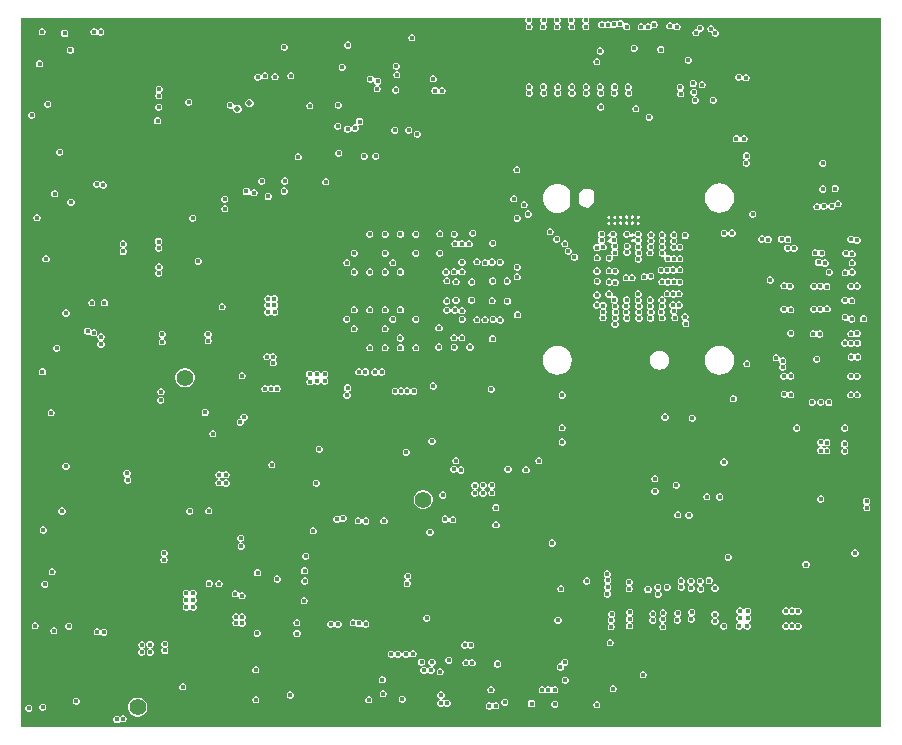
<source format=gbr>
%TF.GenerationSoftware,Altium Limited,Altium Designer,25.7.1 (20)*%
G04 Layer_Physical_Order=2*
G04 Layer_Color=36540*
%FSLAX45Y45*%
%MOMM*%
%TF.SameCoordinates,1AA72D45-9F13-4BD8-B423-63960E99F270*%
%TF.FilePolarity,Positive*%
%TF.FileFunction,Copper,L2,Inr,Signal*%
%TF.Part,Single*%
G01*
G75*
%TA.AperFunction,ViaPad*%
%ADD78C,0.40640*%
%ADD79C,0.50800*%
%TA.AperFunction,TestPad*%
%ADD80C,1.42240*%
%ADD81C,0.40640*%
%TA.AperFunction,ComponentPad*%
%ADD82C,3.96240*%
G36*
X7322845Y754101D02*
Y262788D01*
Y50902D01*
X49555D01*
Y6059932D01*
X4313402D01*
X4317668Y6052312D01*
X4314393Y6044405D01*
Y6032279D01*
X4319034Y6021076D01*
X4326470Y6013640D01*
X4327605Y6012455D01*
X4327206Y6004421D01*
X4322767Y5999982D01*
X4318127Y5988779D01*
Y5976653D01*
X4322767Y5965450D01*
X4331341Y5956876D01*
X4342544Y5952236D01*
X4354670D01*
X4365873Y5956876D01*
X4374447Y5965450D01*
X4379087Y5976653D01*
Y5988779D01*
X4374447Y5999982D01*
X4367011Y6007418D01*
X4365875Y6008603D01*
X4366274Y6016637D01*
X4370713Y6021076D01*
X4375353Y6032279D01*
Y6044405D01*
X4372078Y6052312D01*
X4376345Y6059932D01*
X4441087D01*
X4443956Y6052312D01*
X4439691Y6042017D01*
Y6029892D01*
X4444332Y6018689D01*
X4447194Y6015826D01*
X4449553Y6008556D01*
X4447031Y6006033D01*
X4440979Y5999982D01*
X4436339Y5988779D01*
Y5976653D01*
X4440979Y5965450D01*
X4449553Y5956876D01*
X4460756Y5952236D01*
X4472881D01*
X4484084Y5956876D01*
X4492658Y5965450D01*
X4497299Y5976653D01*
Y5988779D01*
X4492658Y5999982D01*
X4489796Y6002844D01*
X4487437Y6010114D01*
X4489959Y6012637D01*
X4496011Y6018689D01*
X4500651Y6029892D01*
Y6042017D01*
X4496387Y6052312D01*
X4499255Y6059932D01*
X4557496D01*
X4560408Y6052312D01*
X4556176Y6042093D01*
Y6029968D01*
X4560816Y6018765D01*
X4564798Y6014783D01*
X4568283Y6008898D01*
X4564798Y6004827D01*
X4559927Y5999956D01*
X4555287Y5988753D01*
Y5976628D01*
X4559927Y5965425D01*
X4568501Y5956851D01*
X4579704Y5952211D01*
X4591830D01*
X4603032Y5956851D01*
X4611606Y5965425D01*
X4616247Y5976628D01*
Y5988753D01*
X4611606Y5999956D01*
X4607625Y6003938D01*
X4604139Y6009823D01*
X4607625Y6013894D01*
X4612495Y6018765D01*
X4617136Y6029968D01*
Y6042093D01*
X4612903Y6052312D01*
X4615816Y6059932D01*
X4675021D01*
X4677905Y6052312D01*
X4673651Y6042043D01*
Y6029917D01*
X4678291Y6018714D01*
X4684152Y6012853D01*
X4686865Y6010140D01*
X4684237Y6002981D01*
X4681238Y5999982D01*
X4676597Y5988779D01*
Y5976653D01*
X4681238Y5965450D01*
X4689812Y5956876D01*
X4701014Y5952236D01*
X4713140D01*
X4724343Y5956876D01*
X4732917Y5965450D01*
X4737557Y5976653D01*
Y5988779D01*
X4732917Y5999982D01*
X4727056Y6005843D01*
X4724343Y6008556D01*
X4726971Y6015715D01*
X4729970Y6018714D01*
X4734611Y6029917D01*
Y6042043D01*
X4730357Y6052312D01*
X4733240Y6059932D01*
X4797272D01*
X4800765Y6052312D01*
X4796942Y6043084D01*
Y6030958D01*
X4801583Y6019756D01*
X4806276Y6015063D01*
X4809805Y6010632D01*
X4806276Y6005106D01*
X4802116Y6000947D01*
X4797476Y5989744D01*
Y5977618D01*
X4802116Y5966416D01*
X4810690Y5957842D01*
X4821893Y5953201D01*
X4834019D01*
X4845221Y5957842D01*
X4853795Y5966416D01*
X4858436Y5977618D01*
Y5989744D01*
X4853795Y6000947D01*
X4849103Y6005640D01*
X4845573Y6010071D01*
X4849103Y6015596D01*
X4853262Y6019756D01*
X4857902Y6030958D01*
Y6043084D01*
X4854080Y6052312D01*
X4857573Y6059932D01*
X7322845D01*
Y754101D01*
D02*
G37*
%LPC*%
G36*
X5127160Y6037301D02*
X5115034D01*
X5103832Y6032660D01*
X5098021Y6026850D01*
X5095258Y6024087D01*
X5088128Y6026787D01*
X5085074Y6029841D01*
X5073871Y6034481D01*
X5061745D01*
X5050542Y6029841D01*
X5044173Y6023472D01*
X5041968Y6021267D01*
X5034511Y6023177D01*
X5031607Y6026082D01*
X5020404Y6030722D01*
X5008278D01*
X4997075Y6026082D01*
X4992370Y6021376D01*
X4987630Y6018062D01*
X4982413Y6021376D01*
X4977936Y6025853D01*
X4966734Y6030493D01*
X4954608D01*
X4943405Y6025853D01*
X4934831Y6017279D01*
X4930191Y6006076D01*
Y5993951D01*
X4934831Y5982748D01*
X4943405Y5974174D01*
X4954608Y5969533D01*
X4966734D01*
X4977936Y5974174D01*
X4982642Y5978879D01*
X4987382Y5982194D01*
X4992598Y5978879D01*
X4997075Y5974402D01*
X5008278Y5969762D01*
X5020404D01*
X5031607Y5974402D01*
X5037976Y5980772D01*
X5040181Y5982976D01*
X5047638Y5981066D01*
X5050542Y5978162D01*
X5061745Y5973521D01*
X5073871D01*
X5085074Y5978162D01*
X5090884Y5983972D01*
X5093648Y5986735D01*
X5100777Y5984035D01*
X5103832Y5980981D01*
X5115034Y5976341D01*
X5127160D01*
X5134940Y5979563D01*
X5142071Y5976293D01*
X5142903Y5975241D01*
X5147201Y5964866D01*
X5155775Y5956292D01*
X5166977Y5951652D01*
X5179103D01*
X5190306Y5956292D01*
X5198880Y5964866D01*
X5203520Y5976069D01*
Y5988195D01*
X5198880Y5999397D01*
X5190306Y6007971D01*
X5179103Y6012612D01*
X5166977D01*
X5159197Y6009389D01*
X5152066Y6012659D01*
X5151234Y6013711D01*
X5146937Y6024086D01*
X5138363Y6032660D01*
X5127160Y6037301D01*
D02*
G37*
G36*
X5413850Y6030925D02*
X5401724D01*
X5390521Y6026285D01*
X5381947Y6017711D01*
X5379613Y6012075D01*
X5375353Y6007006D01*
X5370414Y6008264D01*
X5363659Y6011062D01*
X5351534D01*
X5340331Y6006422D01*
X5331757Y5997848D01*
X5331285Y5996709D01*
X5323037D01*
X5321892Y5999474D01*
X5313318Y6008048D01*
X5302115Y6012688D01*
X5289990D01*
X5278787Y6008048D01*
X5270213Y5999474D01*
X5265572Y5988271D01*
Y5976145D01*
X5270213Y5964942D01*
X5278787Y5956368D01*
X5289990Y5951728D01*
X5302115D01*
X5313318Y5956368D01*
X5321892Y5964942D01*
X5322364Y5966081D01*
X5330612D01*
X5331757Y5963317D01*
X5340331Y5954743D01*
X5351534Y5950102D01*
X5363659D01*
X5374862Y5954743D01*
X5383436Y5963317D01*
X5385771Y5968953D01*
X5390031Y5974022D01*
X5394969Y5972763D01*
X5401724Y5969965D01*
X5413850D01*
X5425053Y5974606D01*
X5433627Y5983180D01*
X5438267Y5994382D01*
Y6006508D01*
X5433627Y6017711D01*
X5425053Y6026285D01*
X5413850Y6030925D01*
D02*
G37*
G36*
X5544533Y6019521D02*
X5532407D01*
X5521204Y6014880D01*
X5512630Y6006306D01*
X5507990Y5995103D01*
Y5982978D01*
X5512630Y5971775D01*
X5521204Y5963201D01*
X5532407Y5958561D01*
X5544533D01*
X5555736Y5963201D01*
X5562974Y5970439D01*
X5569022Y5970303D01*
X5571613Y5969495D01*
X5573362Y5965273D01*
X5581936Y5956699D01*
X5593139Y5952058D01*
X5605264D01*
X5616467Y5956699D01*
X5625041Y5965273D01*
X5629681Y5976475D01*
Y5988601D01*
X5625041Y5999804D01*
X5616467Y6008378D01*
X5605264Y6013018D01*
X5593139D01*
X5581936Y6008378D01*
X5574698Y6001140D01*
X5568649Y6001276D01*
X5566058Y6002084D01*
X5564310Y6006306D01*
X5555736Y6014880D01*
X5544533Y6019521D01*
D02*
G37*
G36*
X231869Y5971134D02*
X219743D01*
X208540Y5966493D01*
X199966Y5957919D01*
X195326Y5946716D01*
Y5934591D01*
X199966Y5923388D01*
X208540Y5914814D01*
X219743Y5910174D01*
X231869D01*
X243072Y5914814D01*
X251646Y5923388D01*
X256286Y5934591D01*
Y5946716D01*
X251646Y5957919D01*
X243072Y5966493D01*
X231869Y5971134D01*
D02*
G37*
G36*
X668749Y5971388D02*
X656623D01*
X645420Y5966747D01*
X636846Y5958173D01*
X632206Y5946970D01*
Y5934845D01*
X636846Y5923642D01*
X645420Y5915068D01*
X656623Y5910428D01*
X668749D01*
X679952Y5915068D01*
X684650Y5919766D01*
X692888Y5919630D01*
X693712Y5918872D01*
X701529Y5911055D01*
X712732Y5906414D01*
X724857D01*
X736060Y5911055D01*
X744634Y5919629D01*
X749275Y5930832D01*
Y5942957D01*
X744634Y5954160D01*
X736060Y5962734D01*
X724857Y5967374D01*
X712732D01*
X701529Y5962734D01*
X696831Y5958036D01*
X688593Y5958172D01*
X687769Y5958930D01*
X679952Y5966747D01*
X668749Y5971388D01*
D02*
G37*
G36*
X5803181Y5999277D02*
X5791055D01*
X5779853Y5994636D01*
X5771279Y5986062D01*
X5766638Y5974860D01*
Y5970020D01*
X5764090Y5962980D01*
X5751965D01*
X5740762Y5958340D01*
X5732188Y5949766D01*
X5727548Y5938563D01*
Y5926437D01*
X5732188Y5915235D01*
X5740762Y5906661D01*
X5751965Y5902020D01*
X5764090D01*
X5775293Y5906661D01*
X5783867Y5915235D01*
X5788508Y5926437D01*
Y5931277D01*
X5791056Y5938317D01*
X5803181D01*
X5814384Y5942957D01*
X5822958Y5951531D01*
X5827598Y5962734D01*
Y5974860D01*
X5822958Y5986062D01*
X5814384Y5994636D01*
X5803181Y5999277D01*
D02*
G37*
G36*
X5890862Y5995238D02*
X5878736D01*
X5867533Y5990598D01*
X5858959Y5982024D01*
X5854319Y5970821D01*
Y5958695D01*
X5858959Y5947493D01*
X5867533Y5938919D01*
X5878736Y5934278D01*
X5887106D01*
X5890862Y5934278D01*
X5894146Y5927391D01*
Y5923212D01*
X5898787Y5912009D01*
X5907361Y5903435D01*
X5918563Y5898794D01*
X5930689D01*
X5941892Y5903435D01*
X5950466Y5912009D01*
X5955106Y5923212D01*
Y5935337D01*
X5950466Y5946540D01*
X5941892Y5955114D01*
X5930689Y5959754D01*
X5922319D01*
X5918563Y5959755D01*
X5915279Y5966642D01*
Y5970821D01*
X5910639Y5982024D01*
X5902065Y5990598D01*
X5890862Y5995238D01*
D02*
G37*
G36*
X420134Y5955360D02*
X408008D01*
X396805Y5950720D01*
X388231Y5942146D01*
X383591Y5930943D01*
Y5918817D01*
X388231Y5907615D01*
X396805Y5899041D01*
X408008Y5894400D01*
X420134D01*
X431336Y5899041D01*
X439910Y5907615D01*
X444551Y5918817D01*
Y5930943D01*
X439910Y5942146D01*
X431336Y5950720D01*
X420134Y5955360D01*
D02*
G37*
G36*
X3358558Y5919597D02*
X3346432D01*
X3335230Y5914957D01*
X3326656Y5906383D01*
X3322015Y5895180D01*
Y5883054D01*
X3326656Y5871851D01*
X3335230Y5863277D01*
X3346432Y5858637D01*
X3358558D01*
X3369761Y5863277D01*
X3378335Y5871851D01*
X3382975Y5883054D01*
Y5895180D01*
X3378335Y5906383D01*
X3369761Y5914957D01*
X3358558Y5919597D01*
D02*
G37*
G36*
X2818960Y5858129D02*
X2806835D01*
X2795632Y5853489D01*
X2787058Y5844915D01*
X2782418Y5833712D01*
Y5821586D01*
X2787058Y5810383D01*
X2795632Y5801809D01*
X2806835Y5797169D01*
X2818960D01*
X2830163Y5801809D01*
X2838737Y5810383D01*
X2843378Y5821586D01*
Y5833712D01*
X2838737Y5844915D01*
X2830163Y5853489D01*
X2818960Y5858129D01*
D02*
G37*
G36*
X2281115Y5837530D02*
X2268990D01*
X2257787Y5832889D01*
X2249213Y5824315D01*
X2244573Y5813112D01*
Y5800987D01*
X2249213Y5789784D01*
X2257787Y5781210D01*
X2268990Y5776570D01*
X2281115D01*
X2292318Y5781210D01*
X2300892Y5789784D01*
X2305533Y5800987D01*
Y5813112D01*
X2300892Y5824315D01*
X2292318Y5832889D01*
X2281115Y5837530D01*
D02*
G37*
G36*
X5242908Y5829630D02*
X5230782D01*
X5219579Y5824990D01*
X5211005Y5816416D01*
X5206365Y5805213D01*
Y5793087D01*
X5211005Y5781885D01*
X5219579Y5773311D01*
X5230782Y5768670D01*
X5242908D01*
X5254111Y5773311D01*
X5262685Y5781885D01*
X5267325Y5793087D01*
Y5805213D01*
X5262685Y5816416D01*
X5254111Y5824990D01*
X5242908Y5829630D01*
D02*
G37*
G36*
X5467596Y5819521D02*
X5455471D01*
X5444268Y5814881D01*
X5435694Y5806307D01*
X5431053Y5795104D01*
Y5782978D01*
X5435694Y5771775D01*
X5444268Y5763201D01*
X5455471Y5758561D01*
X5467596D01*
X5478799Y5763201D01*
X5487373Y5771775D01*
X5492013Y5782978D01*
Y5795104D01*
X5487373Y5806307D01*
X5478799Y5814881D01*
X5467596Y5819521D01*
D02*
G37*
G36*
X470502Y5812790D02*
X458376D01*
X447173Y5808150D01*
X438599Y5799576D01*
X433959Y5788373D01*
Y5776247D01*
X438599Y5765044D01*
X447173Y5756470D01*
X458376Y5751830D01*
X470502D01*
X481705Y5756470D01*
X490279Y5765044D01*
X494919Y5776247D01*
Y5788373D01*
X490279Y5799576D01*
X481705Y5808150D01*
X470502Y5812790D01*
D02*
G37*
G36*
X4957259Y5806948D02*
X4945134D01*
X4933931Y5802308D01*
X4925357Y5793734D01*
X4920717Y5782531D01*
Y5770405D01*
X4925357Y5759202D01*
X4933931Y5750628D01*
X4945134Y5745988D01*
X4957259D01*
X4968462Y5750628D01*
X4977036Y5759202D01*
X4981677Y5770405D01*
Y5782531D01*
X4977036Y5793734D01*
X4968462Y5802308D01*
X4957259Y5806948D01*
D02*
G37*
G36*
X5702089Y5728487D02*
X5689963D01*
X5678761Y5723847D01*
X5670187Y5715273D01*
X5665546Y5704070D01*
Y5691945D01*
X5670187Y5680742D01*
X5678761Y5672168D01*
X5689963Y5667527D01*
X5702089D01*
X5713292Y5672168D01*
X5721866Y5680742D01*
X5726506Y5691945D01*
Y5704070D01*
X5721866Y5715273D01*
X5713292Y5723847D01*
X5702089Y5728487D01*
D02*
G37*
G36*
X4925560Y5716194D02*
X4913435D01*
X4902232Y5711553D01*
X4893658Y5702979D01*
X4889017Y5691777D01*
Y5679651D01*
X4893658Y5668448D01*
X4902232Y5659874D01*
X4913435Y5655234D01*
X4925560D01*
X4936763Y5659874D01*
X4945337Y5668448D01*
X4949977Y5679651D01*
Y5691777D01*
X4945337Y5702979D01*
X4936763Y5711553D01*
X4925560Y5716194D01*
D02*
G37*
G36*
X208120Y5700598D02*
X195994D01*
X184791Y5695958D01*
X176217Y5687384D01*
X171577Y5676181D01*
Y5664055D01*
X176217Y5652853D01*
X184791Y5644279D01*
X195994Y5639638D01*
X208120D01*
X219323Y5644279D01*
X227897Y5652853D01*
X232537Y5664055D01*
Y5676181D01*
X227897Y5687384D01*
X219323Y5695958D01*
X208120Y5700598D01*
D02*
G37*
G36*
X3229958Y5676240D02*
X3217832D01*
X3206629Y5671599D01*
X3198055Y5663025D01*
X3193415Y5651822D01*
Y5639697D01*
X3198055Y5628494D01*
X3206629Y5619920D01*
X3217832Y5615280D01*
X3229958D01*
X3241161Y5619920D01*
X3249735Y5628494D01*
X3254375Y5639697D01*
Y5651822D01*
X3249735Y5663025D01*
X3241161Y5671599D01*
X3229958Y5676240D01*
D02*
G37*
G36*
X2770091Y5669178D02*
X2757965D01*
X2746762Y5664538D01*
X2738188Y5655964D01*
X2733548Y5644761D01*
Y5632636D01*
X2738188Y5621433D01*
X2746762Y5612859D01*
X2757965Y5608218D01*
X2770091D01*
X2781294Y5612859D01*
X2789868Y5621433D01*
X2794508Y5632636D01*
Y5644761D01*
X2789868Y5655964D01*
X2781294Y5664538D01*
X2770091Y5669178D01*
D02*
G37*
G36*
X2115507Y5596357D02*
X2103382D01*
X2092179Y5591716D01*
X2083605Y5583142D01*
X2080196Y5574912D01*
X2072408Y5572724D01*
X2071704Y5572808D01*
X2066106Y5578407D01*
X2054903Y5583047D01*
X2042777D01*
X2031575Y5578407D01*
X2023001Y5569833D01*
X2018360Y5558630D01*
Y5546504D01*
X2023001Y5535301D01*
X2031575Y5526727D01*
X2042777Y5522087D01*
X2054903D01*
X2066106Y5526727D01*
X2074680Y5535301D01*
X2078089Y5543531D01*
X2085876Y5545720D01*
X2086581Y5545635D01*
X2092179Y5540037D01*
X2103382Y5535397D01*
X2115507D01*
X2126710Y5540037D01*
X2135284Y5548611D01*
X2139925Y5559814D01*
Y5571939D01*
X2135284Y5583142D01*
X2126710Y5591716D01*
X2115507Y5596357D01*
D02*
G37*
G36*
X3231634Y5606186D02*
X3219509D01*
X3208306Y5601546D01*
X3199732Y5592972D01*
X3195091Y5581769D01*
Y5569644D01*
X3199732Y5558441D01*
X3208306Y5549867D01*
X3219509Y5545226D01*
X3231634D01*
X3242837Y5549867D01*
X3251411Y5558441D01*
X3256051Y5569644D01*
Y5581769D01*
X3251411Y5592972D01*
X3242837Y5601546D01*
X3231634Y5606186D01*
D02*
G37*
G36*
X2335497Y5597423D02*
X2323371D01*
X2312168Y5592783D01*
X2303594Y5584209D01*
X2298954Y5573006D01*
Y5560881D01*
X2303594Y5549678D01*
X2312168Y5541104D01*
X2323371Y5536463D01*
X2335497D01*
X2346700Y5541104D01*
X2355274Y5549678D01*
X2359914Y5560881D01*
Y5573006D01*
X2355274Y5584209D01*
X2346700Y5592783D01*
X2335497Y5597423D01*
D02*
G37*
G36*
X2202706Y5589803D02*
X2190580D01*
X2179377Y5585163D01*
X2170803Y5576589D01*
X2166163Y5565386D01*
Y5553261D01*
X2170803Y5542058D01*
X2179377Y5533484D01*
X2190580Y5528843D01*
X2202706D01*
X2213908Y5533484D01*
X2222482Y5542058D01*
X2227123Y5553261D01*
Y5565386D01*
X2222482Y5576589D01*
X2213908Y5585163D01*
X2202706Y5589803D01*
D02*
G37*
G36*
X6127869Y5585562D02*
X6115744D01*
X6104541Y5580921D01*
X6095967Y5572347D01*
X6091326Y5561144D01*
Y5549019D01*
X6095967Y5537816D01*
X6104541Y5529242D01*
X6115744Y5524602D01*
X6127869D01*
X6139072Y5529242D01*
X6147646Y5537816D01*
X6149767Y5542938D01*
X6157840Y5542514D01*
X6161448Y5533803D01*
X6170022Y5525229D01*
X6181225Y5520588D01*
X6193350D01*
X6204553Y5525229D01*
X6213127Y5533803D01*
X6217768Y5545006D01*
Y5557131D01*
X6213127Y5568334D01*
X6204553Y5576908D01*
X6193350Y5581548D01*
X6181225D01*
X6170022Y5576908D01*
X6161448Y5568334D01*
X6159327Y5563212D01*
X6151254Y5563636D01*
X6147646Y5572347D01*
X6139072Y5580921D01*
X6127869Y5585562D01*
D02*
G37*
G36*
X3541311Y5570957D02*
X3529185D01*
X3517983Y5566316D01*
X3509409Y5557742D01*
X3504768Y5546539D01*
Y5534414D01*
X3509409Y5523211D01*
X3517983Y5514637D01*
X3529185Y5509997D01*
X3541311D01*
X3552514Y5514637D01*
X3561088Y5523211D01*
X3565728Y5534414D01*
Y5546539D01*
X3561088Y5557742D01*
X3552514Y5566316D01*
X3541311Y5570957D01*
D02*
G37*
G36*
X5744710Y5531841D02*
X5732585D01*
X5721382Y5527200D01*
X5712808Y5518626D01*
X5708167Y5507423D01*
Y5495298D01*
X5712808Y5484095D01*
X5721382Y5475521D01*
X5732585Y5470881D01*
X5744710D01*
X5755913Y5475521D01*
X5764487Y5484095D01*
X5769127Y5495298D01*
Y5507423D01*
X5764487Y5518626D01*
X5755913Y5527200D01*
X5744710Y5531841D01*
D02*
G37*
G36*
X5819310Y5522087D02*
X5807184D01*
X5795982Y5517447D01*
X5787408Y5508873D01*
X5782767Y5497670D01*
Y5485544D01*
X5787408Y5474341D01*
X5795982Y5465767D01*
X5807184Y5461127D01*
X5819310D01*
X5830513Y5465767D01*
X5839087Y5474341D01*
X5843727Y5485544D01*
Y5497670D01*
X5839087Y5508873D01*
X5830513Y5517447D01*
X5819310Y5522087D01*
D02*
G37*
G36*
X3010248Y5566131D02*
X2998122D01*
X2986919Y5561490D01*
X2978345Y5552916D01*
X2973705Y5541713D01*
Y5529588D01*
X2978345Y5518385D01*
X2986919Y5509811D01*
X2998122Y5505171D01*
X3010248D01*
X3021451Y5509811D01*
X3025750Y5514110D01*
X3029054Y5513541D01*
X3033910Y5511494D01*
X3038010Y5501596D01*
X3046584Y5493022D01*
X3047976Y5492445D01*
Y5484197D01*
X3043993Y5482547D01*
X3035419Y5473973D01*
X3030779Y5462770D01*
Y5450645D01*
X3035419Y5439442D01*
X3043993Y5430868D01*
X3055196Y5426227D01*
X3067322D01*
X3078524Y5430868D01*
X3087098Y5439442D01*
X3091739Y5450645D01*
Y5462770D01*
X3087098Y5473973D01*
X3078524Y5482547D01*
X3077132Y5483124D01*
Y5491372D01*
X3081115Y5493022D01*
X3089689Y5501596D01*
X3094330Y5512798D01*
Y5524924D01*
X3089689Y5536127D01*
X3081115Y5544701D01*
X3069912Y5549341D01*
X3057787D01*
X3046584Y5544701D01*
X3042285Y5540402D01*
X3038980Y5540971D01*
X3034124Y5543018D01*
X3030025Y5552916D01*
X3021451Y5561490D01*
X3010248Y5566131D01*
D02*
G37*
G36*
X3224294Y5476240D02*
X3212168D01*
X3200965Y5471600D01*
X3192391Y5463026D01*
X3187751Y5451823D01*
Y5439697D01*
X3192391Y5428494D01*
X3200965Y5419920D01*
X3212168Y5415280D01*
X3224294D01*
X3235496Y5419920D01*
X3244070Y5428494D01*
X3248711Y5439697D01*
Y5451823D01*
X3244070Y5463026D01*
X3235496Y5471600D01*
X3224294Y5476240D01*
D02*
G37*
G36*
X3554290Y5472151D02*
X3542165D01*
X3530962Y5467510D01*
X3522388Y5458936D01*
X3517748Y5447733D01*
Y5435608D01*
X3522388Y5424405D01*
X3530962Y5415831D01*
X3542165Y5411191D01*
X3554290D01*
X3565493Y5415831D01*
X3574067Y5424405D01*
X3575174Y5427077D01*
X3583422D01*
X3585202Y5422779D01*
X3593776Y5414205D01*
X3604979Y5409565D01*
X3617105D01*
X3628307Y5414205D01*
X3636881Y5422779D01*
X3641522Y5433982D01*
Y5446108D01*
X3636881Y5457311D01*
X3628307Y5465885D01*
X3617105Y5470525D01*
X3604979D01*
X3593776Y5465885D01*
X3585202Y5457311D01*
X3584095Y5454639D01*
X3575847D01*
X3574067Y5458936D01*
X3565493Y5467510D01*
X3554290Y5472151D01*
D02*
G37*
G36*
X4956701Y5503469D02*
X4944575D01*
X4933372Y5498828D01*
X4924798Y5490254D01*
X4920158Y5479052D01*
Y5466926D01*
X4924798Y5455723D01*
X4930405Y5450116D01*
X4933372Y5447149D01*
X4930405Y5440160D01*
X4927211Y5436965D01*
X4922571Y5425762D01*
Y5413637D01*
X4927211Y5402434D01*
X4935785Y5393860D01*
X4946988Y5389220D01*
X4959114D01*
X4970316Y5393860D01*
X4978890Y5402434D01*
X4983531Y5413637D01*
Y5425762D01*
X4978890Y5436965D01*
X4973283Y5442573D01*
X4970317Y5445539D01*
X4973283Y5452529D01*
X4976477Y5455723D01*
X4981118Y5466926D01*
Y5479052D01*
X4976477Y5490254D01*
X4967903Y5498828D01*
X4956701Y5503469D01*
D02*
G37*
G36*
X4836863Y5503494D02*
X4824738D01*
X4813535Y5498854D01*
X4804961Y5490280D01*
X4800321Y5479077D01*
Y5466951D01*
X4804961Y5455749D01*
X4809794Y5450916D01*
X4813290Y5446768D01*
X4809794Y5440960D01*
X4805774Y5436940D01*
X4801133Y5425737D01*
Y5413611D01*
X4805774Y5402409D01*
X4814348Y5393835D01*
X4825551Y5389194D01*
X4837676D01*
X4848879Y5393835D01*
X4857453Y5402409D01*
X4862093Y5413611D01*
Y5425737D01*
X4857453Y5436940D01*
X4852620Y5441772D01*
X4849124Y5445920D01*
X4852620Y5451729D01*
X4856640Y5455749D01*
X4861281Y5466951D01*
Y5479077D01*
X4856640Y5490280D01*
X4848066Y5498854D01*
X4836863Y5503494D01*
D02*
G37*
G36*
X4713775Y5503418D02*
X4701649D01*
X4690447Y5498778D01*
X4681873Y5490204D01*
X4677232Y5479001D01*
Y5466875D01*
X4681873Y5455672D01*
X4687480Y5450065D01*
X4690446Y5447098D01*
X4687480Y5440109D01*
X4684286Y5436914D01*
X4679645Y5425712D01*
Y5413586D01*
X4684286Y5402383D01*
X4692860Y5393809D01*
X4704062Y5389169D01*
X4716188D01*
X4727391Y5393809D01*
X4735965Y5402383D01*
X4740605Y5413586D01*
Y5425712D01*
X4735965Y5436914D01*
X4730358Y5442522D01*
X4727391Y5445488D01*
X4730358Y5452478D01*
X4733552Y5455672D01*
X4738192Y5466875D01*
Y5479001D01*
X4733552Y5490204D01*
X4724978Y5498778D01*
X4713775Y5503418D01*
D02*
G37*
G36*
X4596376Y5503469D02*
X4584251D01*
X4573048Y5498828D01*
X4564474Y5490254D01*
X4559833Y5479052D01*
Y5466926D01*
X4564474Y5455723D01*
X4568087Y5452110D01*
X4571414Y5445504D01*
X4568087Y5442153D01*
X4562848Y5436914D01*
X4558208Y5425712D01*
Y5413586D01*
X4562848Y5402383D01*
X4571422Y5393809D01*
X4582625Y5389169D01*
X4594751D01*
X4605953Y5393809D01*
X4614527Y5402383D01*
X4619168Y5413586D01*
Y5425712D01*
X4614527Y5436914D01*
X4610914Y5440528D01*
X4607587Y5447133D01*
X4610914Y5450484D01*
X4616153Y5455723D01*
X4620793Y5466926D01*
Y5479052D01*
X4616153Y5490254D01*
X4607579Y5498828D01*
X4596376Y5503469D01*
D02*
G37*
G36*
X4474939Y5503418D02*
X4462813D01*
X4451610Y5498778D01*
X4443036Y5490204D01*
X4438396Y5479001D01*
Y5466875D01*
X4443036Y5455672D01*
X4447932Y5450776D01*
X4451410Y5446756D01*
X4447932Y5440820D01*
X4443976Y5436864D01*
X4439336Y5425661D01*
Y5413535D01*
X4443976Y5402332D01*
X4452550Y5393758D01*
X4463753Y5389118D01*
X4475879D01*
X4487081Y5393758D01*
X4495655Y5402332D01*
X4500296Y5413535D01*
Y5425661D01*
X4495655Y5436864D01*
X4490759Y5441760D01*
X4487282Y5445780D01*
X4490759Y5451716D01*
X4494716Y5455672D01*
X4499356Y5466875D01*
Y5479001D01*
X4494716Y5490204D01*
X4486142Y5498778D01*
X4474939Y5503418D01*
D02*
G37*
G36*
X4354289D02*
X4342163D01*
X4330960Y5498778D01*
X4322386Y5490204D01*
X4317746Y5479001D01*
Y5466875D01*
X4322386Y5455672D01*
X4327625Y5450433D01*
X4330952Y5447083D01*
X4327625Y5440477D01*
X4324012Y5436864D01*
X4319372Y5425661D01*
Y5413535D01*
X4324012Y5402332D01*
X4332586Y5393758D01*
X4343789Y5389118D01*
X4355914D01*
X4367117Y5393758D01*
X4375691Y5402332D01*
X4380332Y5413535D01*
Y5425661D01*
X4375691Y5436864D01*
X4370452Y5442103D01*
X4367125Y5445453D01*
X4370452Y5452059D01*
X4374066Y5455672D01*
X4378706Y5466875D01*
Y5479001D01*
X4374066Y5490204D01*
X4365492Y5498778D01*
X4354289Y5503418D01*
D02*
G37*
G36*
X5193937Y5502935D02*
X5181811D01*
X5170608Y5498295D01*
X5162034Y5489721D01*
X5157394Y5478518D01*
Y5466393D01*
X5162034Y5455190D01*
X5167654Y5449570D01*
X5170608Y5446616D01*
X5167654Y5439613D01*
X5164473Y5436432D01*
X5159832Y5425229D01*
Y5413103D01*
X5164473Y5401901D01*
X5173047Y5393327D01*
X5184249Y5388686D01*
X5196375D01*
X5207578Y5393327D01*
X5216152Y5401901D01*
X5220792Y5413103D01*
Y5425229D01*
X5216152Y5436432D01*
X5210532Y5442052D01*
X5207578Y5445006D01*
X5210532Y5452008D01*
X5213713Y5455190D01*
X5218354Y5466393D01*
Y5478518D01*
X5213713Y5489721D01*
X5205139Y5498295D01*
X5193937Y5502935D01*
D02*
G37*
G36*
X5076538Y5502123D02*
X5064412D01*
X5053209Y5497482D01*
X5044635Y5488908D01*
X5039995Y5477705D01*
Y5465580D01*
X5044635Y5454377D01*
X5048655Y5450357D01*
X5052152Y5444549D01*
X5048655Y5440401D01*
X5043823Y5435568D01*
X5039182Y5424365D01*
Y5412240D01*
X5043823Y5401037D01*
X5052397Y5392463D01*
X5063599Y5387823D01*
X5075725D01*
X5086928Y5392463D01*
X5095502Y5401037D01*
X5100142Y5412240D01*
Y5424365D01*
X5095502Y5435568D01*
X5091482Y5439588D01*
X5087986Y5445397D01*
X5091482Y5449544D01*
X5096315Y5454377D01*
X5100955Y5465580D01*
Y5477705D01*
X5096315Y5488908D01*
X5087741Y5497482D01*
X5076538Y5502123D01*
D02*
G37*
G36*
X5632772Y5499278D02*
X5620647D01*
X5609444Y5494637D01*
X5600870Y5486063D01*
X5596230Y5474861D01*
Y5462735D01*
X5600870Y5451532D01*
X5607989Y5444414D01*
X5609428Y5442808D01*
X5608594Y5435062D01*
X5604121Y5430590D01*
X5599481Y5419387D01*
Y5407261D01*
X5604121Y5396059D01*
X5612695Y5387485D01*
X5623898Y5382844D01*
X5636024D01*
X5647226Y5387485D01*
X5655800Y5396059D01*
X5660441Y5407261D01*
Y5419387D01*
X5655800Y5430590D01*
X5648682Y5437708D01*
X5647243Y5439314D01*
X5648077Y5447060D01*
X5652549Y5451532D01*
X5657190Y5462735D01*
Y5474861D01*
X5652549Y5486063D01*
X5643975Y5494637D01*
X5632772Y5499278D01*
D02*
G37*
G36*
X1221021Y5483073D02*
X1208895D01*
X1197693Y5478432D01*
X1189119Y5469858D01*
X1184478Y5458655D01*
Y5446530D01*
X1189119Y5435327D01*
X1192243Y5432202D01*
X1192968Y5424254D01*
X1191602Y5422888D01*
X1184394Y5415680D01*
X1179754Y5404477D01*
Y5392352D01*
X1184394Y5381149D01*
X1192968Y5372575D01*
X1204171Y5367934D01*
X1216297D01*
X1227499Y5372575D01*
X1236073Y5381149D01*
X1240714Y5392352D01*
Y5404477D01*
X1236073Y5415680D01*
X1232949Y5418805D01*
X1232224Y5426753D01*
X1233590Y5428119D01*
X1240798Y5435327D01*
X1245438Y5446530D01*
Y5458655D01*
X1240798Y5469858D01*
X1232224Y5478432D01*
X1221021Y5483073D01*
D02*
G37*
G36*
X5748571Y5457571D02*
X5736445D01*
X5725243Y5452931D01*
X5716669Y5444357D01*
X5712028Y5433154D01*
Y5421028D01*
X5716669Y5409825D01*
X5725243Y5401251D01*
X5736445Y5396611D01*
X5746906Y5396610D01*
X5747519Y5389245D01*
X5736317Y5384605D01*
X5727743Y5376031D01*
X5723103Y5364828D01*
Y5352702D01*
X5727743Y5341499D01*
X5736317Y5332925D01*
X5747520Y5328285D01*
X5759645D01*
X5770848Y5332925D01*
X5779422Y5341499D01*
X5784063Y5352702D01*
Y5364828D01*
X5779422Y5376031D01*
X5770848Y5384605D01*
X5759645Y5389245D01*
X5749185Y5389246D01*
X5748571Y5396611D01*
X5759774Y5401251D01*
X5768348Y5409825D01*
X5772988Y5421028D01*
Y5433154D01*
X5768348Y5444357D01*
X5759774Y5452931D01*
X5748571Y5457571D01*
D02*
G37*
G36*
X5913417Y5388661D02*
X5901291D01*
X5890089Y5384020D01*
X5881515Y5375446D01*
X5876874Y5364244D01*
Y5352118D01*
X5881515Y5340915D01*
X5890089Y5332341D01*
X5901291Y5327701D01*
X5913417D01*
X5924620Y5332341D01*
X5933194Y5340915D01*
X5937834Y5352118D01*
Y5364244D01*
X5933194Y5375446D01*
X5924620Y5384020D01*
X5913417Y5388661D01*
D02*
G37*
G36*
X1470195Y5371617D02*
X1458069D01*
X1446867Y5366977D01*
X1438293Y5358403D01*
X1433652Y5347200D01*
Y5335075D01*
X1438293Y5323872D01*
X1446867Y5315298D01*
X1458069Y5310657D01*
X1470195D01*
X1481398Y5315298D01*
X1489972Y5323872D01*
X1494612Y5335075D01*
Y5347200D01*
X1489972Y5358403D01*
X1481398Y5366977D01*
X1470195Y5371617D01*
D02*
G37*
G36*
X1985683Y5371033D02*
X1971536D01*
X1958466Y5365619D01*
X1948463Y5355616D01*
X1943049Y5342547D01*
Y5328400D01*
X1948463Y5315330D01*
X1958466Y5305327D01*
X1971536Y5299913D01*
X1985683D01*
X1998752Y5305327D01*
X2008755Y5315330D01*
X2014169Y5328400D01*
Y5342547D01*
X2008755Y5355616D01*
X1998752Y5365619D01*
X1985683Y5371033D01*
D02*
G37*
G36*
X277106Y5355082D02*
X264981D01*
X253778Y5350442D01*
X245204Y5341868D01*
X240563Y5330665D01*
Y5318539D01*
X245204Y5307336D01*
X253778Y5298762D01*
X264981Y5294122D01*
X277106D01*
X288309Y5298762D01*
X296883Y5307336D01*
X301523Y5318539D01*
Y5330665D01*
X296883Y5341868D01*
X288309Y5350442D01*
X277106Y5355082D01*
D02*
G37*
G36*
X2738341Y5346141D02*
X2726215D01*
X2715012Y5341501D01*
X2706438Y5332927D01*
X2701798Y5321724D01*
Y5309598D01*
X2706438Y5298396D01*
X2715012Y5289822D01*
X2726215Y5285181D01*
X2738341D01*
X2749544Y5289822D01*
X2758118Y5298396D01*
X2762758Y5309598D01*
Y5321724D01*
X2758118Y5332927D01*
X2749544Y5341501D01*
X2738341Y5346141D01*
D02*
G37*
G36*
X2494882Y5343195D02*
X2482756D01*
X2471553Y5338554D01*
X2462979Y5329980D01*
X2458339Y5318778D01*
Y5306652D01*
X2462979Y5295449D01*
X2471553Y5286875D01*
X2482756Y5282235D01*
X2494882D01*
X2506085Y5286875D01*
X2514659Y5295449D01*
X2519299Y5306652D01*
Y5318778D01*
X2514659Y5329980D01*
X2506085Y5338554D01*
X2494882Y5343195D01*
D02*
G37*
G36*
X4958656Y5332959D02*
X4946531D01*
X4935328Y5328318D01*
X4926754Y5319744D01*
X4922114Y5308541D01*
Y5296416D01*
X4926754Y5285213D01*
X4935328Y5276639D01*
X4946531Y5271999D01*
X4958656D01*
X4969859Y5276639D01*
X4978433Y5285213D01*
X4983074Y5296416D01*
Y5308541D01*
X4978433Y5319744D01*
X4969859Y5328318D01*
X4958656Y5332959D01*
D02*
G37*
G36*
X1217871Y5329453D02*
X1205746D01*
X1194543Y5324813D01*
X1185969Y5316239D01*
X1181329Y5305036D01*
Y5292911D01*
X1185969Y5281708D01*
X1194543Y5273134D01*
X1205746Y5268493D01*
X1217871D01*
X1229074Y5273134D01*
X1237648Y5281708D01*
X1242289Y5292911D01*
Y5305036D01*
X1237648Y5316239D01*
X1229074Y5324813D01*
X1217871Y5329453D01*
D02*
G37*
G36*
X5255532Y5317846D02*
X5243406D01*
X5232203Y5313205D01*
X5223629Y5304631D01*
X5218989Y5293428D01*
Y5281303D01*
X5223629Y5270100D01*
X5232203Y5261526D01*
X5243406Y5256886D01*
X5255532D01*
X5266734Y5261526D01*
X5275308Y5270100D01*
X5279949Y5281303D01*
Y5293428D01*
X5275308Y5304631D01*
X5266734Y5313205D01*
X5255532Y5317846D01*
D02*
G37*
G36*
X1824677Y5346192D02*
X1812552D01*
X1801349Y5341552D01*
X1792775Y5332978D01*
X1788135Y5321775D01*
Y5309649D01*
X1792775Y5298446D01*
X1801349Y5289872D01*
X1812552Y5285232D01*
X1824677D01*
X1834337Y5289233D01*
X1839601Y5286995D01*
X1841957Y5285173D01*
Y5278159D01*
X1847371Y5265089D01*
X1857374Y5255086D01*
X1870444Y5249672D01*
X1884591D01*
X1897660Y5255086D01*
X1907663Y5265089D01*
X1913077Y5278159D01*
Y5292305D01*
X1907663Y5305375D01*
X1897660Y5315378D01*
X1884591Y5320792D01*
X1870444D01*
X1857374Y5315378D01*
X1856715Y5314719D01*
X1849095Y5317875D01*
Y5321775D01*
X1844454Y5332978D01*
X1835880Y5341552D01*
X1824677Y5346192D01*
D02*
G37*
G36*
X141800Y5263845D02*
X129675D01*
X118472Y5259205D01*
X109898Y5250631D01*
X105258Y5239428D01*
Y5227302D01*
X109898Y5216100D01*
X118472Y5207526D01*
X129675Y5202885D01*
X141800D01*
X153003Y5207526D01*
X161577Y5216100D01*
X166218Y5227302D01*
Y5239428D01*
X161577Y5250631D01*
X153003Y5259205D01*
X141800Y5263845D01*
D02*
G37*
G36*
X5369628Y5247056D02*
X5357503D01*
X5346300Y5242415D01*
X5337726Y5233841D01*
X5333086Y5222639D01*
Y5210513D01*
X5337726Y5199310D01*
X5346300Y5190736D01*
X5357503Y5186096D01*
X5369628D01*
X5380831Y5190736D01*
X5389405Y5199310D01*
X5394046Y5210513D01*
Y5222639D01*
X5389405Y5233841D01*
X5380831Y5242415D01*
X5369628Y5247056D01*
D02*
G37*
G36*
X1207229Y5217871D02*
X1195103D01*
X1183900Y5213231D01*
X1175326Y5204657D01*
X1170686Y5193454D01*
Y5181328D01*
X1175326Y5170126D01*
X1183900Y5161552D01*
X1195103Y5156911D01*
X1207229D01*
X1218432Y5161552D01*
X1227006Y5170126D01*
X1231646Y5181328D01*
Y5193454D01*
X1227006Y5204657D01*
X1218432Y5213231D01*
X1207229Y5217871D01*
D02*
G37*
G36*
X2917436Y5209743D02*
X2905311D01*
X2894108Y5205103D01*
X2885534Y5196529D01*
X2880893Y5185326D01*
Y5173200D01*
X2885534Y5161998D01*
X2886537Y5160994D01*
X2882221Y5154534D01*
X2879793Y5155540D01*
X2867668D01*
X2856465Y5150899D01*
X2847891Y5142325D01*
X2843461Y5131631D01*
X2841605Y5131015D01*
X2835631Y5130624D01*
X2835613Y5130667D01*
X2827039Y5139241D01*
X2815836Y5143881D01*
X2803711D01*
X2792508Y5139241D01*
X2783934Y5130667D01*
X2779293Y5119464D01*
Y5107338D01*
X2783934Y5096135D01*
X2792508Y5087561D01*
X2803711Y5082921D01*
X2815836D01*
X2827039Y5087561D01*
X2835613Y5096135D01*
X2840043Y5106829D01*
X2841899Y5107446D01*
X2847873Y5107836D01*
X2847891Y5107794D01*
X2856465Y5099220D01*
X2867668Y5094580D01*
X2879793D01*
X2890996Y5099220D01*
X2899570Y5107794D01*
X2904211Y5118997D01*
Y5131122D01*
X2899570Y5142325D01*
X2898567Y5143329D01*
X2902883Y5149789D01*
X2905311Y5148783D01*
X2917436D01*
X2928639Y5153424D01*
X2937213Y5161998D01*
X2941853Y5173200D01*
Y5185326D01*
X2937213Y5196529D01*
X2928639Y5205103D01*
X2917436Y5209743D01*
D02*
G37*
G36*
X2731788Y5168595D02*
X2719662D01*
X2708459Y5163955D01*
X2699885Y5155381D01*
X2695245Y5144178D01*
Y5132052D01*
X2699885Y5120850D01*
X2708459Y5112276D01*
X2719662Y5107635D01*
X2731788D01*
X2742990Y5112276D01*
X2751564Y5120850D01*
X2756205Y5132052D01*
Y5144178D01*
X2751564Y5155381D01*
X2742990Y5163955D01*
X2731788Y5168595D01*
D02*
G37*
G36*
X3333514Y5135677D02*
X3321388D01*
X3310185Y5131036D01*
X3301611Y5122462D01*
X3296971Y5111260D01*
Y5099134D01*
X3301611Y5087931D01*
X3310185Y5079357D01*
X3321388Y5074717D01*
X3333514D01*
X3344716Y5079357D01*
X3353290Y5087931D01*
X3357931Y5099134D01*
Y5111260D01*
X3353290Y5122462D01*
X3344716Y5131036D01*
X3333514Y5135677D01*
D02*
G37*
G36*
X3216674D02*
X3204548D01*
X3193345Y5131036D01*
X3184771Y5122462D01*
X3180131Y5111260D01*
Y5099134D01*
X3184771Y5087931D01*
X3193345Y5079357D01*
X3204548Y5074717D01*
X3216674D01*
X3227876Y5079357D01*
X3236450Y5087931D01*
X3241091Y5099134D01*
Y5111260D01*
X3236450Y5122462D01*
X3227876Y5131036D01*
X3216674Y5135677D01*
D02*
G37*
G36*
X3406081Y5102682D02*
X3393956D01*
X3382753Y5098042D01*
X3374179Y5089468D01*
X3369539Y5078265D01*
Y5066139D01*
X3374179Y5054937D01*
X3382753Y5046363D01*
X3393956Y5041722D01*
X3406081D01*
X3417284Y5046363D01*
X3425858Y5054937D01*
X3430499Y5066139D01*
Y5078265D01*
X3425858Y5089468D01*
X3417284Y5098042D01*
X3406081Y5102682D01*
D02*
G37*
G36*
X6109276Y5065268D02*
X6097151D01*
X6085948Y5060628D01*
X6077374Y5052054D01*
X6072734Y5040851D01*
Y5028725D01*
X6077374Y5017522D01*
X6085948Y5008948D01*
X6097151Y5004308D01*
X6109276D01*
X6120479Y5008948D01*
X6129053Y5017522D01*
X6130856Y5021875D01*
X6139104D01*
X6141128Y5016989D01*
X6149702Y5008415D01*
X6160905Y5003775D01*
X6173030D01*
X6184233Y5008415D01*
X6192807Y5016989D01*
X6197448Y5028192D01*
Y5040317D01*
X6192807Y5051520D01*
X6184233Y5060094D01*
X6173030Y5064735D01*
X6160905D01*
X6149702Y5060094D01*
X6141128Y5051520D01*
X6139325Y5047168D01*
X6131077D01*
X6129053Y5052054D01*
X6120479Y5060628D01*
X6109276Y5065268D01*
D02*
G37*
G36*
X378528Y4949317D02*
X366403D01*
X355200Y4944677D01*
X346626Y4936103D01*
X341986Y4924900D01*
Y4912774D01*
X346626Y4901571D01*
X355200Y4892997D01*
X366403Y4888357D01*
X378528D01*
X389731Y4892997D01*
X398305Y4901571D01*
X402946Y4912774D01*
Y4924900D01*
X398305Y4936103D01*
X389731Y4944677D01*
X378528Y4949317D01*
D02*
G37*
G36*
X2740068Y4940757D02*
X2727942D01*
X2716740Y4936117D01*
X2708166Y4927543D01*
X2703525Y4916340D01*
Y4904214D01*
X2708166Y4893012D01*
X2716740Y4884438D01*
X2727942Y4879797D01*
X2740068D01*
X2751271Y4884438D01*
X2759845Y4893012D01*
X2764485Y4904214D01*
Y4916340D01*
X2759845Y4927543D01*
X2751271Y4936117D01*
X2740068Y4940757D01*
D02*
G37*
G36*
X3053352Y4915637D02*
X3041226D01*
X3030023Y4910996D01*
X3021449Y4902422D01*
X3016809Y4891219D01*
Y4879094D01*
X3021449Y4867891D01*
X3030023Y4859317D01*
X3041226Y4854677D01*
X3053352D01*
X3064554Y4859317D01*
X3073128Y4867891D01*
X3077769Y4879094D01*
Y4891219D01*
X3073128Y4902422D01*
X3064554Y4910996D01*
X3053352Y4915637D01*
D02*
G37*
G36*
X2957136D02*
X2945011D01*
X2933808Y4910996D01*
X2925234Y4902422D01*
X2920594Y4891219D01*
Y4879094D01*
X2925234Y4867891D01*
X2933808Y4859317D01*
X2945011Y4854677D01*
X2957136D01*
X2968339Y4859317D01*
X2976913Y4867891D01*
X2981554Y4879094D01*
Y4891219D01*
X2976913Y4902422D01*
X2968339Y4910996D01*
X2957136Y4915637D01*
D02*
G37*
G36*
X2397955Y4911319D02*
X2385830D01*
X2374627Y4906678D01*
X2366053Y4898104D01*
X2361413Y4886901D01*
Y4874776D01*
X2366053Y4863573D01*
X2374627Y4854999D01*
X2385830Y4850359D01*
X2397955D01*
X2409158Y4854999D01*
X2417732Y4863573D01*
X2422373Y4874776D01*
Y4886901D01*
X2417732Y4898104D01*
X2409158Y4906678D01*
X2397955Y4911319D01*
D02*
G37*
G36*
X6194290Y4921148D02*
X6182165D01*
X6170962Y4916508D01*
X6162388Y4907934D01*
X6157747Y4896731D01*
Y4884606D01*
X6162388Y4873403D01*
X6170962Y4864829D01*
X6173458Y4863795D01*
Y4855547D01*
X6170149Y4854176D01*
X6161575Y4845602D01*
X6156935Y4834400D01*
Y4822274D01*
X6161575Y4811071D01*
X6170149Y4802497D01*
X6181352Y4797857D01*
X6193477D01*
X6204680Y4802497D01*
X6213254Y4811071D01*
X6217895Y4822274D01*
Y4834400D01*
X6213254Y4845602D01*
X6204680Y4854176D01*
X6202184Y4855210D01*
Y4863458D01*
X6205493Y4864829D01*
X6214067Y4873403D01*
X6218707Y4884606D01*
Y4896731D01*
X6214067Y4907934D01*
X6205493Y4916508D01*
X6194290Y4921148D01*
D02*
G37*
G36*
X6839857Y4855972D02*
X6827731D01*
X6816528Y4851332D01*
X6807954Y4842758D01*
X6803314Y4831555D01*
Y4819429D01*
X6807954Y4808226D01*
X6816528Y4799652D01*
X6827731Y4795012D01*
X6839857D01*
X6851059Y4799652D01*
X6859633Y4808226D01*
X6864274Y4819429D01*
Y4831555D01*
X6859633Y4842758D01*
X6851059Y4851332D01*
X6839857Y4855972D01*
D02*
G37*
G36*
X4247914Y4801641D02*
X4235788D01*
X4224585Y4797001D01*
X4216011Y4788427D01*
X4211371Y4777224D01*
Y4765099D01*
X4216011Y4753896D01*
X4224585Y4745322D01*
X4235788Y4740681D01*
X4247914D01*
X4259116Y4745322D01*
X4267690Y4753896D01*
X4272331Y4765099D01*
Y4777224D01*
X4267690Y4788427D01*
X4259116Y4797001D01*
X4247914Y4801641D01*
D02*
G37*
G36*
X2283681Y4706976D02*
X2271555D01*
X2260352Y4702335D01*
X2251778Y4693761D01*
X2247138Y4682558D01*
Y4670433D01*
X2251778Y4659230D01*
X2260352Y4650656D01*
X2271555Y4646016D01*
X2283681D01*
X2294884Y4650656D01*
X2303458Y4659230D01*
X2308098Y4670433D01*
Y4682558D01*
X2303458Y4693761D01*
X2294884Y4702335D01*
X2283681Y4706976D01*
D02*
G37*
G36*
X2089803Y4703191D02*
X2077677D01*
X2066474Y4698551D01*
X2057900Y4689977D01*
X2053260Y4678774D01*
Y4666648D01*
X2057900Y4655445D01*
X2066474Y4646871D01*
X2077677Y4642231D01*
X2089803D01*
X2101005Y4646871D01*
X2109579Y4655445D01*
X2114220Y4666648D01*
Y4678774D01*
X2109579Y4689977D01*
X2101005Y4698551D01*
X2089803Y4703191D01*
D02*
G37*
G36*
X2632677Y4699381D02*
X2620551D01*
X2609348Y4694741D01*
X2600774Y4686167D01*
X2596134Y4674964D01*
Y4662838D01*
X2600774Y4651635D01*
X2609348Y4643061D01*
X2620551Y4638421D01*
X2632677D01*
X2643880Y4643061D01*
X2652454Y4651635D01*
X2657094Y4662838D01*
Y4674964D01*
X2652454Y4686167D01*
X2643880Y4694741D01*
X2632677Y4699381D01*
D02*
G37*
G36*
X691482Y4679417D02*
X679356D01*
X668153Y4674776D01*
X659579Y4666202D01*
X654939Y4654999D01*
Y4642874D01*
X659579Y4631671D01*
X668153Y4623097D01*
X679356Y4618457D01*
X691482D01*
X702685Y4623097D01*
X706602Y4627014D01*
X715590Y4625226D01*
X715688Y4624991D01*
X724262Y4616417D01*
X735465Y4611776D01*
X747590D01*
X758793Y4616417D01*
X767367Y4624991D01*
X772008Y4636194D01*
Y4648319D01*
X767367Y4659522D01*
X758793Y4668096D01*
X747590Y4672736D01*
X735465D01*
X724262Y4668096D01*
X720345Y4664179D01*
X711356Y4665967D01*
X711259Y4666202D01*
X702685Y4674776D01*
X691482Y4679417D01*
D02*
G37*
G36*
X6946156Y4642714D02*
X6934030D01*
X6922827Y4638073D01*
X6914253Y4629499D01*
X6909613Y4618296D01*
Y4606171D01*
X6914253Y4594968D01*
X6922827Y4586394D01*
X6934030Y4581754D01*
X6946156D01*
X6957358Y4586394D01*
X6965932Y4594968D01*
X6970573Y4606171D01*
Y4618296D01*
X6965932Y4629499D01*
X6957358Y4638073D01*
X6946156Y4642714D01*
D02*
G37*
G36*
X6839857Y4638243D02*
X6827731D01*
X6816528Y4633603D01*
X6807954Y4625029D01*
X6803314Y4613826D01*
Y4601700D01*
X6807954Y4590498D01*
X6816528Y4581924D01*
X6827731Y4577283D01*
X6839857D01*
X6851059Y4581924D01*
X6859633Y4590498D01*
X6864274Y4601700D01*
Y4613826D01*
X6859633Y4625029D01*
X6851059Y4633603D01*
X6839857Y4638243D01*
D02*
G37*
G36*
X2279185Y4621454D02*
X2267059D01*
X2255857Y4616813D01*
X2247283Y4608239D01*
X2242642Y4597037D01*
Y4584911D01*
X2247283Y4573708D01*
X2255857Y4565134D01*
X2267059Y4560494D01*
X2279185D01*
X2290388Y4565134D01*
X2298962Y4573708D01*
X2303602Y4584911D01*
Y4597037D01*
X2298962Y4608239D01*
X2290388Y4616813D01*
X2279185Y4621454D01*
D02*
G37*
G36*
X1960440Y4617695D02*
X1948315D01*
X1937112Y4613054D01*
X1928538Y4604480D01*
X1923898Y4593277D01*
Y4581152D01*
X1928538Y4569949D01*
X1937112Y4561375D01*
X1948315Y4556735D01*
X1960440D01*
X1971643Y4561375D01*
X1980217Y4569949D01*
X1980699Y4571113D01*
X1983370Y4571364D01*
X1988633Y4570355D01*
X1992673Y4560602D01*
X2001247Y4552028D01*
X2012450Y4547387D01*
X2024575D01*
X2035778Y4552028D01*
X2044352Y4560602D01*
X2048993Y4571805D01*
Y4583930D01*
X2044352Y4595133D01*
X2035778Y4603707D01*
X2024575Y4608347D01*
X2012450D01*
X2001247Y4603707D01*
X1992673Y4595133D01*
X1992191Y4593969D01*
X1989520Y4593718D01*
X1984257Y4594727D01*
X1980217Y4604480D01*
X1971643Y4613054D01*
X1960440Y4617695D01*
D02*
G37*
G36*
X335450Y4599610D02*
X323324D01*
X312122Y4594969D01*
X303548Y4586395D01*
X298907Y4575193D01*
Y4563067D01*
X303548Y4551864D01*
X312122Y4543290D01*
X323324Y4538650D01*
X335450D01*
X346653Y4543290D01*
X355227Y4551864D01*
X359867Y4563067D01*
Y4575193D01*
X355227Y4586395D01*
X346653Y4594969D01*
X335450Y4599610D01*
D02*
G37*
G36*
X2146368Y4575150D02*
X2134243D01*
X2123040Y4570509D01*
X2114466Y4561935D01*
X2109826Y4550732D01*
Y4538607D01*
X2114466Y4527404D01*
X2123040Y4518830D01*
X2134243Y4514190D01*
X2146368D01*
X2157571Y4518830D01*
X2166145Y4527404D01*
X2170786Y4538607D01*
Y4550732D01*
X2166145Y4561935D01*
X2157571Y4570509D01*
X2146368Y4575150D01*
D02*
G37*
G36*
X4223225Y4554753D02*
X4211099D01*
X4199896Y4550113D01*
X4191322Y4541539D01*
X4186682Y4530336D01*
Y4518211D01*
X4191322Y4507008D01*
X4199896Y4498434D01*
X4211099Y4493793D01*
X4223225D01*
X4234428Y4498434D01*
X4243002Y4507008D01*
X4247642Y4518211D01*
Y4530336D01*
X4243002Y4541539D01*
X4234428Y4550113D01*
X4223225Y4554753D01*
D02*
G37*
G36*
X1776062Y4552975D02*
X1763936D01*
X1752733Y4548335D01*
X1744159Y4539761D01*
X1739519Y4528558D01*
Y4516433D01*
X1744159Y4505230D01*
X1752733Y4496656D01*
X1763936Y4492015D01*
X1776062D01*
X1787265Y4496656D01*
X1795839Y4505230D01*
X1800479Y4516433D01*
Y4528558D01*
X1795839Y4539761D01*
X1787265Y4548335D01*
X1776062Y4552975D01*
D02*
G37*
G36*
X6969981Y4514012D02*
X6957855D01*
X6946652Y4509371D01*
X6938078Y4500797D01*
X6934559Y4492300D01*
X6928969Y4489431D01*
X6925818Y4489316D01*
X6916234Y4493285D01*
X6904109D01*
X6892906Y4488645D01*
X6884332Y4480071D01*
X6879692Y4468868D01*
Y4466798D01*
X6872224Y4466430D01*
X6867584Y4477633D01*
X6859010Y4486207D01*
X6847807Y4490847D01*
X6835681D01*
X6824478Y4486207D01*
X6817372Y4479101D01*
X6814874Y4477746D01*
X6808016Y4478501D01*
X6802342Y4484175D01*
X6791139Y4488815D01*
X6779014D01*
X6767811Y4484175D01*
X6759237Y4475601D01*
X6754597Y4464398D01*
Y4452272D01*
X6759237Y4441069D01*
X6767811Y4432495D01*
X6779014Y4427855D01*
X6791139D01*
X6802342Y4432495D01*
X6809448Y4439601D01*
X6811947Y4440956D01*
X6818804Y4440201D01*
X6824478Y4434527D01*
X6835681Y4429887D01*
X6847807D01*
X6859010Y4434527D01*
X6867584Y4443101D01*
X6872224Y4454304D01*
Y4456375D01*
X6879692Y4456742D01*
X6884332Y4445540D01*
X6892906Y4436966D01*
X6904109Y4432325D01*
X6916234D01*
X6927437Y4436966D01*
X6936011Y4445540D01*
X6939531Y4454037D01*
X6945121Y4456906D01*
X6948272Y4457021D01*
X6957855Y4453052D01*
X6969981D01*
X6981184Y4457692D01*
X6989758Y4466266D01*
X6994398Y4477469D01*
Y4489595D01*
X6989758Y4500797D01*
X6981184Y4509371D01*
X6969981Y4514012D01*
D02*
G37*
G36*
X474794Y4524858D02*
X462669D01*
X451466Y4520217D01*
X442892Y4511643D01*
X438252Y4500440D01*
Y4488315D01*
X442892Y4477112D01*
X451466Y4468538D01*
X462669Y4463898D01*
X474794D01*
X485997Y4468538D01*
X494571Y4477112D01*
X499212Y4488315D01*
Y4500440D01*
X494571Y4511643D01*
X485997Y4520217D01*
X474794Y4524858D01*
D02*
G37*
G36*
X4843698Y4611956D02*
X4825294Y4610681D01*
X4807653Y4605280D01*
X4791689Y4596035D01*
X4778225Y4583423D01*
X4773092Y4575759D01*
Y4486046D01*
X4779633Y4476279D01*
X4797748Y4461293D01*
X4819388Y4452103D01*
X4842751Y4449476D01*
X4854321Y4451553D01*
X4900219Y4497451D01*
X4900219Y4584573D01*
X4894077Y4591455D01*
X4879002Y4602089D01*
X4861914Y4609042D01*
X4843698Y4611956D01*
D02*
G37*
G36*
X4312607Y4505630D02*
X4300482D01*
X4289279Y4500989D01*
X4280705Y4492415D01*
X4276065Y4481213D01*
Y4469087D01*
X4280705Y4457884D01*
X4289279Y4449310D01*
X4300482Y4444670D01*
X4312607D01*
X4323810Y4449310D01*
X4332384Y4457884D01*
X4337025Y4469087D01*
Y4481213D01*
X4332384Y4492415D01*
X4323810Y4500989D01*
X4312607Y4505630D01*
D02*
G37*
G36*
X1776824Y4471975D02*
X1764698D01*
X1753495Y4467334D01*
X1744921Y4458760D01*
X1740281Y4447558D01*
Y4435432D01*
X1744921Y4424229D01*
X1753495Y4415655D01*
X1764698Y4411015D01*
X1776824D01*
X1788027Y4415655D01*
X1796601Y4424229D01*
X1801241Y4435432D01*
Y4447558D01*
X1796601Y4458760D01*
X1788027Y4467334D01*
X1776824Y4471975D01*
D02*
G37*
G36*
X4601103Y4654128D02*
X4568867Y4653855D01*
X4537788Y4645291D01*
X4509961Y4629015D01*
X4487263Y4606123D01*
X4471224Y4578159D01*
X4462924Y4547009D01*
Y4514771D01*
X4471224Y4483621D01*
X4487263Y4455657D01*
X4509961Y4432765D01*
X4537788Y4416489D01*
X4568867Y4407925D01*
X4601103Y4407652D01*
X4632323Y4415686D01*
X4660421Y4431488D01*
X4683505Y4453991D01*
X4691761Y4467834D01*
X4691761Y4467835D01*
X4691761Y4593946D01*
X4683505Y4607789D01*
X4660421Y4630292D01*
X4632323Y4646094D01*
X4601103Y4654128D01*
D02*
G37*
G36*
X5958629Y4655054D02*
X5926494Y4650824D01*
X5896549Y4638420D01*
X5870835Y4618689D01*
X5851104Y4592975D01*
X5838701Y4563030D01*
X5834470Y4530896D01*
X5838701Y4498761D01*
X5851104Y4468816D01*
X5870835Y4443102D01*
X5896549Y4423371D01*
X5926494Y4410968D01*
X5958629Y4406737D01*
X5990763Y4410968D01*
X6020708Y4423371D01*
X6046422Y4443102D01*
X6066153Y4468816D01*
X6078557Y4498761D01*
X6082787Y4530896D01*
X6078557Y4563030D01*
X6066153Y4592975D01*
X6046422Y4618689D01*
X6020708Y4638420D01*
X5990763Y4650824D01*
X5958629Y4655054D01*
D02*
G37*
G36*
X4345043Y4426356D02*
X4332918D01*
X4321715Y4421716D01*
X4313141Y4413142D01*
X4308500Y4401939D01*
Y4389814D01*
X4313141Y4378611D01*
X4321715Y4370037D01*
X4332918Y4365396D01*
X4345043D01*
X4356246Y4370037D01*
X4364820Y4378611D01*
X4369460Y4389814D01*
Y4401939D01*
X4364820Y4413142D01*
X4356246Y4421716D01*
X4345043Y4426356D01*
D02*
G37*
G36*
X6246233Y4425671D02*
X6234108D01*
X6222905Y4421030D01*
X6214331Y4412456D01*
X6209690Y4401253D01*
Y4389128D01*
X6214331Y4377925D01*
X6222905Y4369351D01*
X6234108Y4364711D01*
X6246233D01*
X6257436Y4369351D01*
X6266010Y4377925D01*
X6270650Y4389128D01*
Y4401253D01*
X6266010Y4412456D01*
X6257436Y4421030D01*
X6246233Y4425671D01*
D02*
G37*
G36*
X5221961Y4383795D02*
X5212202Y4379753D01*
X5208159Y4369994D01*
X5212202Y4360235D01*
X5221961Y4356192D01*
X5231720Y4360235D01*
X5235762Y4369994D01*
X5231720Y4379753D01*
X5221961Y4383795D01*
D02*
G37*
G36*
X5172354Y4383744D02*
X5162595Y4379702D01*
X5158553Y4369943D01*
X5162595Y4360184D01*
X5172354Y4356142D01*
X5182113Y4360184D01*
X5186156Y4369943D01*
X5182113Y4379702D01*
X5172354Y4383744D01*
D02*
G37*
G36*
X5122291Y4383668D02*
X5112532Y4379626D01*
X5108490Y4369867D01*
X5112532Y4360108D01*
X5122291Y4356065D01*
X5132050Y4360108D01*
X5136092Y4369867D01*
X5132050Y4379626D01*
X5122291Y4383668D01*
D02*
G37*
G36*
X5072659D02*
X5062900Y4379626D01*
X5058858Y4369867D01*
X5062900Y4360108D01*
X5072659Y4356065D01*
X5082418Y4360108D01*
X5086461Y4369867D01*
X5082418Y4379626D01*
X5072659Y4383668D01*
D02*
G37*
G36*
X5272354Y4383643D02*
X5262595Y4379600D01*
X5258553Y4369841D01*
X5262595Y4360082D01*
X5272354Y4356040D01*
X5282113Y4360082D01*
X5286156Y4369841D01*
X5282113Y4379600D01*
X5272354Y4383643D01*
D02*
G37*
G36*
X5022240Y4383363D02*
X5012481Y4379321D01*
X5008439Y4369562D01*
X5012481Y4359803D01*
X5022240Y4355761D01*
X5031999Y4359803D01*
X5036042Y4369562D01*
X5031999Y4379321D01*
X5022240Y4383363D01*
D02*
G37*
G36*
X187012Y4396765D02*
X174887D01*
X163684Y4392125D01*
X155110Y4383551D01*
X150470Y4372348D01*
Y4360223D01*
X155110Y4349020D01*
X163684Y4340446D01*
X174887Y4335805D01*
X187012D01*
X198215Y4340446D01*
X206789Y4349020D01*
X211430Y4360223D01*
Y4372348D01*
X206789Y4383551D01*
X198215Y4392125D01*
X187012Y4396765D01*
D02*
G37*
G36*
X1505145Y4392168D02*
X1493020D01*
X1481817Y4387528D01*
X1473243Y4378954D01*
X1468603Y4367751D01*
Y4355625D01*
X1473243Y4344422D01*
X1481817Y4335848D01*
X1493020Y4331208D01*
X1505145D01*
X1516348Y4335848D01*
X1524922Y4344422D01*
X1529563Y4355625D01*
Y4367751D01*
X1524922Y4378954D01*
X1516348Y4387528D01*
X1505145Y4392168D01*
D02*
G37*
G36*
X4251851Y4390568D02*
X4239725D01*
X4228522Y4385927D01*
X4219948Y4377353D01*
X4215308Y4366151D01*
Y4354025D01*
X4219948Y4342822D01*
X4228522Y4334248D01*
X4239725Y4329608D01*
X4251851D01*
X4263053Y4334248D01*
X4271627Y4342822D01*
X4276268Y4354025D01*
Y4366151D01*
X4271627Y4377353D01*
X4263053Y4385927D01*
X4251851Y4390568D01*
D02*
G37*
G36*
X5272202Y4334011D02*
X5262443Y4329969D01*
X5258400Y4320210D01*
X5262443Y4310451D01*
X5272202Y4306408D01*
X5281961Y4310451D01*
X5286003Y4320210D01*
X5281961Y4329969D01*
X5272202Y4334011D01*
D02*
G37*
G36*
X5172507Y4333960D02*
X5162748Y4329918D01*
X5158705Y4320159D01*
X5162748Y4310400D01*
X5172507Y4306358D01*
X5182266Y4310400D01*
X5186308Y4320159D01*
X5182266Y4329918D01*
X5172507Y4333960D01*
D02*
G37*
G36*
X5122266Y4333656D02*
X5112507Y4329613D01*
X5108464Y4319854D01*
X5112507Y4310095D01*
X5122266Y4306053D01*
X5132025Y4310095D01*
X5136067Y4319854D01*
X5132025Y4329613D01*
X5122266Y4333656D01*
D02*
G37*
G36*
X5072202Y4333579D02*
X5062443Y4329537D01*
X5058401Y4319778D01*
X5062443Y4310019D01*
X5072202Y4305977D01*
X5081961Y4310019D01*
X5086004Y4319778D01*
X5081961Y4329537D01*
X5072202Y4333579D01*
D02*
G37*
G36*
X5022164Y4333503D02*
X5012405Y4329461D01*
X5008363Y4319702D01*
X5012405Y4309943D01*
X5022164Y4305900D01*
X5031923Y4309943D01*
X5035966Y4319702D01*
X5031923Y4329461D01*
X5022164Y4333503D01*
D02*
G37*
G36*
X5222265Y4333402D02*
X5212506Y4329359D01*
X5208464Y4319600D01*
X5212506Y4309841D01*
X5222265Y4305799D01*
X5232024Y4309841D01*
X5236067Y4319600D01*
X5232024Y4329359D01*
X5222265Y4333402D01*
D02*
G37*
G36*
X6072396Y4265879D02*
X6060270D01*
X6049067Y4261239D01*
X6040493Y4252665D01*
X6035853Y4241462D01*
X6028792Y4240243D01*
X6024151Y4251446D01*
X6015577Y4260020D01*
X6004374Y4264660D01*
X5992249D01*
X5981046Y4260020D01*
X5972472Y4251446D01*
X5967832Y4240243D01*
Y4228117D01*
X5972472Y4216914D01*
X5981046Y4208340D01*
X5992249Y4203700D01*
X6004374D01*
X6015577Y4208340D01*
X6024151Y4216914D01*
X6028792Y4228117D01*
X6035853Y4229336D01*
X6040493Y4218134D01*
X6049067Y4209560D01*
X6060270Y4204919D01*
X6072396D01*
X6083598Y4209560D01*
X6092172Y4218134D01*
X6096813Y4229336D01*
Y4241462D01*
X6092172Y4252665D01*
X6083598Y4261239D01*
X6072396Y4265879D01*
D02*
G37*
G36*
X5066987Y4253560D02*
X5054862D01*
X5043659Y4248920D01*
X5035085Y4240346D01*
X5032982Y4235270D01*
X5025942Y4232353D01*
X5022063Y4233961D01*
X5012304Y4229918D01*
X5008261Y4220159D01*
X5012304Y4210400D01*
X5022063Y4206358D01*
X5025946Y4207966D01*
X5035085Y4205814D01*
X5038520Y4202379D01*
X5038547Y4191738D01*
X5036355Y4189546D01*
X5035321Y4187049D01*
X5025391Y4182988D01*
X5022520Y4184177D01*
X5012761Y4180134D01*
X5008718Y4170375D01*
X5012761Y4160616D01*
X5022520Y4156574D01*
X5026737Y4158321D01*
X5036355Y4155014D01*
X5044929Y4146441D01*
X5045030Y4146399D01*
X5046516Y4138925D01*
X5046109Y4138517D01*
X5041468Y4127314D01*
Y4115189D01*
X5046109Y4103986D01*
X5049299Y4100795D01*
X5049301Y4090021D01*
X5046794Y4087514D01*
X5042154Y4076311D01*
Y4064186D01*
X5045707Y4055607D01*
X5040167Y4049654D01*
X5032697Y4052748D01*
X5020572D01*
X5009369Y4048107D01*
X5000795Y4039533D01*
X4996155Y4028331D01*
Y4016205D01*
X5000795Y4005002D01*
X5009369Y3996428D01*
X5020572Y3991788D01*
X5032697D01*
X5043900Y3996428D01*
X5052474Y4005002D01*
X5057115Y4016205D01*
Y4028331D01*
X5053561Y4036909D01*
X5059101Y4042863D01*
X5066571Y4039768D01*
X5078697D01*
X5089900Y4044409D01*
X5098474Y4052983D01*
X5103114Y4064186D01*
Y4076311D01*
X5098474Y4087514D01*
X5095283Y4090705D01*
X5095281Y4101479D01*
X5097788Y4103986D01*
X5102428Y4115189D01*
Y4127314D01*
X5097788Y4138517D01*
X5089214Y4147091D01*
X5089113Y4147133D01*
X5087626Y4154607D01*
X5088034Y4155015D01*
X5092675Y4166217D01*
Y4178343D01*
X5088034Y4189546D01*
X5084599Y4192981D01*
X5084572Y4203623D01*
X5086764Y4205815D01*
X5091405Y4217017D01*
Y4229143D01*
X5086764Y4240346D01*
X5078190Y4248920D01*
X5066987Y4253560D01*
D02*
G37*
G36*
X5277985Y4256405D02*
X5265860D01*
X5254657Y4251765D01*
X5246083Y4243191D01*
X5241442Y4231988D01*
Y4226329D01*
X5233822Y4224814D01*
X5231897Y4229461D01*
X5222138Y4233503D01*
X5212379Y4229461D01*
X5212004Y4228554D01*
X5204384Y4230070D01*
Y4231912D01*
X5199743Y4243114D01*
X5191169Y4251688D01*
X5179967Y4256329D01*
X5167841D01*
X5156638Y4251688D01*
X5148064Y4243114D01*
X5143424Y4231912D01*
Y4219786D01*
X5148064Y4208583D01*
X5156638Y4200009D01*
X5167841Y4195369D01*
X5179967D01*
X5191169Y4200009D01*
X5199743Y4208583D01*
X5202219Y4214560D01*
X5210467Y4214560D01*
X5212379Y4209943D01*
X5222138Y4205901D01*
X5231897Y4209943D01*
X5234600Y4216468D01*
X5242848D01*
X5246083Y4208659D01*
X5249015Y4205727D01*
X5248780Y4196130D01*
X5243416Y4190765D01*
X5239624Y4181610D01*
X5233629Y4180054D01*
X5232571Y4179946D01*
X5231345Y4180021D01*
X5222418Y4183719D01*
X5212659Y4179677D01*
X5208616Y4169918D01*
X5212659Y4160159D01*
X5222418Y4156117D01*
X5232177Y4160159D01*
X5232859Y4161807D01*
X5241107D01*
X5243416Y4156234D01*
X5248883Y4150766D01*
X5251871Y4147399D01*
X5248883Y4140810D01*
X5244991Y4136917D01*
X5240350Y4125714D01*
Y4113589D01*
X5244991Y4102386D01*
X5253564Y4093812D01*
X5254181Y4090710D01*
X5247988Y4084517D01*
X5243347Y4073314D01*
Y4061188D01*
X5247988Y4049986D01*
X5252345Y4045628D01*
X5254832Y4039112D01*
X5252287Y4035730D01*
X5246489Y4029932D01*
X5241849Y4018729D01*
Y4006604D01*
X5246489Y3995401D01*
X5255063Y3986827D01*
X5266266Y3982187D01*
X5278392D01*
X5289594Y3986827D01*
X5298168Y3995401D01*
X5302809Y4006604D01*
Y4018729D01*
X5298168Y4029932D01*
X5293811Y4034289D01*
X5291324Y4040805D01*
X5293869Y4044188D01*
X5299667Y4049986D01*
X5304307Y4061188D01*
Y4073314D01*
X5299667Y4084517D01*
X5294622Y4089562D01*
X5293852Y4099568D01*
X5296670Y4102386D01*
X5301310Y4113589D01*
Y4125714D01*
X5296670Y4136917D01*
X5291202Y4142385D01*
X5288214Y4145752D01*
X5291202Y4152341D01*
X5295095Y4156234D01*
X5299735Y4167437D01*
Y4179562D01*
X5295095Y4190765D01*
X5292163Y4193697D01*
X5292870Y4203767D01*
X5297762Y4208659D01*
X5302402Y4219862D01*
Y4231988D01*
X5297762Y4243191D01*
X5289188Y4251765D01*
X5277985Y4256405D01*
D02*
G37*
G36*
X4533460Y4277665D02*
X4521335D01*
X4510132Y4273024D01*
X4501558Y4264450D01*
X4496918Y4253248D01*
Y4241122D01*
X4501558Y4229919D01*
X4510132Y4221345D01*
X4521335Y4216705D01*
X4533460D01*
X4544663Y4221345D01*
X4553237Y4229919D01*
X4557878Y4241122D01*
Y4253248D01*
X4553237Y4264450D01*
X4544663Y4273024D01*
X4533460Y4277665D01*
D02*
G37*
G36*
X3874864Y4262958D02*
X3862738D01*
X3851535Y4258318D01*
X3842961Y4249744D01*
X3838321Y4238541D01*
Y4226415D01*
X3842961Y4215213D01*
X3851535Y4206639D01*
X3862738Y4201998D01*
X3874864D01*
X3886067Y4206639D01*
X3894641Y4215213D01*
X3899281Y4226415D01*
Y4238541D01*
X3894641Y4249744D01*
X3886067Y4258318D01*
X3874864Y4262958D01*
D02*
G37*
G36*
X3596759Y4259732D02*
X3584634D01*
X3573431Y4255092D01*
X3564857Y4246518D01*
X3560216Y4235315D01*
Y4223190D01*
X3564857Y4211987D01*
X3573431Y4203413D01*
X3584634Y4198772D01*
X3596759D01*
X3607962Y4203413D01*
X3616536Y4211987D01*
X3621176Y4223190D01*
Y4235315D01*
X3616536Y4246518D01*
X3607962Y4255092D01*
X3596759Y4259732D01*
D02*
G37*
G36*
X3394499Y4255211D02*
X3382373D01*
X3371171Y4250571D01*
X3362597Y4241997D01*
X3357956Y4230794D01*
Y4218668D01*
X3362597Y4207466D01*
X3371171Y4198892D01*
X3382373Y4194251D01*
X3394499D01*
X3405702Y4198892D01*
X3414276Y4207466D01*
X3418916Y4218668D01*
Y4230794D01*
X3414276Y4241997D01*
X3405702Y4250571D01*
X3394499Y4255211D01*
D02*
G37*
G36*
X3264451D02*
X3252325D01*
X3241123Y4250571D01*
X3232549Y4241997D01*
X3227908Y4230794D01*
Y4218668D01*
X3232549Y4207466D01*
X3241123Y4198892D01*
X3252325Y4194251D01*
X3264451D01*
X3275654Y4198892D01*
X3284228Y4207466D01*
X3288868Y4218668D01*
Y4230794D01*
X3284228Y4241997D01*
X3275654Y4250571D01*
X3264451Y4255211D01*
D02*
G37*
G36*
X3134403D02*
X3122277D01*
X3111075Y4250571D01*
X3102501Y4241997D01*
X3097860Y4230794D01*
Y4218668D01*
X3102501Y4207466D01*
X3111075Y4198892D01*
X3122277Y4194251D01*
X3134403D01*
X3145606Y4198892D01*
X3154180Y4207466D01*
X3158820Y4218668D01*
Y4230794D01*
X3154180Y4241997D01*
X3145606Y4250571D01*
X3134403Y4255211D01*
D02*
G37*
G36*
X3004355D02*
X2992229D01*
X2981027Y4250571D01*
X2972453Y4241997D01*
X2967812Y4230794D01*
Y4218668D01*
X2972453Y4207466D01*
X2981027Y4198892D01*
X2992229Y4194251D01*
X3004355D01*
X3015558Y4198892D01*
X3024132Y4207466D01*
X3028772Y4218668D01*
Y4230794D01*
X3024132Y4241997D01*
X3015558Y4250571D01*
X3004355Y4255211D01*
D02*
G37*
G36*
X3720432Y4254779D02*
X3708306D01*
X3697103Y4250139D01*
X3688529Y4241565D01*
X3683889Y4230362D01*
Y4218237D01*
X3688529Y4207034D01*
X3697103Y4198460D01*
X3708306Y4193819D01*
X3720432D01*
X3731635Y4198460D01*
X3740209Y4207034D01*
X3744849Y4218237D01*
Y4230362D01*
X3740209Y4241565D01*
X3731635Y4250139D01*
X3720432Y4254779D01*
D02*
G37*
G36*
X5674428Y4244899D02*
X5662303D01*
X5651100Y4240258D01*
X5642526Y4231684D01*
X5637886Y4220482D01*
Y4208356D01*
X5642526Y4197153D01*
X5651100Y4188579D01*
X5662303Y4183939D01*
X5674428D01*
X5685631Y4188579D01*
X5694205Y4197153D01*
X5698846Y4208356D01*
Y4220482D01*
X5694205Y4231684D01*
X5685631Y4240258D01*
X5674428Y4244899D01*
D02*
G37*
G36*
X3781773Y4175227D02*
X3769647D01*
X3758444Y4170586D01*
X3752048Y4164190D01*
X3747406Y4162723D01*
X3742503Y4164138D01*
X3736181Y4170459D01*
X3724978Y4175100D01*
X3712853D01*
X3701650Y4170459D01*
X3693076Y4161885D01*
X3688436Y4150682D01*
Y4138557D01*
X3693076Y4127354D01*
X3701650Y4118780D01*
X3712853Y4114140D01*
X3724978D01*
X3736181Y4118780D01*
X3742577Y4125176D01*
X3747219Y4126643D01*
X3752123Y4125228D01*
X3758444Y4118907D01*
X3769647Y4114267D01*
X3781773D01*
X3792976Y4118907D01*
X3801550Y4127481D01*
X3803869Y4133081D01*
X3812117D01*
X3815047Y4126008D01*
X3823621Y4117434D01*
X3834824Y4112793D01*
X3846949D01*
X3858152Y4117434D01*
X3866726Y4126008D01*
X3871366Y4137211D01*
Y4149336D01*
X3866726Y4160539D01*
X3858152Y4169113D01*
X3846949Y4173753D01*
X3834824D01*
X3823621Y4169113D01*
X3815047Y4160539D01*
X3812727Y4154939D01*
X3804479D01*
X3801550Y4162012D01*
X3792976Y4170586D01*
X3781773Y4175227D01*
D02*
G37*
G36*
X4587639Y4212920D02*
X4575513D01*
X4564310Y4208280D01*
X4555736Y4199706D01*
X4551096Y4188503D01*
Y4176377D01*
X4555736Y4165175D01*
X4564310Y4156601D01*
X4575513Y4151960D01*
X4587639D01*
X4598841Y4156601D01*
X4607415Y4165175D01*
X4612056Y4176377D01*
Y4188503D01*
X4607415Y4199706D01*
X4598841Y4208280D01*
X4587639Y4212920D01*
D02*
G37*
G36*
X6490353Y4212057D02*
X6478227D01*
X6467024Y4207416D01*
X6458450Y4198842D01*
X6453810Y4187639D01*
Y4175514D01*
X6458450Y4164311D01*
X6467024Y4155737D01*
X6478227Y4151097D01*
X6490353D01*
X6501555Y4155737D01*
X6505347Y4159528D01*
X6511610Y4162942D01*
X6515303Y4159528D01*
X6520364Y4154467D01*
X6531567Y4149827D01*
X6543693D01*
X6554895Y4154467D01*
X6563469Y4163041D01*
X6568110Y4174244D01*
Y4186369D01*
X6563469Y4197572D01*
X6554895Y4206146D01*
X6543693Y4210787D01*
X6531567D01*
X6520364Y4206146D01*
X6516573Y4202355D01*
X6510310Y4198941D01*
X6506617Y4202355D01*
X6501555Y4207416D01*
X6490353Y4212057D01*
D02*
G37*
G36*
X6323297Y4215460D02*
X6311171D01*
X6299968Y4210820D01*
X6291394Y4202246D01*
X6286754Y4191043D01*
Y4178917D01*
X6291394Y4167715D01*
X6299968Y4159141D01*
X6311171Y4154500D01*
X6323297D01*
X6334500Y4159141D01*
X6337347Y4161988D01*
X6346854Y4160718D01*
X6353105Y4154467D01*
X6364308Y4149827D01*
X6376434D01*
X6387636Y4154467D01*
X6396210Y4163041D01*
X6400851Y4174244D01*
Y4186369D01*
X6396210Y4197572D01*
X6387636Y4206146D01*
X6376434Y4210787D01*
X6364308D01*
X6353105Y4206146D01*
X6350258Y4203299D01*
X6340751Y4204569D01*
X6334500Y4210820D01*
X6323297Y4215460D01*
D02*
G37*
G36*
X7077474Y4211904D02*
X7065348D01*
X7054145Y4207264D01*
X7045571Y4198690D01*
X7040931Y4187487D01*
Y4175361D01*
X7045571Y4164159D01*
X7054145Y4155585D01*
X7065348Y4150944D01*
X7077474D01*
X7088676Y4155585D01*
X7091007Y4157915D01*
X7098966Y4157245D01*
X7107104Y4149108D01*
X7118307Y4144467D01*
X7130433D01*
X7141635Y4149108D01*
X7150209Y4157682D01*
X7154850Y4168884D01*
Y4181010D01*
X7150209Y4192213D01*
X7141635Y4200787D01*
X7130433Y4205427D01*
X7118307D01*
X7107104Y4200787D01*
X7104774Y4198456D01*
X7096814Y4199126D01*
X7088676Y4207264D01*
X7077474Y4211904D01*
D02*
G37*
G36*
X4966505Y4255008D02*
X4954379D01*
X4943177Y4250368D01*
X4934603Y4241794D01*
X4929962Y4230591D01*
Y4218465D01*
X4934603Y4207262D01*
X4938394Y4203471D01*
X4942925Y4198417D01*
X4938394Y4193515D01*
X4934526Y4189647D01*
X4929886Y4178445D01*
Y4166319D01*
X4934526Y4155116D01*
X4942650Y4146993D01*
X4943081Y4146053D01*
X4942785Y4138425D01*
X4940652Y4137284D01*
X4939328Y4138608D01*
X4928126Y4143248D01*
X4916000D01*
X4904797Y4138608D01*
X4896223Y4130034D01*
X4891583Y4118831D01*
Y4106705D01*
X4896223Y4095502D01*
X4904797Y4086928D01*
X4916000Y4082288D01*
X4928126D01*
X4939328Y4086928D01*
X4947902Y4095502D01*
X4952232Y4096364D01*
X4956486Y4092110D01*
X4967689Y4087470D01*
X4979815D01*
X4991017Y4092110D01*
X4999591Y4100684D01*
X5004232Y4111887D01*
Y4124012D01*
X4999591Y4135215D01*
X4991017Y4143789D01*
X4987226Y4145360D01*
X4985438Y4154348D01*
X4986206Y4155116D01*
X4990846Y4166319D01*
Y4178445D01*
X4986206Y4189647D01*
X4982414Y4193439D01*
X4977883Y4198493D01*
X4982414Y4203395D01*
X4986282Y4207262D01*
X4990922Y4218465D01*
Y4230591D01*
X4986282Y4241794D01*
X4977708Y4250368D01*
X4966505Y4255008D01*
D02*
G37*
G36*
X6596398Y4135603D02*
X6584272D01*
X6573069Y4130962D01*
X6567881Y4125774D01*
X6562903Y4123209D01*
X6557925Y4125774D01*
X6552736Y4130962D01*
X6541534Y4135603D01*
X6529408D01*
X6518205Y4130962D01*
X6509631Y4122388D01*
X6504991Y4111185D01*
Y4099060D01*
X6509631Y4087857D01*
X6518205Y4079283D01*
X6529408Y4074643D01*
X6541534D01*
X6552736Y4079283D01*
X6557925Y4084471D01*
X6562903Y4087036D01*
X6567881Y4084471D01*
X6573069Y4079283D01*
X6584272Y4074643D01*
X6596398D01*
X6607600Y4079283D01*
X6616174Y4087857D01*
X6620815Y4099060D01*
Y4111185D01*
X6616174Y4122388D01*
X6607600Y4130962D01*
X6596398Y4135603D01*
D02*
G37*
G36*
X4044155Y4179824D02*
X4032029D01*
X4020826Y4175184D01*
X4012252Y4166610D01*
X4007612Y4155407D01*
Y4143281D01*
X4012252Y4132078D01*
X4020826Y4123504D01*
X4032029Y4118864D01*
X4044155D01*
X4055358Y4123504D01*
X4063932Y4132078D01*
X4068572Y4143281D01*
Y4155407D01*
X4063932Y4166610D01*
X4055358Y4175184D01*
X4044155Y4179824D01*
D02*
G37*
G36*
X4654999Y4175404D02*
X4642874D01*
X4631671Y4170764D01*
X4623097Y4162190D01*
X4618457Y4150987D01*
Y4138862D01*
X4623097Y4127659D01*
X4631671Y4119085D01*
X4642874Y4114444D01*
X4654999D01*
X4666202Y4119085D01*
X4674776Y4127659D01*
X4679417Y4138862D01*
Y4150987D01*
X4674776Y4162190D01*
X4666202Y4170764D01*
X4654999Y4175404D01*
D02*
G37*
G36*
X5577273Y4250919D02*
X5565148D01*
X5553945Y4246278D01*
X5545371Y4237704D01*
X5540731Y4226501D01*
Y4214376D01*
X5545371Y4203173D01*
X5553505Y4195039D01*
X5545371Y4186904D01*
X5540731Y4175701D01*
Y4163576D01*
X5545371Y4152373D01*
X5550737Y4147007D01*
X5553278Y4142397D01*
X5550737Y4137051D01*
X5545701Y4132015D01*
X5541061Y4120812D01*
Y4108686D01*
X5545701Y4097484D01*
X5554275Y4088910D01*
X5565478Y4084269D01*
X5577604D01*
X5588806Y4088910D01*
X5596674Y4096777D01*
X5605075Y4088376D01*
X5616278Y4083736D01*
X5628404D01*
X5639606Y4088376D01*
X5648180Y4096950D01*
X5652821Y4108153D01*
Y4120279D01*
X5648180Y4131481D01*
X5639606Y4140055D01*
X5628404Y4144696D01*
X5616278D01*
X5605075Y4140055D01*
X5597207Y4132188D01*
X5592014Y4137381D01*
X5589473Y4141991D01*
X5592014Y4147337D01*
X5597050Y4152373D01*
X5601691Y4163576D01*
Y4175701D01*
X5597050Y4186904D01*
X5588916Y4195039D01*
X5597050Y4203173D01*
X5601691Y4214376D01*
Y4226501D01*
X5597050Y4237704D01*
X5588476Y4246278D01*
X5577273Y4250919D01*
D02*
G37*
G36*
X1215585Y4193667D02*
X1203460D01*
X1192257Y4189027D01*
X1183683Y4180453D01*
X1179043Y4169250D01*
Y4157124D01*
X1183683Y4145921D01*
X1189151Y4140454D01*
X1191640Y4135987D01*
X1189151Y4130497D01*
X1184140Y4125487D01*
X1179500Y4114284D01*
Y4102159D01*
X1184140Y4090956D01*
X1192714Y4082382D01*
X1203917Y4077741D01*
X1216043D01*
X1227245Y4082382D01*
X1235819Y4090956D01*
X1240460Y4102159D01*
Y4114284D01*
X1235819Y4125487D01*
X1230352Y4130955D01*
X1227862Y4135421D01*
X1230352Y4140911D01*
X1235362Y4145921D01*
X1240003Y4157124D01*
Y4169250D01*
X1235362Y4180453D01*
X1226788Y4189027D01*
X1215585Y4193667D01*
D02*
G37*
G36*
X4685530Y4110558D02*
X4673405D01*
X4662202Y4105918D01*
X4653628Y4097344D01*
X4648987Y4086141D01*
Y4074015D01*
X4653628Y4062813D01*
X4662202Y4054239D01*
X4673405Y4049598D01*
X4685530D01*
X4696733Y4054239D01*
X4705307Y4062813D01*
X4709947Y4074015D01*
Y4086141D01*
X4705307Y4097344D01*
X4696733Y4105918D01*
X4685530Y4110558D01*
D02*
G37*
G36*
X916627Y4174617D02*
X904502D01*
X893299Y4169977D01*
X884725Y4161403D01*
X880085Y4150200D01*
Y4138074D01*
X884725Y4126871D01*
X893299Y4118297D01*
X900043Y4115504D01*
Y4107256D01*
X894544Y4104978D01*
X885970Y4096404D01*
X881329Y4085201D01*
Y4073076D01*
X885970Y4061873D01*
X894544Y4053299D01*
X905746Y4048658D01*
X917872D01*
X929075Y4053299D01*
X937649Y4061873D01*
X942289Y4073076D01*
Y4085201D01*
X937649Y4096404D01*
X929075Y4104978D01*
X922331Y4107772D01*
Y4116019D01*
X927830Y4118297D01*
X936404Y4126871D01*
X941045Y4138074D01*
Y4150200D01*
X936404Y4161403D01*
X927830Y4169977D01*
X916627Y4174617D01*
D02*
G37*
G36*
X5184539Y4152697D02*
X5172413D01*
X5161210Y4148056D01*
X5152636Y4139482D01*
X5147996Y4128280D01*
Y4116154D01*
X5152636Y4104951D01*
X5158924Y4098663D01*
X5158517Y4096621D01*
X5149944Y4088047D01*
X5145303Y4076845D01*
Y4064719D01*
X5149944Y4053516D01*
X5158518Y4044942D01*
X5169721Y4040302D01*
X5181846D01*
X5193049Y4044942D01*
X5201623Y4053516D01*
X5206263Y4064719D01*
Y4076845D01*
X5201623Y4088047D01*
X5195335Y4094335D01*
X5195742Y4096377D01*
X5204315Y4104951D01*
X5208956Y4116154D01*
Y4128280D01*
X5204315Y4139482D01*
X5195741Y4148056D01*
X5184539Y4152697D01*
D02*
G37*
G36*
X5385122Y4252112D02*
X5372997D01*
X5361794Y4247472D01*
X5353220Y4238898D01*
X5348580Y4227695D01*
Y4215570D01*
X5353220Y4204367D01*
X5361240Y4196347D01*
X5352991Y4188098D01*
X5348351Y4176895D01*
Y4164770D01*
X5352991Y4153567D01*
X5358479Y4148079D01*
X5358060Y4145973D01*
X5349486Y4137400D01*
X5344846Y4126197D01*
Y4114071D01*
X5349486Y4102868D01*
X5354282Y4098073D01*
X5353462Y4093954D01*
X5344889Y4085380D01*
X5340248Y4074178D01*
Y4062052D01*
X5344889Y4050849D01*
X5353463Y4042275D01*
X5364666Y4037635D01*
X5376791D01*
X5387994Y4042275D01*
X5396568Y4050849D01*
X5401208Y4062052D01*
Y4074178D01*
X5396568Y4085380D01*
X5394489Y4087460D01*
X5395511Y4097214D01*
X5401165Y4102868D01*
X5405806Y4114071D01*
Y4126197D01*
X5401165Y4137400D01*
X5395678Y4142887D01*
X5396097Y4144993D01*
X5404671Y4153567D01*
X5409311Y4164770D01*
Y4176895D01*
X5404671Y4188098D01*
X5396651Y4196118D01*
X5404899Y4204367D01*
X5409540Y4215570D01*
Y4227695D01*
X5404899Y4238898D01*
X5396325Y4247472D01*
X5385122Y4252112D01*
D02*
G37*
G36*
X6775772Y4098366D02*
X6763647D01*
X6752444Y4093726D01*
X6743870Y4085152D01*
X6739230Y4073949D01*
Y4061823D01*
X6743870Y4050621D01*
X6752444Y4042047D01*
X6763647Y4037406D01*
X6775772D01*
X6786975Y4042047D01*
X6790052Y4045123D01*
X6797159Y4047877D01*
X6799961Y4045076D01*
X6805733Y4039303D01*
X6816936Y4034663D01*
X6829062D01*
X6840264Y4039303D01*
X6848838Y4047877D01*
X6853479Y4059080D01*
Y4071206D01*
X6848838Y4082409D01*
X6840264Y4090983D01*
X6829062Y4095623D01*
X6816936D01*
X6805733Y4090983D01*
X6802656Y4087906D01*
X6795549Y4085152D01*
X6792748Y4087953D01*
X6786975Y4093726D01*
X6775772Y4098366D01*
D02*
G37*
G36*
X3394499Y4095191D02*
X3382373D01*
X3371171Y4090551D01*
X3362597Y4081977D01*
X3357956Y4070774D01*
Y4058648D01*
X3362597Y4047446D01*
X3371171Y4038872D01*
X3382373Y4034231D01*
X3394499D01*
X3405702Y4038872D01*
X3414276Y4047446D01*
X3418916Y4058648D01*
Y4070774D01*
X3414276Y4081977D01*
X3405702Y4090551D01*
X3394499Y4095191D01*
D02*
G37*
G36*
X3134403D02*
X3122277D01*
X3111075Y4090551D01*
X3102501Y4081977D01*
X3097860Y4070774D01*
Y4058648D01*
X3102501Y4047446D01*
X3111075Y4038872D01*
X3122277Y4034231D01*
X3134403D01*
X3145606Y4038872D01*
X3154180Y4047446D01*
X3158820Y4058648D01*
Y4070774D01*
X3154180Y4081977D01*
X3145606Y4090551D01*
X3134403Y4095191D01*
D02*
G37*
G36*
X2874307D02*
X2862181D01*
X2850979Y4090551D01*
X2842405Y4081977D01*
X2837764Y4070774D01*
Y4058648D01*
X2842405Y4047446D01*
X2850979Y4038872D01*
X2862181Y4034231D01*
X2874307D01*
X2885510Y4038872D01*
X2894084Y4047446D01*
X2898724Y4058648D01*
Y4070774D01*
X2894084Y4081977D01*
X2885510Y4090551D01*
X2874307Y4095191D01*
D02*
G37*
G36*
X3596200Y4092905D02*
X3584075D01*
X3572872Y4088265D01*
X3564298Y4079691D01*
X3559658Y4068488D01*
Y4056362D01*
X3564298Y4045160D01*
X3572872Y4036586D01*
X3584075Y4031945D01*
X3596200D01*
X3607403Y4036586D01*
X3615977Y4045160D01*
X3620618Y4056362D01*
Y4068488D01*
X3615977Y4079691D01*
X3607403Y4088265D01*
X3596200Y4092905D01*
D02*
G37*
G36*
X7037189Y4094912D02*
X7025064D01*
X7013861Y4090271D01*
X7005287Y4081697D01*
X7000646Y4070495D01*
Y4058369D01*
X7005287Y4047166D01*
X7013861Y4038592D01*
X7025064Y4033952D01*
X7037189D01*
X7048392Y4038592D01*
X7052382Y4042582D01*
X7058576Y4041349D01*
X7067150Y4032776D01*
X7078353Y4028135D01*
X7090478D01*
X7101681Y4032776D01*
X7110255Y4041350D01*
X7114896Y4052552D01*
Y4064678D01*
X7110255Y4075881D01*
X7101681Y4084455D01*
X7090478Y4089095D01*
X7078353D01*
X7067150Y4084455D01*
X7063160Y4080465D01*
X7056966Y4081698D01*
X7048392Y4090271D01*
X7037189Y4094912D01*
D02*
G37*
G36*
X4038643Y4021125D02*
X4026517D01*
X4015315Y4016484D01*
X4006741Y4007911D01*
X3997982Y4006677D01*
X3994448Y4010211D01*
X3983246Y4014851D01*
X3971120D01*
X3959917Y4010211D01*
X3951343Y4001637D01*
X3946703Y3990434D01*
Y3978308D01*
X3951343Y3967105D01*
X3959917Y3958531D01*
X3971120Y3953891D01*
X3983246D01*
X3994448Y3958531D01*
X4003022Y3967105D01*
X4011781Y3968339D01*
X4015315Y3964805D01*
X4026517Y3960165D01*
X4038643D01*
X4049846Y3964805D01*
X4058420Y3973379D01*
X4063060Y3984582D01*
Y3996708D01*
X4058420Y4007910D01*
X4049846Y4016484D01*
X4038643Y4021125D01*
D02*
G37*
G36*
X4737702Y4060342D02*
X4725576D01*
X4714373Y4055702D01*
X4705799Y4047128D01*
X4701159Y4035925D01*
Y4023800D01*
X4705799Y4012597D01*
X4714373Y4004023D01*
X4725576Y3999382D01*
X4737702D01*
X4748905Y4004023D01*
X4757479Y4012597D01*
X4762119Y4023800D01*
Y4035925D01*
X4757479Y4047128D01*
X4748905Y4055702D01*
X4737702Y4060342D01*
D02*
G37*
G36*
X4929853Y4055770D02*
X4917727D01*
X4906524Y4051130D01*
X4897950Y4042556D01*
X4893310Y4031353D01*
Y4019228D01*
X4897950Y4008025D01*
X4906524Y3999451D01*
X4917727Y3994810D01*
X4929853D01*
X4941056Y3999451D01*
X4949630Y4008025D01*
X4954270Y4019228D01*
Y4031353D01*
X4949630Y4042556D01*
X4941056Y4051130D01*
X4929853Y4055770D01*
D02*
G37*
G36*
X5479534Y4250919D02*
X5467409D01*
X5456206Y4246278D01*
X5447632Y4237704D01*
X5442991Y4226501D01*
Y4214376D01*
X5447632Y4203173D01*
X5451472Y4199332D01*
X5451543Y4188910D01*
X5449562Y4186930D01*
X5444922Y4175727D01*
Y4163601D01*
X5449562Y4152398D01*
X5453696Y4148264D01*
X5457827Y4143440D01*
X5453696Y4138308D01*
X5449715Y4134326D01*
X5445074Y4123123D01*
Y4110998D01*
X5449715Y4099795D01*
X5453049Y4096461D01*
X5457374Y4090830D01*
X5448800Y4082256D01*
X5444160Y4071053D01*
Y4058928D01*
X5448800Y4047725D01*
X5457374Y4039151D01*
X5468577Y4034511D01*
X5480703D01*
X5486822Y4037045D01*
X5492654Y4031213D01*
X5490261Y4025435D01*
Y4013309D01*
X5494901Y4002107D01*
X5503475Y3993533D01*
X5514678Y3988892D01*
X5526804D01*
X5538006Y3993533D01*
X5545739Y4001265D01*
X5546489Y4001116D01*
X5555063Y3992542D01*
X5566265Y3987902D01*
X5578391D01*
X5589594Y3992542D01*
X5598020Y4000968D01*
X5605863Y3993126D01*
X5617065Y3988486D01*
X5629191D01*
X5640394Y3993126D01*
X5648968Y4001700D01*
X5653608Y4012903D01*
Y4025029D01*
X5648968Y4036231D01*
X5640394Y4044805D01*
X5629191Y4049446D01*
X5617065D01*
X5605863Y4044805D01*
X5597436Y4036379D01*
X5589594Y4044221D01*
X5578391Y4048862D01*
X5566265D01*
X5555063Y4044221D01*
X5547330Y4036489D01*
X5546580Y4036638D01*
X5538006Y4045212D01*
X5526804Y4049852D01*
X5514678D01*
X5508559Y4047318D01*
X5502726Y4053150D01*
X5505120Y4058928D01*
Y4071053D01*
X5500479Y4082256D01*
X5497145Y4085590D01*
X5492820Y4091221D01*
X5501394Y4099795D01*
X5506034Y4110998D01*
Y4123123D01*
X5501394Y4134326D01*
X5497260Y4138460D01*
X5493129Y4143285D01*
X5497260Y4148417D01*
X5501241Y4152398D01*
X5505882Y4163601D01*
Y4175727D01*
X5501241Y4186930D01*
X5497401Y4190770D01*
X5497330Y4201192D01*
X5499311Y4203173D01*
X5503951Y4214376D01*
Y4226501D01*
X5499311Y4237704D01*
X5490737Y4246278D01*
X5479534Y4250919D01*
D02*
G37*
G36*
X262730Y4046957D02*
X250604D01*
X239401Y4042316D01*
X230827Y4033742D01*
X226187Y4022539D01*
Y4010414D01*
X230827Y3999211D01*
X239401Y3990637D01*
X250604Y3985997D01*
X262730D01*
X273933Y3990637D01*
X282507Y3999211D01*
X287147Y4010414D01*
Y4022539D01*
X282507Y4033742D01*
X273933Y4042316D01*
X262730Y4046957D01*
D02*
G37*
G36*
X1551170Y4027449D02*
X1539045D01*
X1527842Y4022809D01*
X1519268Y4014235D01*
X1514627Y4003032D01*
Y3990907D01*
X1519268Y3979704D01*
X1527842Y3971130D01*
X1539045Y3966489D01*
X1551170D01*
X1562373Y3971130D01*
X1570947Y3979704D01*
X1575587Y3990907D01*
Y4003032D01*
X1570947Y4014235D01*
X1562373Y4022809D01*
X1551170Y4027449D01*
D02*
G37*
G36*
X3911618Y4022395D02*
X3899492D01*
X3888289Y4017754D01*
X3879715Y4009180D01*
X3875075Y3997978D01*
Y3985852D01*
X3879715Y3974649D01*
X3888289Y3966075D01*
X3899492Y3961435D01*
X3911618D01*
X3922820Y3966075D01*
X3931394Y3974649D01*
X3936035Y3985852D01*
Y3997978D01*
X3931394Y4009180D01*
X3922820Y4017754D01*
X3911618Y4022395D01*
D02*
G37*
G36*
X4108341Y4018407D02*
X4096215D01*
X4085012Y4013767D01*
X4076438Y4005193D01*
X4071798Y3993990D01*
Y3981864D01*
X4076438Y3970661D01*
X4085012Y3962087D01*
X4096215Y3957447D01*
X4108341D01*
X4119543Y3962087D01*
X4128117Y3970661D01*
X4132758Y3981864D01*
Y3993990D01*
X4128117Y4005193D01*
X4119543Y4013767D01*
X4108341Y4018407D01*
D02*
G37*
G36*
X3785837Y4018356D02*
X3773711D01*
X3762508Y4013716D01*
X3753934Y4005142D01*
X3749294Y3993939D01*
Y3981813D01*
X3753934Y3970611D01*
X3762508Y3962037D01*
X3773711Y3957396D01*
X3785837D01*
X3797040Y3962037D01*
X3805614Y3970611D01*
X3810254Y3981813D01*
Y3993939D01*
X3805614Y4005142D01*
X3797040Y4013716D01*
X3785837Y4018356D01*
D02*
G37*
G36*
X3199427Y4015181D02*
X3187301D01*
X3176099Y4010541D01*
X3167525Y4001967D01*
X3162884Y3990764D01*
Y3978638D01*
X3167525Y3967436D01*
X3176099Y3958862D01*
X3187301Y3954221D01*
X3199427D01*
X3210630Y3958862D01*
X3219204Y3967436D01*
X3223844Y3978638D01*
Y3990764D01*
X3219204Y4001967D01*
X3210630Y4010541D01*
X3199427Y4015181D01*
D02*
G37*
G36*
X2809283D02*
X2797157D01*
X2785955Y4010541D01*
X2777381Y4001967D01*
X2772740Y3990764D01*
Y3978638D01*
X2777381Y3967436D01*
X2785955Y3958862D01*
X2797157Y3954221D01*
X2809283D01*
X2820486Y3958862D01*
X2829060Y3967436D01*
X2833700Y3978638D01*
Y3990764D01*
X2829060Y4001967D01*
X2820486Y4010541D01*
X2809283Y4015181D01*
D02*
G37*
G36*
X7088624Y4013098D02*
X7076499D01*
X7065296Y4008458D01*
X7056722Y3999884D01*
X7052081Y3988681D01*
Y3976556D01*
X7056722Y3965353D01*
X7065296Y3956779D01*
X7076499Y3952138D01*
X7088624D01*
X7099827Y3956779D01*
X7108401Y3965353D01*
X7113041Y3976556D01*
Y3988681D01*
X7108401Y3999884D01*
X7099827Y4008458D01*
X7088624Y4013098D01*
D02*
G37*
G36*
X6803992Y4016324D02*
X6791866D01*
X6780663Y4011684D01*
X6772089Y4003110D01*
X6767449Y3991907D01*
Y3979781D01*
X6772089Y3968579D01*
X6780663Y3960005D01*
X6791866Y3955364D01*
X6803992D01*
X6815195Y3960005D01*
X6818880Y3963690D01*
X6826776Y3964540D01*
X6835350Y3955966D01*
X6846552Y3951326D01*
X6858678D01*
X6869881Y3955966D01*
X6878455Y3964540D01*
X6883095Y3975743D01*
Y3987868D01*
X6878455Y3999071D01*
X6869881Y4007645D01*
X6858678Y4012286D01*
X6846552D01*
X6835350Y4007645D01*
X6831665Y4003960D01*
X6823768Y4003110D01*
X6815195Y4011684D01*
X6803992Y4016324D01*
D02*
G37*
G36*
X5627845Y3955313D02*
X5615719D01*
X5604516Y3950673D01*
X5595943Y3942099D01*
X5593455Y3941605D01*
X5586673Y3948387D01*
X5575470Y3953027D01*
X5563344D01*
X5552142Y3948387D01*
X5548253Y3944498D01*
X5537767Y3944207D01*
X5535924Y3946050D01*
X5524721Y3950691D01*
X5512595D01*
X5501392Y3946050D01*
X5493592Y3938250D01*
X5493139Y3938340D01*
X5484565Y3946914D01*
X5473362Y3951554D01*
X5461236D01*
X5450034Y3946914D01*
X5441460Y3938340D01*
X5436819Y3927137D01*
Y3915011D01*
X5441460Y3903809D01*
X5450034Y3895235D01*
X5461236Y3890594D01*
X5473362D01*
X5484565Y3895235D01*
X5492365Y3903035D01*
X5492819Y3902945D01*
X5501392Y3894371D01*
X5512595Y3889731D01*
X5524721D01*
X5535924Y3894371D01*
X5539813Y3898260D01*
X5550298Y3898551D01*
X5552142Y3896708D01*
X5563344Y3892067D01*
X5575470D01*
X5586673Y3896708D01*
X5595247Y3905281D01*
X5597734Y3905776D01*
X5604516Y3898994D01*
X5615719Y3894353D01*
X5627845D01*
X5639048Y3898994D01*
X5647622Y3907568D01*
X5652262Y3918771D01*
Y3930896D01*
X5647622Y3942099D01*
X5639048Y3950673D01*
X5627845Y3955313D01*
D02*
G37*
G36*
X3784491Y3939388D02*
X3772365D01*
X3761162Y3934747D01*
X3752588Y3926173D01*
X3750421Y3920942D01*
X3742173D01*
X3740869Y3924090D01*
X3732295Y3932664D01*
X3721092Y3937305D01*
X3708967D01*
X3697764Y3932664D01*
X3689190Y3924090D01*
X3684549Y3912888D01*
Y3900762D01*
X3689190Y3889559D01*
X3697764Y3880985D01*
X3708967Y3876345D01*
X3721092D01*
X3732295Y3880985D01*
X3740869Y3889559D01*
X3743036Y3894791D01*
X3751284D01*
X3752588Y3891642D01*
X3761162Y3883068D01*
X3772365Y3878428D01*
X3784491D01*
X3795693Y3883068D01*
X3804267Y3891642D01*
X3808908Y3902845D01*
Y3914970D01*
X3804267Y3926173D01*
X3795693Y3934747D01*
X3784491Y3939388D01*
D02*
G37*
G36*
X7089437Y3935374D02*
X7077311D01*
X7066109Y3930734D01*
X7057535Y3922160D01*
X7056623Y3919961D01*
X7053972Y3919157D01*
X7047995Y3919041D01*
X7040721Y3926314D01*
X7029518Y3930955D01*
X7017393D01*
X7006190Y3926314D01*
X6997616Y3917740D01*
X6992976Y3906538D01*
Y3894412D01*
X6997616Y3883209D01*
X7006190Y3874635D01*
X7017393Y3869995D01*
X7029518D01*
X7040721Y3874635D01*
X7049295Y3883209D01*
X7050206Y3885409D01*
X7052858Y3886212D01*
X7058835Y3886328D01*
X7066109Y3879055D01*
X7077311Y3874414D01*
X7089437D01*
X7100640Y3879055D01*
X7109214Y3887629D01*
X7113854Y3898832D01*
Y3910957D01*
X7109214Y3922160D01*
X7100640Y3930734D01*
X7089437Y3935374D01*
D02*
G37*
G36*
X4254187Y3975151D02*
X4242062D01*
X4230859Y3970510D01*
X4222285Y3961936D01*
X4217645Y3950734D01*
Y3938608D01*
X4222285Y3927405D01*
X4230859Y3918831D01*
X4242062Y3914191D01*
X4254187D01*
X4265390Y3918831D01*
X4273964Y3927405D01*
X4278605Y3938608D01*
Y3950734D01*
X4273964Y3961936D01*
X4265390Y3970510D01*
X4254187Y3975151D01*
D02*
G37*
G36*
X5382455Y3899484D02*
X5370330D01*
X5359127Y3894844D01*
X5350553Y3886270D01*
X5346964Y3885556D01*
X5341106Y3891415D01*
X5329903Y3896055D01*
X5317777D01*
X5306574Y3891415D01*
X5298000Y3882841D01*
X5293360Y3871638D01*
Y3859512D01*
X5298000Y3848310D01*
X5306574Y3839736D01*
X5317777Y3835095D01*
X5329903D01*
X5341106Y3839736D01*
X5349679Y3848309D01*
X5353268Y3849023D01*
X5359127Y3843165D01*
X5370330Y3838524D01*
X5382455D01*
X5393658Y3843165D01*
X5402232Y3851739D01*
X5406873Y3862941D01*
Y3875067D01*
X5402232Y3886270D01*
X5393658Y3894844D01*
X5382455Y3899484D01*
D02*
G37*
G36*
X4928405Y3943706D02*
X4916279D01*
X4905077Y3939065D01*
X4896503Y3930491D01*
X4891862Y3919288D01*
Y3907163D01*
X4896503Y3895960D01*
X4905077Y3887386D01*
X4916279Y3882746D01*
X4928405D01*
X4939608Y3887386D01*
X4948182Y3895960D01*
X4952822Y3907163D01*
Y3919288D01*
X4948182Y3930491D01*
X4939608Y3939065D01*
X4928405Y3943706D01*
D02*
G37*
G36*
X5032647Y3946601D02*
X5020521D01*
X5009318Y3941961D01*
X5000744Y3933387D01*
X4996104Y3922184D01*
Y3910058D01*
X5000744Y3898856D01*
X5009318Y3890282D01*
X5020521Y3885641D01*
X5032647D01*
X5043849Y3890282D01*
X5049142Y3895574D01*
X5051417Y3895121D01*
X5059991Y3886548D01*
X5071194Y3881907D01*
X5083320D01*
X5094522Y3886548D01*
X5103096Y3895122D01*
X5107737Y3906325D01*
Y3918450D01*
X5103096Y3929653D01*
X5094522Y3938227D01*
X5083320Y3942867D01*
X5071194D01*
X5059991Y3938227D01*
X5054699Y3932934D01*
X5052423Y3933387D01*
X5043849Y3941961D01*
X5032647Y3946601D01*
D02*
G37*
G36*
X5227134Y3888232D02*
X5215009D01*
X5203806Y3883592D01*
X5195519Y3875305D01*
X5187283Y3883541D01*
X5176080Y3888181D01*
X5163955D01*
X5152752Y3883541D01*
X5144178Y3874967D01*
X5139538Y3863764D01*
Y3851638D01*
X5144178Y3840436D01*
X5152752Y3831862D01*
X5163955Y3827221D01*
X5176080D01*
X5187283Y3831862D01*
X5195570Y3840148D01*
X5203806Y3831912D01*
X5215009Y3827272D01*
X5227134D01*
X5238337Y3831912D01*
X5246911Y3840486D01*
X5251552Y3851689D01*
Y3863815D01*
X5246911Y3875018D01*
X5238337Y3883592D01*
X5227134Y3888232D01*
D02*
G37*
G36*
X3650150Y3935908D02*
X3638024D01*
X3626822Y3931267D01*
X3618248Y3922693D01*
X3613607Y3911491D01*
Y3899365D01*
X3618248Y3888162D01*
X3626822Y3879588D01*
X3638024Y3874948D01*
X3650150D01*
X3661353Y3879588D01*
X3669927Y3888162D01*
X3674567Y3899365D01*
Y3911491D01*
X3669927Y3922693D01*
X3661353Y3931267D01*
X3650150Y3935908D01*
D02*
G37*
G36*
X3264451Y3935171D02*
X3252325D01*
X3241123Y3930531D01*
X3232549Y3921957D01*
X3227908Y3910754D01*
Y3898628D01*
X3232549Y3887426D01*
X3241123Y3878852D01*
X3252325Y3874211D01*
X3264451D01*
X3275654Y3878852D01*
X3284228Y3887426D01*
X3288868Y3898628D01*
Y3910754D01*
X3284228Y3921957D01*
X3275654Y3930531D01*
X3264451Y3935171D01*
D02*
G37*
G36*
X3134403D02*
X3122277D01*
X3111075Y3930531D01*
X3102501Y3921957D01*
X3097860Y3910754D01*
Y3898628D01*
X3102501Y3887426D01*
X3111075Y3878852D01*
X3122277Y3874211D01*
X3134403D01*
X3145606Y3878852D01*
X3154180Y3887426D01*
X3158820Y3898628D01*
Y3910754D01*
X3154180Y3921957D01*
X3145606Y3930531D01*
X3134403Y3935171D01*
D02*
G37*
G36*
X3004355D02*
X2992229D01*
X2981027Y3930531D01*
X2972453Y3921957D01*
X2967812Y3910754D01*
Y3898628D01*
X2972453Y3887426D01*
X2981027Y3878852D01*
X2992229Y3874211D01*
X3004355D01*
X3015558Y3878852D01*
X3024132Y3887426D01*
X3028772Y3898628D01*
Y3910754D01*
X3024132Y3921957D01*
X3015558Y3930531D01*
X3004355Y3935171D01*
D02*
G37*
G36*
X2874307D02*
X2862181D01*
X2850979Y3930531D01*
X2842405Y3921957D01*
X2837764Y3910754D01*
Y3898628D01*
X2842405Y3887426D01*
X2850979Y3878852D01*
X2862181Y3874211D01*
X2874307D01*
X2885510Y3878852D01*
X2894084Y3887426D01*
X2898724Y3898628D01*
Y3910754D01*
X2894084Y3921957D01*
X2885510Y3930531D01*
X2874307Y3935171D01*
D02*
G37*
G36*
X6894670Y3934917D02*
X6882544D01*
X6871341Y3930277D01*
X6862767Y3921703D01*
X6858127Y3910500D01*
Y3898374D01*
X6862767Y3887172D01*
X6871341Y3878598D01*
X6882544Y3873957D01*
X6894670D01*
X6905873Y3878598D01*
X6914447Y3887172D01*
X6919087Y3898374D01*
Y3910500D01*
X6914447Y3921703D01*
X6905873Y3930277D01*
X6894670Y3934917D01*
D02*
G37*
G36*
X1219167Y3977437D02*
X1207041D01*
X1195838Y3972796D01*
X1187264Y3964222D01*
X1182624Y3953020D01*
Y3940894D01*
X1187264Y3929691D01*
X1191157Y3925798D01*
X1194169Y3919236D01*
X1191157Y3915842D01*
X1185715Y3910400D01*
X1181075Y3899197D01*
Y3887071D01*
X1185715Y3875869D01*
X1194289Y3867295D01*
X1205492Y3862654D01*
X1217617D01*
X1228820Y3867295D01*
X1237394Y3875869D01*
X1242035Y3887071D01*
Y3899197D01*
X1237394Y3910400D01*
X1233501Y3914293D01*
X1230490Y3920855D01*
X1233501Y3924249D01*
X1238944Y3929691D01*
X1243584Y3940894D01*
Y3953020D01*
X1238944Y3964222D01*
X1230370Y3972796D01*
X1219167Y3977437D01*
D02*
G37*
G36*
X4254187Y3895141D02*
X4242062D01*
X4230859Y3890500D01*
X4222285Y3881926D01*
X4217645Y3870724D01*
Y3858598D01*
X4222285Y3847395D01*
X4230859Y3838821D01*
X4242062Y3834181D01*
X4254187D01*
X4265390Y3838821D01*
X4273964Y3847395D01*
X4278605Y3858598D01*
Y3870724D01*
X4273964Y3881926D01*
X4265390Y3890500D01*
X4254187Y3895141D01*
D02*
G37*
G36*
X6396500Y3868852D02*
X6384374D01*
X6373171Y3864211D01*
X6364597Y3855637D01*
X6359957Y3844435D01*
Y3832309D01*
X6364597Y3821106D01*
X6373171Y3812532D01*
X6384374Y3807892D01*
X6396500D01*
X6407702Y3812532D01*
X6416276Y3821106D01*
X6420917Y3832309D01*
Y3844435D01*
X6416276Y3855637D01*
X6407702Y3864211D01*
X6396500Y3868852D01*
D02*
G37*
G36*
X7133150Y3817950D02*
X7121025D01*
X7109822Y3813310D01*
X7103059Y3806547D01*
X7100726Y3804828D01*
X7093560Y3806089D01*
X7088753Y3810897D01*
X7077550Y3815537D01*
X7065424D01*
X7054221Y3810897D01*
X7045647Y3802323D01*
X7041007Y3791120D01*
Y3778994D01*
X7045647Y3767792D01*
X7054221Y3759218D01*
X7065424Y3754577D01*
X7077550D01*
X7088753Y3759218D01*
X7095516Y3765981D01*
X7097849Y3767700D01*
X7105014Y3766438D01*
X7109822Y3761631D01*
X7121025Y3756990D01*
X7133150D01*
X7144353Y3761631D01*
X7152927Y3770205D01*
X7157568Y3781407D01*
Y3793533D01*
X7152927Y3804736D01*
X7144353Y3813310D01*
X7133150Y3817950D01*
D02*
G37*
G36*
X6820273Y3814724D02*
X6808148D01*
X6796945Y3810084D01*
X6790601Y3803740D01*
X6786591Y3801975D01*
X6780929Y3803456D01*
X6775113Y3809271D01*
X6763911Y3813912D01*
X6751785D01*
X6740582Y3809271D01*
X6732008Y3800697D01*
X6727368Y3789494D01*
Y3777369D01*
X6732008Y3766166D01*
X6740582Y3757592D01*
X6751785Y3752952D01*
X6763911D01*
X6775113Y3757592D01*
X6781457Y3763936D01*
X6785467Y3765701D01*
X6791129Y3764220D01*
X6796945Y3758405D01*
X6808148Y3753764D01*
X6820273D01*
X6831476Y3758405D01*
X6834874Y3761802D01*
X6841686Y3764946D01*
X6850259Y3756373D01*
X6861462Y3751732D01*
X6873588D01*
X6884791Y3756373D01*
X6893365Y3764947D01*
X6898005Y3776150D01*
Y3788275D01*
X6893365Y3799478D01*
X6884791Y3808052D01*
X6873588Y3812692D01*
X6861462D01*
X6850259Y3808052D01*
X6846862Y3804655D01*
X6840050Y3801510D01*
X6831476Y3810084D01*
X6820273Y3814724D01*
D02*
G37*
G36*
X3656957Y3861791D02*
X3644832D01*
X3633629Y3857150D01*
X3625055Y3848576D01*
X3620414Y3837373D01*
Y3825248D01*
X3625055Y3814045D01*
X3633629Y3805471D01*
X3644832Y3800831D01*
X3656957D01*
X3668160Y3805471D01*
X3676734Y3814045D01*
X3681374Y3825248D01*
Y3837373D01*
X3676734Y3848576D01*
X3668160Y3857150D01*
X3656957Y3861791D01*
D02*
G37*
G36*
X4167370Y3860165D02*
X4155245D01*
X4144042Y3855525D01*
X4135468Y3846951D01*
X4130827Y3835748D01*
Y3823622D01*
X4135468Y3812419D01*
X4144042Y3803845D01*
X4155245Y3799205D01*
X4167370D01*
X4178573Y3803845D01*
X4187147Y3812419D01*
X4191787Y3823622D01*
Y3835748D01*
X4187147Y3846951D01*
X4178573Y3855525D01*
X4167370Y3860165D01*
D02*
G37*
G36*
X4043799Y3860140D02*
X4031674D01*
X4020471Y3855499D01*
X4011897Y3846925D01*
X4007256Y3835722D01*
Y3823597D01*
X4011897Y3812394D01*
X4020471Y3803820D01*
X4031674Y3799180D01*
X4043799D01*
X4055002Y3803820D01*
X4063576Y3812394D01*
X4068216Y3823597D01*
Y3835722D01*
X4063576Y3846925D01*
X4055002Y3855499D01*
X4043799Y3860140D01*
D02*
G37*
G36*
X4931605Y3857041D02*
X4919480D01*
X4908277Y3852400D01*
X4899703Y3843826D01*
X4895063Y3832624D01*
Y3820498D01*
X4899703Y3809295D01*
X4908277Y3800721D01*
X4919480Y3796081D01*
X4931605D01*
X4942808Y3800721D01*
X4951382Y3809295D01*
X4956023Y3820498D01*
Y3832624D01*
X4951382Y3843826D01*
X4942808Y3852400D01*
X4931605Y3857041D01*
D02*
G37*
G36*
X3734199Y3853637D02*
X3722073D01*
X3710870Y3848997D01*
X3702296Y3840423D01*
X3697656Y3829220D01*
Y3817094D01*
X3702296Y3805892D01*
X3710870Y3797318D01*
X3722073Y3792677D01*
X3734199D01*
X3745401Y3797318D01*
X3753975Y3805892D01*
X3758616Y3817094D01*
Y3829220D01*
X3753975Y3840423D01*
X3745401Y3848997D01*
X3734199Y3853637D01*
D02*
G37*
G36*
X3866914Y3851097D02*
X3854788D01*
X3843585Y3846457D01*
X3835011Y3837883D01*
X3830371Y3826680D01*
Y3814554D01*
X3835011Y3803352D01*
X3843585Y3794778D01*
X3854788Y3790137D01*
X3866914D01*
X3878116Y3794778D01*
X3886690Y3803352D01*
X3891331Y3814554D01*
Y3826680D01*
X3886690Y3837883D01*
X3878116Y3846457D01*
X3866914Y3851097D01*
D02*
G37*
G36*
X5475292Y3854780D02*
X5463167D01*
X5451964Y3850140D01*
X5443390Y3841566D01*
X5438750Y3830363D01*
Y3818237D01*
X5443390Y3807035D01*
X5451964Y3798461D01*
X5463167Y3793820D01*
X5475292D01*
X5486495Y3798461D01*
X5491517Y3803482D01*
X5494089Y3802970D01*
X5502662Y3794397D01*
X5513865Y3789756D01*
X5525991D01*
X5537194Y3794397D01*
X5540921Y3798124D01*
X5551404Y3798182D01*
X5553589Y3795997D01*
X5564792Y3791356D01*
X5576918D01*
X5588121Y3795997D01*
X5589257Y3797133D01*
X5598863Y3796900D01*
X5604212Y3791552D01*
X5615414Y3786911D01*
X5627540D01*
X5638743Y3791552D01*
X5647317Y3800126D01*
X5651957Y3811329D01*
Y3823454D01*
X5647317Y3834657D01*
X5638743Y3843231D01*
X5627540Y3847871D01*
X5615414D01*
X5604212Y3843231D01*
X5603075Y3842095D01*
X5593469Y3842328D01*
X5588121Y3847676D01*
X5576918Y3852316D01*
X5564792D01*
X5553589Y3847676D01*
X5549862Y3843949D01*
X5539379Y3843891D01*
X5537194Y3846076D01*
X5525991Y3850716D01*
X5513865D01*
X5502662Y3846076D01*
X5501361Y3844774D01*
X5491222Y3845413D01*
X5486495Y3850140D01*
X5475292Y3854780D01*
D02*
G37*
G36*
X5032748Y3851224D02*
X5020623D01*
X5009420Y3846584D01*
X5000846Y3838010D01*
X4996205Y3826807D01*
Y3814681D01*
X5000846Y3803479D01*
X5009420Y3794905D01*
X5020623Y3790264D01*
X5032748D01*
X5043951Y3794905D01*
X5045095Y3796048D01*
X5054709Y3795817D01*
X5060042Y3790485D01*
X5071245Y3785845D01*
X5083370D01*
X5094573Y3790485D01*
X5103147Y3799059D01*
X5107788Y3810262D01*
Y3822387D01*
X5103147Y3833590D01*
X5094573Y3842164D01*
X5083370Y3846805D01*
X5071245D01*
X5060042Y3842164D01*
X5058898Y3841021D01*
X5049284Y3841251D01*
X5043951Y3846584D01*
X5032748Y3851224D01*
D02*
G37*
G36*
X6510749Y3820389D02*
X6498623D01*
X6487420Y3815748D01*
X6478846Y3807174D01*
X6474206Y3795971D01*
Y3783846D01*
X6478846Y3772643D01*
X6487420Y3764069D01*
X6498623Y3759429D01*
X6510749D01*
X6521952Y3764069D01*
X6525021Y3767138D01*
X6534649Y3765989D01*
X6540608Y3760030D01*
X6551811Y3755390D01*
X6563936D01*
X6575139Y3760030D01*
X6583713Y3768604D01*
X6588354Y3779807D01*
Y3791933D01*
X6583713Y3803136D01*
X6575139Y3811710D01*
X6563936Y3816350D01*
X6551811D01*
X6540608Y3811710D01*
X6537539Y3808640D01*
X6527911Y3809789D01*
X6521952Y3815748D01*
X6510749Y3820389D01*
D02*
G37*
G36*
X5625381Y3753307D02*
X5613255D01*
X5602053Y3748667D01*
X5597012Y3743626D01*
X5587240Y3743427D01*
X5585936Y3744730D01*
X5574733Y3749370D01*
X5562608D01*
X5551405Y3744730D01*
X5545943Y3739268D01*
X5543456Y3739763D01*
X5534882Y3748337D01*
X5523679Y3752977D01*
X5511554D01*
X5500351Y3748337D01*
X5491777Y3739763D01*
X5487137Y3728560D01*
Y3716434D01*
X5491777Y3705231D01*
X5500351Y3696657D01*
X5511554Y3692017D01*
X5523679D01*
X5534882Y3696657D01*
X5540344Y3702119D01*
X5542831Y3701624D01*
X5551405Y3693051D01*
X5562608Y3688410D01*
X5574733D01*
X5585936Y3693051D01*
X5594510Y3701624D01*
X5596934Y3702106D01*
X5602053Y3696988D01*
X5613255Y3692347D01*
X5625381D01*
X5636584Y3696988D01*
X5645158Y3705562D01*
X5649798Y3716764D01*
Y3728890D01*
X5645158Y3740093D01*
X5636584Y3748667D01*
X5625381Y3753307D01*
D02*
G37*
G36*
X2197422Y3710508D02*
X2185297D01*
X2174094Y3705868D01*
X2167075Y3698849D01*
X2163203Y3697679D01*
X2157803Y3698575D01*
X2151170Y3705207D01*
X2139968Y3709848D01*
X2127842D01*
X2116639Y3705207D01*
X2108065Y3696633D01*
X2103425Y3685431D01*
Y3673305D01*
X2108065Y3662102D01*
X2114424Y3655744D01*
X2115866Y3650971D01*
X2114424Y3646198D01*
X2108065Y3639839D01*
X2103425Y3628636D01*
Y3616511D01*
X2108065Y3605308D01*
X2116639Y3596734D01*
X2117134Y3596529D01*
X2116759Y3588436D01*
X2108726Y3580403D01*
X2104085Y3569200D01*
Y3557075D01*
X2108726Y3545872D01*
X2117300Y3537298D01*
X2128502Y3532657D01*
X2140628D01*
X2151831Y3537298D01*
X2158850Y3544317D01*
X2162722Y3545487D01*
X2168122Y3544590D01*
X2174754Y3537958D01*
X2185957Y3533318D01*
X2198083D01*
X2209286Y3537958D01*
X2217860Y3546532D01*
X2222500Y3557735D01*
Y3569861D01*
X2217860Y3581063D01*
X2209286Y3589637D01*
X2208791Y3589842D01*
X2209166Y3597935D01*
X2217199Y3605968D01*
X2221840Y3617171D01*
Y3629297D01*
X2217199Y3640499D01*
X2210841Y3646858D01*
X2209398Y3651631D01*
X2210841Y3656404D01*
X2217199Y3662763D01*
X2221840Y3673965D01*
Y3686091D01*
X2217199Y3697294D01*
X2208625Y3705868D01*
X2197422Y3710508D01*
D02*
G37*
G36*
X4928405Y3741268D02*
X4916279D01*
X4905077Y3736627D01*
X4896503Y3728053D01*
X4891862Y3716850D01*
Y3704725D01*
X4896503Y3693522D01*
X4905077Y3684948D01*
X4916279Y3680308D01*
X4928405D01*
X4939608Y3684948D01*
X4948182Y3693522D01*
X4952822Y3704725D01*
Y3716850D01*
X4948182Y3728053D01*
X4939608Y3736627D01*
X4928405Y3741268D01*
D02*
G37*
G36*
X3734199Y3696665D02*
X3722073D01*
X3710870Y3692025D01*
X3702296Y3683451D01*
X3697656Y3672248D01*
Y3660122D01*
X3702296Y3648920D01*
X3710870Y3640346D01*
X3722073Y3635705D01*
X3734199D01*
X3745401Y3640346D01*
X3753975Y3648920D01*
X3758616Y3660122D01*
Y3672248D01*
X3753975Y3683451D01*
X3745401Y3692025D01*
X3734199Y3696665D01*
D02*
G37*
G36*
X3865923Y3695243D02*
X3853797D01*
X3842595Y3690602D01*
X3834021Y3682028D01*
X3829380Y3670826D01*
Y3658700D01*
X3834021Y3647497D01*
X3842595Y3638923D01*
X3853797Y3634283D01*
X3865923D01*
X3877126Y3638923D01*
X3885700Y3647497D01*
X3890340Y3658700D01*
Y3670826D01*
X3885700Y3682028D01*
X3877126Y3690602D01*
X3865923Y3695243D01*
D02*
G37*
G36*
X7027893Y3696310D02*
X7015767D01*
X7004564Y3691669D01*
X6995990Y3683095D01*
X6991350Y3671892D01*
Y3659767D01*
X6995990Y3648564D01*
X7004564Y3639990D01*
X7015767Y3635350D01*
X7027893D01*
X7039096Y3639990D01*
X7045453Y3646347D01*
X7053186Y3645957D01*
X7054431Y3645369D01*
X7062451Y3637348D01*
X7073654Y3632708D01*
X7085779D01*
X7096982Y3637348D01*
X7105556Y3645922D01*
X7110197Y3657125D01*
Y3669251D01*
X7105556Y3680454D01*
X7096982Y3689028D01*
X7085779Y3693668D01*
X7073654D01*
X7062451Y3689028D01*
X7056094Y3682670D01*
X7048361Y3683060D01*
X7047116Y3683649D01*
X7039096Y3691669D01*
X7027893Y3696310D01*
D02*
G37*
G36*
X4041970Y3692398D02*
X4029845D01*
X4018642Y3687758D01*
X4010068Y3679184D01*
X4005428Y3667981D01*
Y3655855D01*
X4010068Y3644652D01*
X4018642Y3636078D01*
X4029845Y3631438D01*
X4041970D01*
X4053173Y3636078D01*
X4061747Y3644652D01*
X4066388Y3655855D01*
Y3667981D01*
X4061747Y3679184D01*
X4053173Y3687758D01*
X4041970Y3692398D01*
D02*
G37*
G36*
X3655332Y3690137D02*
X3643206D01*
X3632003Y3685497D01*
X3623429Y3676923D01*
X3618789Y3665720D01*
Y3653595D01*
X3623429Y3642392D01*
X3632003Y3633818D01*
X3643206Y3629177D01*
X3655332D01*
X3666534Y3633818D01*
X3675108Y3642392D01*
X3679749Y3653595D01*
Y3665720D01*
X3675108Y3676923D01*
X3666534Y3685497D01*
X3655332Y3690137D01*
D02*
G37*
G36*
X4170240Y3687877D02*
X4158115D01*
X4146912Y3683236D01*
X4138338Y3674662D01*
X4133698Y3663460D01*
Y3651334D01*
X4138338Y3640131D01*
X4146912Y3631557D01*
X4158115Y3626917D01*
X4170240D01*
X4181443Y3631557D01*
X4190017Y3640131D01*
X4194658Y3651334D01*
Y3663460D01*
X4190017Y3674662D01*
X4181443Y3683236D01*
X4170240Y3687877D01*
D02*
G37*
G36*
X649572Y3676752D02*
X637446D01*
X626243Y3672111D01*
X617669Y3663537D01*
X613029Y3652334D01*
Y3640209D01*
X617669Y3629006D01*
X626243Y3620432D01*
X637446Y3615792D01*
X649572D01*
X660775Y3620432D01*
X669349Y3629006D01*
X673989Y3640209D01*
Y3652334D01*
X669349Y3663537D01*
X660775Y3672111D01*
X649572Y3676752D01*
D02*
G37*
G36*
X758131Y3675761D02*
X746006D01*
X734803Y3671121D01*
X726229Y3662547D01*
X721589Y3651344D01*
Y3639218D01*
X726229Y3628015D01*
X734803Y3619441D01*
X746006Y3614801D01*
X758131D01*
X769334Y3619441D01*
X777908Y3628015D01*
X782549Y3639218D01*
Y3651344D01*
X777908Y3662547D01*
X769334Y3671121D01*
X758131Y3675761D01*
D02*
G37*
G36*
X6877271Y3623640D02*
X6865145D01*
X6853942Y3619000D01*
X6845368Y3610426D01*
X6844688Y3608784D01*
X6843408Y3608168D01*
X6835940Y3607576D01*
X6829393Y3614123D01*
X6818190Y3618763D01*
X6806065D01*
X6794862Y3614123D01*
X6789626Y3608887D01*
X6783127Y3607411D01*
X6780022Y3609240D01*
X6773513Y3615749D01*
X6762310Y3620389D01*
X6750185D01*
X6738982Y3615749D01*
X6730408Y3607175D01*
X6725768Y3595972D01*
Y3583846D01*
X6730408Y3572643D01*
X6738982Y3564069D01*
X6750185Y3559429D01*
X6762310D01*
X6773513Y3564069D01*
X6778749Y3569305D01*
X6785248Y3570782D01*
X6788353Y3568953D01*
X6794862Y3562444D01*
X6806065Y3557803D01*
X6818190D01*
X6829393Y3562444D01*
X6837967Y3571018D01*
X6838647Y3572659D01*
X6839928Y3573276D01*
X6847395Y3573867D01*
X6853942Y3567321D01*
X6865145Y3562680D01*
X6877271D01*
X6888474Y3567321D01*
X6897048Y3575895D01*
X6901688Y3587097D01*
Y3599223D01*
X6897048Y3610426D01*
X6888474Y3619000D01*
X6877271Y3623640D01*
D02*
G37*
G36*
X5572219Y3656838D02*
X5560093D01*
X5548890Y3652198D01*
X5540316Y3643624D01*
X5535676Y3632421D01*
Y3620295D01*
X5540316Y3609092D01*
X5546427Y3602982D01*
X5546742Y3593788D01*
X5546108Y3593154D01*
X5541467Y3581951D01*
Y3569825D01*
X5546108Y3558623D01*
X5554682Y3550049D01*
X5555546Y3549691D01*
X5557334Y3540702D01*
X5553321Y3536690D01*
X5548681Y3525487D01*
Y3513361D01*
X5553321Y3502158D01*
X5561895Y3493584D01*
X5573098Y3488944D01*
X5585224D01*
X5596426Y3493584D01*
X5605000Y3502158D01*
X5609641Y3513361D01*
Y3525487D01*
X5605000Y3536690D01*
X5596426Y3545264D01*
X5595562Y3545622D01*
X5593774Y3554610D01*
X5597787Y3558623D01*
X5602427Y3569825D01*
Y3581951D01*
X5598266Y3591997D01*
X5600495Y3595586D01*
X5603341Y3598143D01*
X5610893Y3595014D01*
X5623019D01*
X5634222Y3599655D01*
X5642796Y3608229D01*
X5647436Y3619432D01*
Y3631557D01*
X5642796Y3642760D01*
X5634222Y3651334D01*
X5623019Y3655974D01*
X5610893D01*
X5599690Y3651334D01*
X5591988Y3643632D01*
X5583422Y3652198D01*
X5572219Y3656838D01*
D02*
G37*
G36*
X3722337Y3614293D02*
X3710211D01*
X3699008Y3609653D01*
X3690434Y3601079D01*
X3686547Y3591694D01*
X3679861Y3590752D01*
X3678613Y3590936D01*
X3675464Y3598539D01*
X3666890Y3607113D01*
X3655687Y3611753D01*
X3643562D01*
X3632359Y3607113D01*
X3623785Y3598539D01*
X3619144Y3587336D01*
Y3575210D01*
X3623785Y3564007D01*
X3632359Y3555433D01*
X3643562Y3550793D01*
X3655687D01*
X3666890Y3555433D01*
X3675464Y3564007D01*
X3679351Y3573392D01*
X3686038Y3574334D01*
X3687285Y3574150D01*
X3690434Y3566547D01*
X3699008Y3557973D01*
X3710211Y3553333D01*
X3722337D01*
X3733540Y3557973D01*
X3742114Y3566547D01*
X3743118Y3568972D01*
X3751366D01*
X3754569Y3561239D01*
X3763143Y3552665D01*
X3774346Y3548024D01*
X3786472D01*
X3797675Y3552665D01*
X3806249Y3561239D01*
X3810889Y3572442D01*
Y3584567D01*
X3806249Y3595770D01*
X3797675Y3604344D01*
X3786472Y3608984D01*
X3774346D01*
X3763143Y3604344D01*
X3754569Y3595770D01*
X3753565Y3593345D01*
X3745317D01*
X3742114Y3601079D01*
X3733540Y3609653D01*
X3722337Y3614293D01*
D02*
G37*
G36*
X1754091Y3643020D02*
X1741965D01*
X1730762Y3638380D01*
X1722188Y3629806D01*
X1717548Y3618603D01*
Y3606478D01*
X1722188Y3595275D01*
X1730762Y3586701D01*
X1741965Y3582060D01*
X1754091D01*
X1765294Y3586701D01*
X1773868Y3595275D01*
X1778508Y3606478D01*
Y3618603D01*
X1773868Y3629806D01*
X1765294Y3638380D01*
X1754091Y3643020D01*
D02*
G37*
G36*
X6510012Y3618916D02*
X6497887D01*
X6486684Y3614275D01*
X6478110Y3605701D01*
X6473469Y3594499D01*
Y3582373D01*
X6478110Y3571170D01*
X6486684Y3562596D01*
X6497887Y3557956D01*
X6510012D01*
X6521215Y3562596D01*
X6527408Y3568789D01*
X6535347Y3568306D01*
X6536360Y3567784D01*
X6544443Y3559701D01*
X6555646Y3555060D01*
X6567772D01*
X6578975Y3559701D01*
X6587549Y3568275D01*
X6592189Y3579477D01*
Y3591603D01*
X6587549Y3602806D01*
X6578975Y3611380D01*
X6567772Y3616020D01*
X6555646D01*
X6544443Y3611380D01*
X6538250Y3605187D01*
X6530312Y3605670D01*
X6529299Y3606192D01*
X6521215Y3614275D01*
X6510012Y3618916D01*
D02*
G37*
G36*
X3264451Y3615131D02*
X3252325D01*
X3241123Y3610491D01*
X3232549Y3601917D01*
X3227908Y3590714D01*
Y3578588D01*
X3232549Y3567386D01*
X3241123Y3558812D01*
X3252325Y3554171D01*
X3264451D01*
X3275654Y3558812D01*
X3284228Y3567386D01*
X3288868Y3578588D01*
Y3590714D01*
X3284228Y3601917D01*
X3275654Y3610491D01*
X3264451Y3615131D01*
D02*
G37*
G36*
X3134403D02*
X3122277D01*
X3111075Y3610491D01*
X3102501Y3601917D01*
X3097860Y3590714D01*
Y3578588D01*
X3102501Y3567386D01*
X3111075Y3558812D01*
X3122277Y3554171D01*
X3134403D01*
X3145606Y3558812D01*
X3154180Y3567386D01*
X3158820Y3578588D01*
Y3590714D01*
X3154180Y3601917D01*
X3145606Y3610491D01*
X3134403Y3615131D01*
D02*
G37*
G36*
X3004355D02*
X2992229D01*
X2981027Y3610491D01*
X2972453Y3601917D01*
X2967812Y3590714D01*
Y3578588D01*
X2972453Y3567386D01*
X2981027Y3558812D01*
X2992229Y3554171D01*
X3004355D01*
X3015558Y3558812D01*
X3024132Y3567386D01*
X3028772Y3578588D01*
Y3590714D01*
X3024132Y3601917D01*
X3015558Y3610491D01*
X3004355Y3615131D01*
D02*
G37*
G36*
X2874307D02*
X2862181D01*
X2850979Y3610491D01*
X2842405Y3601917D01*
X2837764Y3590714D01*
Y3578588D01*
X2842405Y3567386D01*
X2850979Y3558812D01*
X2862181Y3554171D01*
X2874307D01*
X2885510Y3558812D01*
X2894084Y3567386D01*
X2898724Y3578588D01*
Y3590714D01*
X2894084Y3601917D01*
X2885510Y3610491D01*
X2874307Y3615131D01*
D02*
G37*
G36*
X431995Y3588918D02*
X419870D01*
X408667Y3584278D01*
X400093Y3575704D01*
X395453Y3564501D01*
Y3552376D01*
X400093Y3541173D01*
X408667Y3532599D01*
X419870Y3527958D01*
X431995D01*
X443198Y3532599D01*
X451772Y3541173D01*
X456413Y3552376D01*
Y3564501D01*
X451772Y3575704D01*
X443198Y3584278D01*
X431995Y3588918D01*
D02*
G37*
G36*
X4255305Y3574212D02*
X4243179D01*
X4231977Y3569571D01*
X4223403Y3560997D01*
X4218762Y3549795D01*
Y3537669D01*
X4223403Y3526466D01*
X4231977Y3517892D01*
X4243179Y3513252D01*
X4255305D01*
X4266508Y3517892D01*
X4275082Y3526466D01*
X4279722Y3537669D01*
Y3549795D01*
X4275082Y3560997D01*
X4266508Y3569571D01*
X4255305Y3574212D01*
D02*
G37*
G36*
X4925916Y3656990D02*
X4913790D01*
X4902587Y3652350D01*
X4894013Y3643776D01*
X4889373Y3632573D01*
Y3620448D01*
X4894013Y3609245D01*
X4902587Y3600671D01*
X4913790Y3596030D01*
X4925916D01*
X4937119Y3600671D01*
X4941030Y3604582D01*
X4949462Y3604139D01*
X4952948Y3600653D01*
X4956867Y3594616D01*
X4952948Y3590697D01*
X4948293Y3586042D01*
X4943653Y3574839D01*
Y3562713D01*
X4948293Y3551511D01*
X4950478Y3549326D01*
X4950449Y3538693D01*
X4946998Y3535242D01*
X4942357Y3524039D01*
Y3511913D01*
X4946998Y3500711D01*
X4955572Y3492137D01*
X4966775Y3487496D01*
X4978900D01*
X4990103Y3492137D01*
X4998677Y3500711D01*
X5003317Y3511913D01*
Y3524039D01*
X4998677Y3535242D01*
X4996492Y3537427D01*
X4996521Y3548059D01*
X4999972Y3551511D01*
X5004613Y3562713D01*
Y3574839D01*
X4999972Y3586042D01*
X4996486Y3589528D01*
X4992567Y3595565D01*
X4996486Y3599485D01*
X5001141Y3604139D01*
X5005781Y3615342D01*
Y3627468D01*
X5001141Y3638671D01*
X4992567Y3647245D01*
X4981364Y3651885D01*
X4969238D01*
X4958036Y3647245D01*
X4954124Y3643333D01*
X4945692Y3643776D01*
X4937119Y3652350D01*
X4925916Y3656990D01*
D02*
G37*
G36*
X5478620Y3700120D02*
X5466494D01*
X5455291Y3695479D01*
X5446717Y3686905D01*
X5442077Y3675702D01*
Y3663577D01*
X5446717Y3652374D01*
X5451352Y3647739D01*
X5451509Y3637747D01*
X5448876Y3635115D01*
X5444236Y3623912D01*
Y3611786D01*
X5448704Y3600999D01*
X5450433Y3594257D01*
X5450262Y3593396D01*
X5441688Y3584823D01*
X5437048Y3573620D01*
Y3561494D01*
X5441688Y3550291D01*
X5450262Y3541718D01*
X5451182Y3537091D01*
X5448521Y3534429D01*
X5443880Y3523226D01*
Y3511101D01*
X5448521Y3499898D01*
X5457095Y3491324D01*
X5468298Y3486683D01*
X5480423D01*
X5491626Y3491324D01*
X5500200Y3499898D01*
X5504840Y3511101D01*
Y3523226D01*
X5500200Y3534429D01*
X5491626Y3543003D01*
X5490706Y3547630D01*
X5493367Y3550291D01*
X5498008Y3561494D01*
Y3573620D01*
X5493540Y3584407D01*
X5491811Y3591149D01*
X5491982Y3592010D01*
X5500556Y3600583D01*
X5505196Y3611786D01*
Y3623912D01*
X5500556Y3635115D01*
X5495921Y3639750D01*
X5495764Y3649742D01*
X5498397Y3652374D01*
X5503037Y3663577D01*
Y3675702D01*
X5498397Y3686905D01*
X5489823Y3695479D01*
X5478620Y3700120D01*
D02*
G37*
G36*
X5378544Y3699307D02*
X5366418D01*
X5355215Y3694666D01*
X5346641Y3686092D01*
X5342001Y3674890D01*
Y3662764D01*
X5346641Y3651561D01*
X5354776Y3643427D01*
X5346641Y3635292D01*
X5342001Y3624090D01*
Y3611964D01*
X5346641Y3600761D01*
X5355215Y3592187D01*
X5356666Y3584891D01*
X5353601Y3581825D01*
X5348961Y3570623D01*
Y3558497D01*
X5353601Y3547294D01*
X5358161Y3542734D01*
X5357577Y3539802D01*
X5349004Y3531229D01*
X5344363Y3520026D01*
Y3507900D01*
X5349004Y3496697D01*
X5357578Y3488123D01*
X5368780Y3483483D01*
X5380906D01*
X5392109Y3488123D01*
X5400683Y3496697D01*
X5405323Y3507900D01*
Y3520026D01*
X5400683Y3531229D01*
X5396123Y3535788D01*
X5396707Y3538720D01*
X5405280Y3547294D01*
X5409921Y3558497D01*
Y3570623D01*
X5405280Y3581825D01*
X5396707Y3590399D01*
X5395255Y3597696D01*
X5398321Y3600761D01*
X5402961Y3611964D01*
Y3624090D01*
X5398321Y3635292D01*
X5390186Y3643427D01*
X5398321Y3651561D01*
X5402961Y3662764D01*
Y3674890D01*
X5398321Y3686092D01*
X5389747Y3694666D01*
X5378544Y3699307D01*
D02*
G37*
G36*
X5178417D02*
X5166292D01*
X5155089Y3694666D01*
X5146515Y3686092D01*
X5141874Y3674890D01*
Y3662764D01*
X5146515Y3651561D01*
X5149461Y3648615D01*
X5148973Y3640291D01*
X5141257Y3632575D01*
X5136617Y3621372D01*
Y3609246D01*
X5141257Y3598043D01*
X5149831Y3589470D01*
X5150187Y3587682D01*
X5143924Y3581419D01*
X5139284Y3570216D01*
Y3558091D01*
X5143924Y3546888D01*
X5148969Y3541843D01*
X5149739Y3531836D01*
X5148725Y3530822D01*
X5144084Y3519619D01*
Y3507494D01*
X5148725Y3496291D01*
X5157299Y3487717D01*
X5168501Y3483077D01*
X5180627D01*
X5191830Y3487717D01*
X5200404Y3496291D01*
X5205044Y3507494D01*
Y3519619D01*
X5200404Y3530822D01*
X5191830Y3539396D01*
X5191213Y3542498D01*
X5195603Y3546888D01*
X5200244Y3558091D01*
Y3570216D01*
X5195603Y3581419D01*
X5187030Y3589993D01*
X5186674Y3591781D01*
X5192936Y3598043D01*
X5197577Y3609246D01*
Y3621372D01*
X5192936Y3632575D01*
X5189990Y3635521D01*
X5190478Y3643845D01*
X5198194Y3651561D01*
X5202834Y3662764D01*
Y3674890D01*
X5198194Y3686092D01*
X5189620Y3694666D01*
X5178417Y3699307D01*
D02*
G37*
G36*
X5278392Y3750107D02*
X5266266D01*
X5255063Y3745466D01*
X5246489Y3736892D01*
X5241849Y3725690D01*
Y3713564D01*
X5246489Y3702361D01*
X5254408Y3694443D01*
X5246057Y3686092D01*
X5241417Y3674890D01*
Y3662764D01*
X5246057Y3651561D01*
X5254631Y3642987D01*
X5254769Y3634682D01*
X5251417Y3631330D01*
X5246776Y3620127D01*
Y3608002D01*
X5251417Y3596799D01*
X5259335Y3588880D01*
X5250985Y3580530D01*
X5246345Y3569327D01*
Y3557202D01*
X5250985Y3545999D01*
X5259559Y3537425D01*
X5259607Y3537183D01*
X5252153Y3529730D01*
X5247513Y3518527D01*
Y3506402D01*
X5252153Y3495199D01*
X5260727Y3486625D01*
X5271930Y3481984D01*
X5284056D01*
X5295259Y3486625D01*
X5303833Y3495199D01*
X5308473Y3506402D01*
Y3518527D01*
X5303833Y3529730D01*
X5295259Y3538304D01*
X5295211Y3538545D01*
X5302664Y3545999D01*
X5307305Y3557202D01*
Y3569327D01*
X5302664Y3580530D01*
X5294746Y3588448D01*
X5303096Y3596799D01*
X5307736Y3608002D01*
Y3620127D01*
X5303096Y3631330D01*
X5294522Y3639904D01*
X5294385Y3648209D01*
X5297737Y3651561D01*
X5302377Y3662764D01*
Y3674890D01*
X5297737Y3686092D01*
X5289818Y3694011D01*
X5298168Y3702361D01*
X5302809Y3713564D01*
Y3725690D01*
X5298168Y3736892D01*
X5289594Y3745466D01*
X5278392Y3750107D01*
D02*
G37*
G36*
X7184662Y3540836D02*
X7172536D01*
X7161333Y3536196D01*
X7152759Y3527622D01*
X7148119Y3516419D01*
Y3504293D01*
X7152759Y3493091D01*
X7161333Y3484517D01*
X7172536Y3479876D01*
X7184662D01*
X7195864Y3484517D01*
X7204438Y3493091D01*
X7209079Y3504293D01*
Y3516419D01*
X7204438Y3527622D01*
X7195864Y3536196D01*
X7184662Y3540836D01*
D02*
G37*
G36*
X7031119Y3551555D02*
X7018993D01*
X7007790Y3546915D01*
X6999216Y3538341D01*
X6994576Y3527138D01*
Y3515012D01*
X6999216Y3503809D01*
X7007790Y3495235D01*
X7018993Y3490595D01*
X7031119D01*
X7041216Y3494777D01*
X7044523Y3494878D01*
X7049862Y3493816D01*
X7051667Y3489458D01*
X7060241Y3480884D01*
X7071444Y3476244D01*
X7083570D01*
X7094772Y3480884D01*
X7103346Y3489458D01*
X7107987Y3500661D01*
Y3512787D01*
X7103346Y3523990D01*
X7094772Y3532564D01*
X7083570Y3537204D01*
X7071444D01*
X7061347Y3533022D01*
X7058040Y3532921D01*
X7052700Y3533983D01*
X7050895Y3538341D01*
X7042321Y3546915D01*
X7031119Y3551555D01*
D02*
G37*
G36*
X3786472Y3535604D02*
X3774346D01*
X3763143Y3530963D01*
X3754569Y3522389D01*
X3749929Y3511187D01*
Y3499061D01*
X3754569Y3487858D01*
X3763143Y3479284D01*
X3774346Y3474644D01*
X3786472D01*
X3797675Y3479284D01*
X3806249Y3487858D01*
X3810889Y3499061D01*
Y3511187D01*
X3806249Y3522389D01*
X3797675Y3530963D01*
X3786472Y3535604D01*
D02*
G37*
G36*
X3394499Y3535121D02*
X3382373D01*
X3371171Y3530481D01*
X3362597Y3521907D01*
X3357956Y3510704D01*
Y3498578D01*
X3362597Y3487376D01*
X3371171Y3478802D01*
X3382373Y3474161D01*
X3394499D01*
X3405702Y3478802D01*
X3414276Y3487376D01*
X3418916Y3498578D01*
Y3510704D01*
X3414276Y3521907D01*
X3405702Y3530481D01*
X3394499Y3535121D01*
D02*
G37*
G36*
X3199427D02*
X3187301D01*
X3176099Y3530481D01*
X3167525Y3521907D01*
X3162884Y3510704D01*
Y3498578D01*
X3167525Y3487376D01*
X3176099Y3478802D01*
X3187301Y3474161D01*
X3199427D01*
X3210630Y3478802D01*
X3219204Y3487376D01*
X3223844Y3498578D01*
Y3510704D01*
X3219204Y3521907D01*
X3210630Y3530481D01*
X3199427Y3535121D01*
D02*
G37*
G36*
X2809283D02*
X2797157D01*
X2785955Y3530481D01*
X2777381Y3521907D01*
X2772740Y3510704D01*
Y3498578D01*
X2777381Y3487376D01*
X2785955Y3478802D01*
X2797157Y3474161D01*
X2809283D01*
X2820486Y3478802D01*
X2829060Y3487376D01*
X2833700Y3498578D01*
Y3510704D01*
X2829060Y3521907D01*
X2820486Y3530481D01*
X2809283Y3535121D01*
D02*
G37*
G36*
X3908976Y3532429D02*
X3896850D01*
X3885648Y3527788D01*
X3877074Y3519214D01*
X3872433Y3508012D01*
Y3495886D01*
X3877074Y3484683D01*
X3885648Y3476109D01*
X3896850Y3471469D01*
X3908976D01*
X3920179Y3476109D01*
X3928753Y3484683D01*
X3933393Y3495886D01*
Y3508012D01*
X3928753Y3519214D01*
X3920179Y3527788D01*
X3908976Y3532429D01*
D02*
G37*
G36*
X3980680Y3531819D02*
X3968555D01*
X3957352Y3527179D01*
X3948778Y3518605D01*
X3944137Y3507402D01*
Y3495276D01*
X3948778Y3484074D01*
X3957352Y3475500D01*
X3968555Y3470859D01*
X3980680D01*
X3991883Y3475500D01*
X4000457Y3484074D01*
X4005097Y3495276D01*
Y3507402D01*
X4000457Y3518605D01*
X3991883Y3527179D01*
X3980680Y3531819D01*
D02*
G37*
G36*
X4049489Y3535528D02*
X4037363D01*
X4026160Y3530887D01*
X4017586Y3522313D01*
X4012946Y3511110D01*
Y3498985D01*
X4017586Y3487782D01*
X4026160Y3479208D01*
X4037363Y3474568D01*
X4049489D01*
X4060692Y3479208D01*
X4068487Y3487003D01*
X4073097Y3487120D01*
X4076963Y3486452D01*
X4078800Y3482016D01*
X4087374Y3473442D01*
X4098577Y3468802D01*
X4110703D01*
X4121906Y3473442D01*
X4130480Y3482016D01*
X4135120Y3493219D01*
Y3505345D01*
X4130480Y3516547D01*
X4121906Y3525121D01*
X4110703Y3529762D01*
X4098577D01*
X4087374Y3525121D01*
X4079579Y3517326D01*
X4074969Y3517209D01*
X4071103Y3517877D01*
X4069266Y3522313D01*
X4060692Y3530887D01*
X4049489Y3535528D01*
D02*
G37*
G36*
X5673235Y3557245D02*
X5661109D01*
X5649906Y3552604D01*
X5641332Y3544030D01*
X5636692Y3532827D01*
Y3520702D01*
X5641332Y3509499D01*
X5649906Y3500925D01*
X5650726Y3500585D01*
X5652289Y3491690D01*
X5646996Y3486398D01*
X5642356Y3475195D01*
Y3463069D01*
X5646996Y3451866D01*
X5655570Y3443292D01*
X5666773Y3438652D01*
X5678899D01*
X5690102Y3443292D01*
X5698676Y3451866D01*
X5703316Y3463069D01*
Y3475195D01*
X5698676Y3486398D01*
X5690102Y3494972D01*
X5689282Y3495311D01*
X5687719Y3504207D01*
X5693011Y3509499D01*
X5697652Y3520702D01*
Y3532827D01*
X5693011Y3544030D01*
X5684437Y3552604D01*
X5673235Y3557245D01*
D02*
G37*
G36*
X5030132Y3749192D02*
X5018006D01*
X5006804Y3744552D01*
X4998230Y3735978D01*
X4993589Y3724775D01*
Y3712650D01*
X4998230Y3701447D01*
X5006804Y3692873D01*
X5018006Y3688232D01*
X5030132D01*
X5037204Y3691162D01*
X5043036Y3685329D01*
X5039690Y3677252D01*
Y3665126D01*
X5044331Y3653923D01*
X5052904Y3645350D01*
X5054006Y3639812D01*
X5050452Y3636258D01*
X5045812Y3625055D01*
Y3612929D01*
X5050452Y3601726D01*
X5059026Y3593153D01*
X5059335Y3591598D01*
X5053271Y3585534D01*
X5048631Y3574331D01*
Y3562205D01*
X5053271Y3551003D01*
X5061012Y3543262D01*
X5052484Y3534734D01*
X5047844Y3523531D01*
Y3511405D01*
X5052484Y3500203D01*
X5056114Y3496573D01*
X5056892Y3488647D01*
X5048318Y3480073D01*
X5043678Y3468870D01*
Y3456745D01*
X5048318Y3445542D01*
X5056892Y3436968D01*
X5068095Y3432327D01*
X5080221D01*
X5091424Y3436968D01*
X5099998Y3445542D01*
X5104638Y3456745D01*
Y3468870D01*
X5099998Y3480073D01*
X5096368Y3483703D01*
X5095590Y3491629D01*
X5104163Y3500203D01*
X5108804Y3511405D01*
Y3523531D01*
X5104163Y3534734D01*
X5096423Y3542475D01*
X5104951Y3551003D01*
X5109591Y3562205D01*
Y3574331D01*
X5104951Y3585534D01*
X5096377Y3594108D01*
X5096068Y3595663D01*
X5102131Y3601726D01*
X5106772Y3612929D01*
Y3625055D01*
X5102131Y3636258D01*
X5093558Y3644831D01*
X5092456Y3650369D01*
X5096010Y3653923D01*
X5100650Y3665126D01*
Y3677252D01*
X5096010Y3688455D01*
X5087436Y3697029D01*
X5076233Y3701669D01*
X5064107D01*
X5057036Y3698740D01*
X5051203Y3704572D01*
X5054549Y3712650D01*
Y3724775D01*
X5049909Y3735978D01*
X5041335Y3744552D01*
X5030132Y3749192D01*
D02*
G37*
G36*
X3590231Y3463315D02*
X3578106D01*
X3566903Y3458675D01*
X3558329Y3450101D01*
X3553689Y3438898D01*
Y3426773D01*
X3558329Y3415570D01*
X3566903Y3406996D01*
X3578106Y3402355D01*
X3590231D01*
X3601434Y3406996D01*
X3610008Y3415570D01*
X3614649Y3426773D01*
Y3438898D01*
X3610008Y3450101D01*
X3601434Y3458675D01*
X3590231Y3463315D01*
D02*
G37*
G36*
X7130864Y3415386D02*
X7118739D01*
X7107536Y3410745D01*
X7098962Y3402172D01*
X7092150Y3405316D01*
X7088753Y3408713D01*
X7077550Y3413354D01*
X7065424D01*
X7054221Y3408713D01*
X7045647Y3400139D01*
X7041007Y3388936D01*
Y3376811D01*
X7045647Y3365608D01*
X7054221Y3357034D01*
X7065424Y3352394D01*
X7077550D01*
X7088753Y3357034D01*
X7097326Y3365608D01*
X7104138Y3362463D01*
X7107536Y3359066D01*
X7118739Y3354426D01*
X7130864D01*
X7142067Y3359066D01*
X7150641Y3367640D01*
X7155282Y3378843D01*
Y3390968D01*
X7150641Y3402171D01*
X7142067Y3410745D01*
X7130864Y3415386D01*
D02*
G37*
G36*
X3134403Y3455111D02*
X3122277D01*
X3111075Y3450471D01*
X3102501Y3441897D01*
X3097860Y3430694D01*
Y3418568D01*
X3102501Y3407366D01*
X3111075Y3398792D01*
X3122277Y3394151D01*
X3134403D01*
X3145606Y3398792D01*
X3154180Y3407366D01*
X3158820Y3418568D01*
Y3430694D01*
X3154180Y3441897D01*
X3145606Y3450471D01*
X3134403Y3455111D01*
D02*
G37*
G36*
X2874307D02*
X2862181D01*
X2850979Y3450471D01*
X2842405Y3441897D01*
X2837764Y3430694D01*
Y3418568D01*
X2842405Y3407366D01*
X2850979Y3398792D01*
X2862181Y3394151D01*
X2874307D01*
X2885510Y3398792D01*
X2894084Y3407366D01*
X2898724Y3418568D01*
Y3430694D01*
X2894084Y3441897D01*
X2885510Y3450471D01*
X2874307Y3455111D01*
D02*
G37*
G36*
X614494Y3433674D02*
X602369D01*
X591166Y3429033D01*
X582592Y3420459D01*
X577952Y3409256D01*
Y3397131D01*
X582592Y3385928D01*
X591166Y3377354D01*
X602369Y3372714D01*
X614494D01*
X625236Y3377163D01*
X627520Y3377712D01*
X633772Y3376468D01*
X634662Y3374320D01*
X643236Y3365746D01*
X654439Y3361106D01*
X666564D01*
X677767Y3365746D01*
X686341Y3374320D01*
X690982Y3385523D01*
Y3397649D01*
X686341Y3408851D01*
X677767Y3417425D01*
X666564Y3422066D01*
X654439D01*
X643697Y3417616D01*
X641413Y3417067D01*
X635161Y3418311D01*
X634271Y3420459D01*
X625697Y3429033D01*
X614494Y3433674D01*
D02*
G37*
G36*
X6567772Y3415538D02*
X6555646D01*
X6544443Y3410898D01*
X6535869Y3402324D01*
X6531229Y3391121D01*
Y3378995D01*
X6535869Y3367792D01*
X6544443Y3359218D01*
X6555646Y3354578D01*
X6567772D01*
X6578975Y3359218D01*
X6587549Y3367792D01*
X6592189Y3378995D01*
Y3391121D01*
X6587549Y3402324D01*
X6578975Y3410898D01*
X6567772Y3415538D01*
D02*
G37*
G36*
X6759897Y3413100D02*
X6747772D01*
X6736569Y3408459D01*
X6727995Y3399885D01*
X6723355Y3388682D01*
Y3376557D01*
X6727995Y3365354D01*
X6736569Y3356780D01*
X6747772Y3352140D01*
X6759897D01*
X6771100Y3356780D01*
X6774764Y3360444D01*
X6781273Y3363798D01*
X6784721Y3360444D01*
X6789909Y3355256D01*
X6801112Y3350616D01*
X6813237D01*
X6824440Y3355256D01*
X6833014Y3363830D01*
X6837655Y3375033D01*
Y3387158D01*
X6833014Y3398361D01*
X6824440Y3406935D01*
X6813237Y3411576D01*
X6801112D01*
X6789909Y3406935D01*
X6786245Y3403271D01*
X6779736Y3399917D01*
X6776288Y3403271D01*
X6771100Y3408459D01*
X6759897Y3413100D01*
D02*
G37*
G36*
X3715428Y3380740D02*
X3703302D01*
X3692100Y3376100D01*
X3683526Y3367526D01*
X3678885Y3356323D01*
Y3344197D01*
X3683526Y3332994D01*
X3692100Y3324420D01*
X3703302Y3319780D01*
X3715428D01*
X3726631Y3324420D01*
X3735205Y3332994D01*
X3739459Y3343265D01*
X3743296Y3343745D01*
X3743353Y3343745D01*
X3747079Y3343265D01*
X3751344Y3332969D01*
X3759918Y3324395D01*
X3771120Y3319755D01*
X3783246D01*
X3794449Y3324395D01*
X3803023Y3332969D01*
X3807663Y3344172D01*
Y3356297D01*
X3803023Y3367500D01*
X3794449Y3376074D01*
X3783246Y3380715D01*
X3771120D01*
X3759918Y3376074D01*
X3751344Y3367500D01*
X3747090Y3357230D01*
X3743253Y3356749D01*
X3743195Y3356750D01*
X3739470Y3357230D01*
X3735205Y3367526D01*
X3726631Y3376100D01*
X3715428Y3380740D01*
D02*
G37*
G36*
X3263841Y3376193D02*
X3251716D01*
X3240513Y3371553D01*
X3231939Y3362979D01*
X3227299Y3351776D01*
Y3339651D01*
X3231939Y3328448D01*
X3240513Y3319874D01*
X3251716Y3315233D01*
X3263841D01*
X3275044Y3319874D01*
X3283618Y3328448D01*
X3288259Y3339651D01*
Y3351776D01*
X3283618Y3362979D01*
X3275044Y3371553D01*
X3263841Y3376193D01*
D02*
G37*
G36*
X4043621Y3369996D02*
X4031496D01*
X4020293Y3365355D01*
X4011719Y3356781D01*
X4007079Y3345579D01*
Y3333453D01*
X4011719Y3322250D01*
X4020293Y3313676D01*
X4031496Y3309036D01*
X4043621D01*
X4054824Y3313676D01*
X4063398Y3322250D01*
X4068039Y3333453D01*
Y3345579D01*
X4063398Y3356781D01*
X4054824Y3365355D01*
X4043621Y3369996D01*
D02*
G37*
G36*
X1634457Y3408553D02*
X1622331D01*
X1611128Y3403913D01*
X1602554Y3395339D01*
X1597914Y3384136D01*
Y3372010D01*
X1602554Y3360807D01*
X1608974Y3354387D01*
X1611128Y3352233D01*
X1609290Y3344747D01*
X1606441Y3341897D01*
X1601800Y3330694D01*
Y3318569D01*
X1606441Y3307366D01*
X1615015Y3298792D01*
X1626217Y3294151D01*
X1638343D01*
X1649546Y3298792D01*
X1658120Y3307366D01*
X1662760Y3318569D01*
Y3330694D01*
X1658120Y3341897D01*
X1651700Y3348317D01*
X1649546Y3350471D01*
X1651384Y3357958D01*
X1654234Y3360807D01*
X1658874Y3372010D01*
Y3384136D01*
X1654234Y3395339D01*
X1645660Y3403913D01*
X1634457Y3408553D01*
D02*
G37*
G36*
X1246954D02*
X1234829D01*
X1223626Y3403913D01*
X1215052Y3395339D01*
X1210412Y3384136D01*
Y3372010D01*
X1215052Y3360807D01*
X1223626Y3352233D01*
X1228460Y3350231D01*
Y3341983D01*
X1223626Y3339981D01*
X1215052Y3331407D01*
X1210412Y3320204D01*
Y3308078D01*
X1215052Y3296876D01*
X1223626Y3288302D01*
X1234829Y3283661D01*
X1246954D01*
X1258157Y3288302D01*
X1266731Y3296876D01*
X1271372Y3308078D01*
Y3320204D01*
X1266731Y3331407D01*
X1258157Y3339981D01*
X1253323Y3341983D01*
Y3350231D01*
X1258157Y3352233D01*
X1266731Y3360807D01*
X1271372Y3372010D01*
Y3384136D01*
X1266731Y3395339D01*
X1258157Y3403913D01*
X1246954Y3408553D01*
D02*
G37*
G36*
X7024210Y3334918D02*
X7012084D01*
X7000881Y3330278D01*
X6992307Y3321704D01*
X6987667Y3310501D01*
Y3298376D01*
X6992307Y3287173D01*
X7000881Y3278599D01*
X7012084Y3273958D01*
X7024210D01*
X7035413Y3278599D01*
X7038632Y3281818D01*
X7045597Y3284810D01*
X7048589Y3281818D01*
X7054171Y3276237D01*
X7065373Y3271596D01*
X7077499D01*
X7088702Y3276237D01*
X7094629Y3282164D01*
X7099529Y3283977D01*
X7104428Y3282164D01*
X7110355Y3276237D01*
X7121558Y3271596D01*
X7133684D01*
X7144887Y3276237D01*
X7153461Y3284811D01*
X7158101Y3296013D01*
Y3308139D01*
X7153461Y3319342D01*
X7144887Y3327916D01*
X7133684Y3332556D01*
X7121558D01*
X7110355Y3327916D01*
X7104428Y3321988D01*
X7099529Y3320175D01*
X7094629Y3321988D01*
X7088702Y3327916D01*
X7077499Y3332556D01*
X7065373D01*
X7054171Y3327916D01*
X7050951Y3324696D01*
X7043987Y3321704D01*
X7040995Y3324696D01*
X7035413Y3330278D01*
X7024210Y3334918D01*
D02*
G37*
G36*
X728972Y3387598D02*
X716847D01*
X705644Y3382958D01*
X697070Y3374384D01*
X692429Y3363181D01*
Y3351055D01*
X697070Y3339852D01*
X705644Y3331278D01*
X706870Y3330770D01*
Y3322522D01*
X705542Y3321972D01*
X696968Y3313398D01*
X692328Y3302195D01*
Y3290070D01*
X696968Y3278867D01*
X705542Y3270293D01*
X716745Y3265653D01*
X728871D01*
X740073Y3270293D01*
X748647Y3278867D01*
X753288Y3290070D01*
Y3302195D01*
X748647Y3313398D01*
X740073Y3321972D01*
X738847Y3322480D01*
Y3330728D01*
X740175Y3331278D01*
X748749Y3339852D01*
X753389Y3351055D01*
Y3363181D01*
X748749Y3374384D01*
X740175Y3382958D01*
X728972Y3387598D01*
D02*
G37*
G36*
X3853096Y3300730D02*
X3840970D01*
X3829768Y3296090D01*
X3821194Y3287516D01*
X3816553Y3276313D01*
Y3264187D01*
X3821194Y3252984D01*
X3829768Y3244410D01*
X3840970Y3239770D01*
X3853096D01*
X3864299Y3244410D01*
X3872873Y3252984D01*
X3877513Y3264187D01*
Y3276313D01*
X3872873Y3287516D01*
X3864299Y3296090D01*
X3853096Y3300730D01*
D02*
G37*
G36*
X3587361Y3300451D02*
X3575236D01*
X3564033Y3295810D01*
X3555459Y3287236D01*
X3550818Y3276033D01*
Y3263908D01*
X3555459Y3252705D01*
X3564033Y3244131D01*
X3575236Y3239491D01*
X3587361D01*
X3598564Y3244131D01*
X3607138Y3252705D01*
X3611778Y3263908D01*
Y3276033D01*
X3607138Y3287236D01*
X3598564Y3295810D01*
X3587361Y3300451D01*
D02*
G37*
G36*
X3719365Y3299282D02*
X3707239D01*
X3696037Y3294642D01*
X3687463Y3286068D01*
X3682822Y3274865D01*
Y3262739D01*
X3687463Y3251537D01*
X3696037Y3242963D01*
X3707239Y3238322D01*
X3719365D01*
X3730568Y3242963D01*
X3739142Y3251537D01*
X3743782Y3262739D01*
Y3274865D01*
X3739142Y3286068D01*
X3730568Y3294642D01*
X3719365Y3299282D01*
D02*
G37*
G36*
X3394499Y3295091D02*
X3382373D01*
X3371171Y3290451D01*
X3362597Y3281877D01*
X3357956Y3270674D01*
Y3258548D01*
X3362597Y3247346D01*
X3371171Y3238772D01*
X3382373Y3234131D01*
X3394499D01*
X3405702Y3238772D01*
X3414276Y3247346D01*
X3418916Y3258548D01*
Y3270674D01*
X3414276Y3281877D01*
X3405702Y3290451D01*
X3394499Y3295091D01*
D02*
G37*
G36*
X3264451D02*
X3252325D01*
X3241123Y3290451D01*
X3232549Y3281877D01*
X3227908Y3270674D01*
Y3258548D01*
X3232549Y3247346D01*
X3241123Y3238772D01*
X3252325Y3234131D01*
X3264451D01*
X3275654Y3238772D01*
X3284228Y3247346D01*
X3288868Y3258548D01*
Y3270674D01*
X3284228Y3281877D01*
X3275654Y3290451D01*
X3264451Y3295091D01*
D02*
G37*
G36*
X3134403D02*
X3122277D01*
X3111075Y3290451D01*
X3102501Y3281877D01*
X3097860Y3270674D01*
Y3258548D01*
X3102501Y3247346D01*
X3111075Y3238772D01*
X3122277Y3234131D01*
X3134403D01*
X3145606Y3238772D01*
X3154180Y3247346D01*
X3158820Y3258548D01*
Y3270674D01*
X3154180Y3281877D01*
X3145606Y3290451D01*
X3134403Y3295091D01*
D02*
G37*
G36*
X3004355D02*
X2992229D01*
X2981027Y3290451D01*
X2972453Y3281877D01*
X2967812Y3270674D01*
Y3258548D01*
X2972453Y3247346D01*
X2981027Y3238772D01*
X2992229Y3234131D01*
X3004355D01*
X3015558Y3238772D01*
X3024132Y3247346D01*
X3028772Y3258548D01*
Y3270674D01*
X3024132Y3281877D01*
X3015558Y3290451D01*
X3004355Y3295091D01*
D02*
G37*
G36*
X354297Y3288792D02*
X342171D01*
X330968Y3284152D01*
X322394Y3275578D01*
X317754Y3264375D01*
Y3252249D01*
X322394Y3241046D01*
X330968Y3232472D01*
X342171Y3227832D01*
X354297D01*
X365500Y3232472D01*
X374074Y3241046D01*
X378714Y3252249D01*
Y3264375D01*
X374074Y3275578D01*
X365500Y3284152D01*
X354297Y3288792D01*
D02*
G37*
G36*
X2186373Y3219679D02*
X2174248D01*
X2163045Y3215038D01*
X2157565Y3209558D01*
X2152586Y3207314D01*
X2147608Y3209558D01*
X2142128Y3215038D01*
X2130925Y3219679D01*
X2118800D01*
X2107597Y3215038D01*
X2099023Y3206464D01*
X2094382Y3195261D01*
Y3183136D01*
X2099023Y3171933D01*
X2107597Y3163359D01*
X2118800Y3158719D01*
X2130925D01*
X2142128Y3163359D01*
X2147608Y3168839D01*
X2152586Y3171083D01*
X2157565Y3168839D01*
X2158948Y3167456D01*
X2162894Y3163144D01*
X2158948Y3157500D01*
X2155131Y3153683D01*
X2150491Y3142480D01*
Y3130355D01*
X2155131Y3119152D01*
X2163705Y3110578D01*
X2174908Y3105937D01*
X2187034D01*
X2198237Y3110578D01*
X2206811Y3119152D01*
X2211451Y3130355D01*
Y3142480D01*
X2206811Y3153683D01*
X2202334Y3158160D01*
X2198388Y3162472D01*
X2202334Y3168116D01*
X2206150Y3171933D01*
X2210791Y3183136D01*
Y3195261D01*
X2206150Y3206464D01*
X2197576Y3215038D01*
X2186373Y3219679D01*
D02*
G37*
G36*
X7081106Y3216656D02*
X7068980D01*
X7057777Y3212016D01*
X7049203Y3203442D01*
X7044563Y3192239D01*
Y3180113D01*
X7049203Y3168910D01*
X7057777Y3160336D01*
X7068980Y3155696D01*
X7081106D01*
X7092309Y3160336D01*
X7096240Y3164267D01*
X7102226Y3167736D01*
X7106196Y3164267D01*
X7111117Y3159346D01*
X7122320Y3154705D01*
X7134446D01*
X7145649Y3159346D01*
X7154223Y3167920D01*
X7158863Y3179123D01*
Y3191248D01*
X7154223Y3202451D01*
X7145649Y3211025D01*
X7134446Y3215665D01*
X7122320D01*
X7111117Y3211025D01*
X7107186Y3207094D01*
X7101200Y3203626D01*
X7097230Y3207094D01*
X7092309Y3212016D01*
X7081106Y3216656D01*
D02*
G37*
G36*
X6787736Y3196488D02*
X6775610D01*
X6764407Y3191848D01*
X6755833Y3183274D01*
X6751193Y3172071D01*
Y3159946D01*
X6755833Y3148743D01*
X6764407Y3140169D01*
X6775610Y3135528D01*
X6787736D01*
X6798939Y3140169D01*
X6807513Y3148743D01*
X6812153Y3159946D01*
Y3172071D01*
X6807513Y3183274D01*
X6798939Y3191848D01*
X6787736Y3196488D01*
D02*
G37*
G36*
X6195763Y3160573D02*
X6183638D01*
X6172435Y3155932D01*
X6163861Y3147358D01*
X6159221Y3136156D01*
Y3124030D01*
X6163861Y3112827D01*
X6172435Y3104253D01*
X6183638Y3099613D01*
X6195763D01*
X6206966Y3104253D01*
X6215540Y3112827D01*
X6220181Y3124030D01*
Y3136156D01*
X6215540Y3147358D01*
X6206966Y3155932D01*
X6195763Y3160573D01*
D02*
G37*
G36*
X3104329Y3089580D02*
X3092204D01*
X3081001Y3084939D01*
X3075127Y3079066D01*
X3070212Y3077204D01*
X3065297Y3079066D01*
X3059424Y3084939D01*
X3048221Y3089580D01*
X3036095D01*
X3024892Y3084939D01*
X3016318Y3076365D01*
X3011678Y3065163D01*
Y3053037D01*
X3016318Y3041834D01*
X3024892Y3033260D01*
X3036095Y3028620D01*
X3048221D01*
X3059424Y3033260D01*
X3065297Y3039134D01*
X3070212Y3040995D01*
X3075127Y3039134D01*
X3081001Y3033260D01*
X3092204Y3028620D01*
X3104329D01*
X3115532Y3033260D01*
X3124106Y3041834D01*
X3128747Y3053037D01*
Y3065163D01*
X3124106Y3076365D01*
X3115532Y3084939D01*
X3104329Y3089580D01*
D02*
G37*
G36*
X5450579Y3239692D02*
X5429538Y3236922D01*
X5409931Y3228801D01*
X5393093Y3215881D01*
X5380174Y3199044D01*
X5372052Y3179437D01*
X5369282Y3158396D01*
X5372052Y3137354D01*
X5380174Y3117747D01*
X5393093Y3100910D01*
X5409931Y3087991D01*
X5429538Y3079869D01*
X5450579Y3077099D01*
X5471620Y3079869D01*
X5491227Y3087991D01*
X5508064Y3100910D01*
X5520984Y3117747D01*
X5529106Y3137354D01*
X5531876Y3158396D01*
X5529106Y3179437D01*
X5520984Y3199044D01*
X5508064Y3215881D01*
X5491227Y3228801D01*
X5471620Y3236922D01*
X5450579Y3239692D01*
D02*
G37*
G36*
X6445852Y3209874D02*
X6433726D01*
X6422523Y3205234D01*
X6413949Y3196660D01*
X6409309Y3185457D01*
Y3173331D01*
X6413949Y3162129D01*
X6422523Y3153555D01*
X6433726Y3148914D01*
X6445852D01*
X6457055Y3153555D01*
X6457848Y3154348D01*
X6465468Y3151192D01*
Y3147068D01*
X6470109Y3135865D01*
X6473208Y3132766D01*
X6476015Y3125681D01*
X6473176Y3122841D01*
X6467442Y3117107D01*
X6462801Y3105904D01*
Y3093779D01*
X6467442Y3082576D01*
X6476016Y3074002D01*
X6487219Y3069361D01*
X6499344D01*
X6510547Y3074002D01*
X6519121Y3082576D01*
X6523761Y3093779D01*
Y3105904D01*
X6519121Y3117107D01*
X6516022Y3120206D01*
X6513214Y3127291D01*
X6516054Y3130131D01*
X6521788Y3135865D01*
X6526428Y3147068D01*
Y3159193D01*
X6521788Y3170396D01*
X6513214Y3178970D01*
X6502011Y3183611D01*
X6489886D01*
X6478683Y3178970D01*
X6477889Y3178177D01*
X6470269Y3181333D01*
Y3185457D01*
X6465629Y3196660D01*
X6457055Y3205234D01*
X6445852Y3209874D01*
D02*
G37*
G36*
X7130864Y3053486D02*
X7118739D01*
X7107536Y3048846D01*
X7102792Y3044102D01*
X7098465Y3040583D01*
X7092836Y3044102D01*
X7088727Y3048211D01*
X7077524Y3052851D01*
X7065399D01*
X7054196Y3048211D01*
X7045622Y3039637D01*
X7040982Y3028434D01*
Y3016309D01*
X7045622Y3005106D01*
X7054196Y2996532D01*
X7065399Y2991891D01*
X7077524D01*
X7088727Y2996532D01*
X7093471Y3001275D01*
X7097799Y3004795D01*
X7103427Y3001275D01*
X7107536Y2997167D01*
X7118739Y2992526D01*
X7130864D01*
X7142067Y2997167D01*
X7150641Y3005741D01*
X7155282Y3016944D01*
Y3029069D01*
X7150641Y3040272D01*
X7142067Y3048846D01*
X7130864Y3053486D01*
D02*
G37*
G36*
X6567772Y3055239D02*
X6555646D01*
X6544443Y3050599D01*
X6535869Y3042025D01*
X6535421Y3040942D01*
X6527007Y3040540D01*
X6520072Y3047474D01*
X6508869Y3052115D01*
X6496744D01*
X6485541Y3047474D01*
X6476967Y3038900D01*
X6472326Y3027698D01*
Y3015572D01*
X6476967Y3004369D01*
X6485541Y2995795D01*
X6496744Y2991155D01*
X6508869D01*
X6520072Y2995795D01*
X6528646Y3004369D01*
X6529095Y3005452D01*
X6537509Y3005854D01*
X6544443Y2998919D01*
X6555646Y2994279D01*
X6567772D01*
X6578975Y2998919D01*
X6587549Y3007493D01*
X6592189Y3018696D01*
Y3030822D01*
X6587549Y3042025D01*
X6578975Y3050599D01*
X6567772Y3055239D01*
D02*
G37*
G36*
X5958629Y3282554D02*
X5926494Y3278324D01*
X5896549Y3265920D01*
X5870835Y3246189D01*
X5851104Y3220475D01*
X5838701Y3190530D01*
X5834470Y3158396D01*
X5838701Y3126261D01*
X5851104Y3096316D01*
X5870835Y3070602D01*
X5896549Y3050871D01*
X5926494Y3038467D01*
X5958629Y3034237D01*
X5990763Y3038467D01*
X6020708Y3050871D01*
X6046422Y3070602D01*
X6066153Y3096316D01*
X6078557Y3126261D01*
X6082787Y3158396D01*
X6078557Y3190530D01*
X6066153Y3220475D01*
X6046422Y3246189D01*
X6020708Y3265920D01*
X5990763Y3278324D01*
X5958629Y3282554D01*
D02*
G37*
G36*
X4586029Y3282563D02*
X4553892Y3278333D01*
X4523945Y3265928D01*
X4498229Y3246195D01*
X4478496Y3220479D01*
X4466092Y3190533D01*
X4461861Y3158396D01*
X4466092Y3126258D01*
X4478496Y3096312D01*
X4498229Y3070596D01*
X4523945Y3050863D01*
X4553892Y3038458D01*
X4586029Y3034228D01*
X4618166Y3038458D01*
X4648113Y3050863D01*
X4673829Y3070596D01*
X4693562Y3096312D01*
X4705966Y3126258D01*
X4710197Y3158396D01*
X4705966Y3190533D01*
X4693562Y3220479D01*
X4673829Y3246195D01*
X4648113Y3265928D01*
X4618166Y3278333D01*
X4586029Y3282563D01*
D02*
G37*
G36*
X233367Y3092399D02*
X221242D01*
X210039Y3087759D01*
X201465Y3079185D01*
X196825Y3067982D01*
Y3055856D01*
X201465Y3044654D01*
X210039Y3036080D01*
X221242Y3031439D01*
X233367D01*
X244570Y3036080D01*
X253144Y3044654D01*
X257785Y3055856D01*
Y3067982D01*
X253144Y3079185D01*
X244570Y3087759D01*
X233367Y3092399D01*
D02*
G37*
G36*
X2912432Y3090418D02*
X2900307D01*
X2889104Y3085778D01*
X2880530Y3077204D01*
X2875890Y3066001D01*
Y3053875D01*
X2880530Y3042672D01*
X2889104Y3034098D01*
X2900307Y3029458D01*
X2912432D01*
X2923635Y3034098D01*
X2928940Y3039403D01*
X2934744Y3041351D01*
X2938754Y3039261D01*
X2944755Y3033260D01*
X2955958Y3028620D01*
X2968084D01*
X2979287Y3033260D01*
X2987861Y3041834D01*
X2992501Y3053037D01*
Y3065163D01*
X2987861Y3076365D01*
X2979287Y3084939D01*
X2968084Y3089580D01*
X2955958D01*
X2944755Y3084939D01*
X2939450Y3079634D01*
X2933647Y3077687D01*
X2929636Y3079777D01*
X2923635Y3085778D01*
X2912432Y3090418D01*
D02*
G37*
G36*
X1923737Y3057347D02*
X1911612D01*
X1900409Y3052707D01*
X1891835Y3044133D01*
X1887195Y3032930D01*
Y3020804D01*
X1891835Y3009602D01*
X1900409Y3001028D01*
X1911612Y2996387D01*
X1923737D01*
X1934940Y3001028D01*
X1943514Y3009602D01*
X1948155Y3020804D01*
Y3032930D01*
X1943514Y3044133D01*
X1934940Y3052707D01*
X1923737Y3057347D01*
D02*
G37*
G36*
X2494348Y3071038D02*
X2482223D01*
X2471020Y3066397D01*
X2462446Y3057823D01*
X2457806Y3046621D01*
Y3034495D01*
X2462446Y3023292D01*
X2471020Y3014718D01*
X2475279Y3012954D01*
Y3004706D01*
X2471833Y3003278D01*
X2463259Y2994704D01*
X2458618Y2983502D01*
Y2971376D01*
X2463259Y2960173D01*
X2471833Y2951599D01*
X2483036Y2946959D01*
X2495161D01*
X2506364Y2951599D01*
X2514938Y2960173D01*
X2517701Y2966844D01*
X2525949D01*
X2528029Y2961824D01*
X2536603Y2953250D01*
X2547806Y2948610D01*
X2559931D01*
X2571134Y2953250D01*
X2579708Y2961824D01*
X2581494Y2966137D01*
X2589742D01*
X2591529Y2961824D01*
X2600103Y2953250D01*
X2611306Y2948610D01*
X2623431D01*
X2634634Y2953250D01*
X2643208Y2961824D01*
X2647848Y2973027D01*
Y2985153D01*
X2643208Y2996355D01*
X2634634Y3004929D01*
X2632930Y3005635D01*
Y3013883D01*
X2632983Y3013905D01*
X2641557Y3022479D01*
X2646197Y3033682D01*
Y3045808D01*
X2641557Y3057011D01*
X2632983Y3065585D01*
X2621780Y3070225D01*
X2609655D01*
X2598452Y3065585D01*
X2589878Y3057011D01*
X2588091Y3052698D01*
X2579843D01*
X2578057Y3057011D01*
X2569483Y3065585D01*
X2558280Y3070225D01*
X2546155D01*
X2534952Y3065585D01*
X2526378Y3057011D01*
X2524544Y3052583D01*
X2516296D01*
X2514125Y3057823D01*
X2505551Y3066397D01*
X2494348Y3071038D01*
D02*
G37*
G36*
X2221730Y2949118D02*
X2209605D01*
X2198402Y2944477D01*
X2194471Y2940547D01*
X2189645Y2936063D01*
X2184515Y2940547D01*
X2180736Y2944325D01*
X2169533Y2948965D01*
X2157408D01*
X2146205Y2944325D01*
X2141728Y2939848D01*
X2136750Y2936367D01*
X2131771Y2939848D01*
X2127294Y2944325D01*
X2116092Y2948965D01*
X2103966D01*
X2092763Y2944325D01*
X2084189Y2935751D01*
X2079549Y2924548D01*
Y2912423D01*
X2084189Y2901220D01*
X2092763Y2892646D01*
X2103966Y2888005D01*
X2116092D01*
X2127294Y2892646D01*
X2131771Y2897123D01*
X2136750Y2900604D01*
X2141728Y2897123D01*
X2146205Y2892646D01*
X2157408Y2888005D01*
X2169533D01*
X2180736Y2892646D01*
X2184667Y2896577D01*
X2189492Y2901060D01*
X2194623Y2896577D01*
X2198402Y2892798D01*
X2209605Y2888158D01*
X2221730D01*
X2232933Y2892798D01*
X2241507Y2901372D01*
X2246147Y2912575D01*
Y2924701D01*
X2241507Y2935903D01*
X2232933Y2944477D01*
X2221730Y2949118D01*
D02*
G37*
G36*
X1443794Y3091409D02*
X1422393D01*
X1401721Y3085869D01*
X1383186Y3075169D01*
X1368053Y3060036D01*
X1357353Y3041501D01*
X1351813Y3020829D01*
Y2999428D01*
X1357353Y2978756D01*
X1368053Y2960222D01*
X1383186Y2945088D01*
X1401721Y2934388D01*
X1422393Y2928849D01*
X1443794D01*
X1464466Y2934388D01*
X1483000Y2945088D01*
X1498134Y2960222D01*
X1508834Y2978756D01*
X1514373Y2999428D01*
Y3020829D01*
X1508834Y3041501D01*
X1498134Y3060036D01*
X1483000Y3075169D01*
X1464466Y3085869D01*
X1443794Y3091409D01*
D02*
G37*
G36*
X3271487Y2928315D02*
X3259361D01*
X3248158Y2923675D01*
X3239585Y2915101D01*
X3238114Y2914808D01*
X3231940Y2920982D01*
X3220738Y2925623D01*
X3208612D01*
X3197409Y2920982D01*
X3188835Y2912408D01*
X3184195Y2901206D01*
Y2889080D01*
X3188835Y2877877D01*
X3197409Y2869303D01*
X3208612Y2864663D01*
X3220738D01*
X3231940Y2869303D01*
X3240514Y2877877D01*
X3241984Y2878170D01*
X3248158Y2871996D01*
X3259361Y2867355D01*
X3271487D01*
X3282690Y2871996D01*
X3290468Y2879774D01*
X3298958Y2871284D01*
X3310161Y2866644D01*
X3322287D01*
X3333490Y2871284D01*
X3338115Y2875910D01*
X3345470Y2877131D01*
X3347593Y2875431D01*
X3354407Y2868617D01*
X3365609Y2863977D01*
X3377735D01*
X3388938Y2868617D01*
X3397512Y2877191D01*
X3402152Y2888394D01*
Y2900520D01*
X3397512Y2911723D01*
X3388938Y2920297D01*
X3377735Y2924937D01*
X3365609D01*
X3354407Y2920297D01*
X3349781Y2915671D01*
X3342426Y2914450D01*
X3340303Y2916150D01*
X3333490Y2922964D01*
X3322287Y2927604D01*
X3310161D01*
X3298958Y2922964D01*
X3291180Y2915185D01*
X3282690Y2923675D01*
X3271487Y2928315D01*
D02*
G37*
G36*
X3542606Y2970606D02*
X3530481D01*
X3519278Y2965966D01*
X3510704Y2957392D01*
X3506064Y2946189D01*
Y2934063D01*
X3510704Y2922861D01*
X3519278Y2914287D01*
X3530481Y2909646D01*
X3542606D01*
X3553809Y2914287D01*
X3562383Y2922861D01*
X3567024Y2934063D01*
Y2946189D01*
X3562383Y2957392D01*
X3553809Y2965966D01*
X3542606Y2970606D01*
D02*
G37*
G36*
X7130890Y2895905D02*
X7118764D01*
X7107561Y2891264D01*
X7103059Y2886762D01*
X7098238Y2883209D01*
X7093103Y2886762D01*
X7088753Y2891112D01*
X7077550Y2895752D01*
X7065424D01*
X7054221Y2891112D01*
X7045647Y2882538D01*
X7041007Y2871335D01*
Y2859210D01*
X7045647Y2848007D01*
X7054221Y2839433D01*
X7065424Y2834792D01*
X7077550D01*
X7088753Y2839433D01*
X7093255Y2843935D01*
X7098076Y2847488D01*
X7103211Y2843935D01*
X7107561Y2839585D01*
X7118764Y2834945D01*
X7130890D01*
X7142093Y2839585D01*
X7150667Y2848159D01*
X7155307Y2859362D01*
Y2871488D01*
X7150667Y2882690D01*
X7142093Y2891264D01*
X7130890Y2895905D01*
D02*
G37*
G36*
X4034477Y2943200D02*
X4022352D01*
X4011149Y2938559D01*
X4002575Y2929985D01*
X3997935Y2918782D01*
Y2906657D01*
X4002575Y2895454D01*
X4011149Y2886880D01*
X4022352Y2882240D01*
X4034477D01*
X4045680Y2886880D01*
X4054254Y2895454D01*
X4058895Y2906657D01*
Y2918782D01*
X4054254Y2929985D01*
X4045680Y2938559D01*
X4034477Y2943200D01*
D02*
G37*
G36*
X1236312Y2923565D02*
X1224186D01*
X1212983Y2918925D01*
X1204409Y2910351D01*
X1199769Y2899148D01*
Y2887023D01*
X1204409Y2875820D01*
X1212983Y2867246D01*
X1224186Y2862605D01*
X1236312D01*
X1247515Y2867246D01*
X1256089Y2875820D01*
X1260729Y2887023D01*
Y2899148D01*
X1256089Y2910351D01*
X1247515Y2918925D01*
X1236312Y2923565D01*
D02*
G37*
G36*
X6514533Y2901417D02*
X6502408D01*
X6491205Y2896776D01*
X6482631Y2888202D01*
X6477991Y2876999D01*
Y2864874D01*
X6482631Y2853671D01*
X6491205Y2845097D01*
X6502408Y2840457D01*
X6514533D01*
X6525736Y2845097D01*
X6530073Y2849434D01*
X6535717Y2848311D01*
X6544291Y2839738D01*
X6555494Y2835097D01*
X6567619D01*
X6578822Y2839738D01*
X6587396Y2848312D01*
X6592037Y2859514D01*
Y2871640D01*
X6587396Y2882843D01*
X6578822Y2891417D01*
X6567619Y2896057D01*
X6555494D01*
X6544291Y2891417D01*
X6539954Y2887080D01*
X6534310Y2888203D01*
X6525736Y2896776D01*
X6514533Y2901417D01*
D02*
G37*
G36*
X4633282Y2894178D02*
X4621157D01*
X4609954Y2889537D01*
X4601380Y2880963D01*
X4596740Y2869760D01*
Y2857635D01*
X4601380Y2846432D01*
X4609954Y2837858D01*
X4621157Y2833218D01*
X4633282D01*
X4644485Y2837858D01*
X4653059Y2846432D01*
X4657700Y2857635D01*
Y2869760D01*
X4653059Y2880963D01*
X4644485Y2889537D01*
X4633282Y2894178D01*
D02*
G37*
G36*
X2815836Y2956839D02*
X2803711D01*
X2792508Y2952199D01*
X2783934Y2943625D01*
X2779293Y2932422D01*
Y2920297D01*
X2783934Y2909094D01*
X2792508Y2900520D01*
X2793962Y2899917D01*
Y2891669D01*
X2787834Y2889131D01*
X2779260Y2880557D01*
X2774620Y2869354D01*
Y2857228D01*
X2779260Y2846026D01*
X2787834Y2837452D01*
X2799037Y2832811D01*
X2811163D01*
X2822365Y2837452D01*
X2830939Y2846026D01*
X2835580Y2857228D01*
Y2869354D01*
X2830939Y2880557D01*
X2822365Y2889131D01*
X2820911Y2889733D01*
Y2897981D01*
X2827039Y2900520D01*
X2835613Y2909094D01*
X2840253Y2920297D01*
Y2932422D01*
X2835613Y2943625D01*
X2827039Y2952199D01*
X2815836Y2956839D01*
D02*
G37*
G36*
X6083546Y2862123D02*
X6071421D01*
X6060218Y2857482D01*
X6051644Y2848908D01*
X6047003Y2837706D01*
Y2825580D01*
X6051644Y2814377D01*
X6060218Y2805803D01*
X6071421Y2801163D01*
X6083546D01*
X6094749Y2805803D01*
X6103323Y2814377D01*
X6107963Y2825580D01*
Y2837706D01*
X6103323Y2848908D01*
X6094749Y2857482D01*
X6083546Y2862123D01*
D02*
G37*
G36*
X1234661Y2848407D02*
X1222535D01*
X1211332Y2843766D01*
X1202758Y2835192D01*
X1198118Y2823990D01*
Y2811864D01*
X1202758Y2800661D01*
X1211332Y2792087D01*
X1222535Y2787447D01*
X1234661D01*
X1245864Y2792087D01*
X1254438Y2800661D01*
X1259078Y2811864D01*
Y2823990D01*
X1254438Y2835192D01*
X1245864Y2843766D01*
X1234661Y2848407D01*
D02*
G37*
G36*
X6750169Y2833370D02*
X6738044D01*
X6726841Y2828730D01*
X6718267Y2820156D01*
X6713626Y2808953D01*
Y2796827D01*
X6718267Y2785624D01*
X6726841Y2777050D01*
X6738044Y2772410D01*
X6750169D01*
X6761372Y2777050D01*
X6769946Y2785624D01*
X6774586Y2796827D01*
Y2808953D01*
X6769946Y2820156D01*
X6761372Y2828730D01*
X6750169Y2833370D01*
D02*
G37*
G36*
X6821416Y2832557D02*
X6809291D01*
X6798088Y2827917D01*
X6789514Y2819343D01*
X6784873Y2808140D01*
Y2796014D01*
X6789514Y2784812D01*
X6798088Y2776238D01*
X6809291Y2771597D01*
X6821416D01*
X6832619Y2776238D01*
X6841193Y2784812D01*
X6845833Y2796014D01*
Y2808140D01*
X6841193Y2819343D01*
X6832619Y2827917D01*
X6821416Y2832557D01*
D02*
G37*
G36*
X6890225Y2830932D02*
X6878099D01*
X6866896Y2826291D01*
X6858322Y2817717D01*
X6853682Y2806514D01*
Y2794389D01*
X6858322Y2783186D01*
X6866896Y2774612D01*
X6878099Y2769972D01*
X6890225D01*
X6901428Y2774612D01*
X6910002Y2783186D01*
X6914642Y2794389D01*
Y2806514D01*
X6910002Y2817717D01*
X6901428Y2826291D01*
X6890225Y2830932D01*
D02*
G37*
G36*
X1612968Y2746578D02*
X1600843D01*
X1589640Y2741938D01*
X1581066Y2733364D01*
X1576426Y2722161D01*
Y2710035D01*
X1581066Y2698833D01*
X1589640Y2690259D01*
X1600843Y2685618D01*
X1612968D01*
X1624171Y2690259D01*
X1632745Y2698833D01*
X1637386Y2710035D01*
Y2722161D01*
X1632745Y2733364D01*
X1624171Y2741938D01*
X1612968Y2746578D01*
D02*
G37*
G36*
X308628Y2745461D02*
X296502D01*
X285299Y2740820D01*
X276725Y2732246D01*
X272085Y2721043D01*
Y2708918D01*
X276725Y2697715D01*
X285299Y2689141D01*
X296502Y2684501D01*
X308628D01*
X319830Y2689141D01*
X328404Y2697715D01*
X333045Y2708918D01*
Y2721043D01*
X328404Y2732246D01*
X319830Y2740820D01*
X308628Y2745461D01*
D02*
G37*
G36*
X5503182Y2708859D02*
X5491056D01*
X5479853Y2704219D01*
X5471279Y2695645D01*
X5466639Y2684442D01*
Y2672316D01*
X5471279Y2661114D01*
X5479853Y2652540D01*
X5491056Y2647899D01*
X5503182D01*
X5514384Y2652540D01*
X5522958Y2661114D01*
X5527599Y2672316D01*
Y2684442D01*
X5522958Y2695645D01*
X5514384Y2704219D01*
X5503182Y2708859D01*
D02*
G37*
G36*
X5735109Y2697378D02*
X5722983D01*
X5711781Y2692738D01*
X5703207Y2684164D01*
X5698566Y2672961D01*
Y2660836D01*
X5703207Y2649633D01*
X5711781Y2641059D01*
X5722983Y2636418D01*
X5735109D01*
X5746312Y2641059D01*
X5754886Y2649633D01*
X5759526Y2660836D01*
Y2672961D01*
X5754886Y2684164D01*
X5746312Y2692738D01*
X5735109Y2697378D01*
D02*
G37*
G36*
X1939892Y2706091D02*
X1927766D01*
X1916563Y2701450D01*
X1907989Y2692876D01*
X1903349Y2681673D01*
Y2669548D01*
X1903863Y2668307D01*
X1899629Y2661971D01*
X1895203D01*
X1884001Y2657330D01*
X1875427Y2648756D01*
X1870786Y2637554D01*
Y2625428D01*
X1875427Y2614225D01*
X1884001Y2605651D01*
X1895203Y2601011D01*
X1907329D01*
X1918532Y2605651D01*
X1927106Y2614225D01*
X1931746Y2625428D01*
Y2637554D01*
X1931232Y2638795D01*
X1935466Y2645131D01*
X1939892D01*
X1951095Y2649771D01*
X1959669Y2658345D01*
X1964309Y2669548D01*
Y2681673D01*
X1959669Y2692876D01*
X1951095Y2701450D01*
X1939892Y2706091D01*
D02*
G37*
G36*
X4633282Y2616937D02*
X4621157D01*
X4609954Y2612296D01*
X4601380Y2603722D01*
X4596740Y2592519D01*
Y2580394D01*
X4601380Y2569191D01*
X4609954Y2560617D01*
X4621157Y2555977D01*
X4633282D01*
X4644485Y2560617D01*
X4653059Y2569191D01*
X4657700Y2580394D01*
Y2592519D01*
X4653059Y2603722D01*
X4644485Y2612296D01*
X4633282Y2616937D01*
D02*
G37*
G36*
X7024210Y2614905D02*
X7012084D01*
X7000881Y2610264D01*
X6992307Y2601690D01*
X6987667Y2590487D01*
Y2578362D01*
X6992307Y2567159D01*
X7000881Y2558585D01*
X7012084Y2553945D01*
X7024210D01*
X7035413Y2558585D01*
X7043987Y2567159D01*
X7048627Y2578362D01*
Y2590487D01*
X7043987Y2601690D01*
X7035413Y2610264D01*
X7024210Y2614905D01*
D02*
G37*
G36*
X6617886D02*
X6605760D01*
X6594558Y2610264D01*
X6585984Y2601690D01*
X6581343Y2590487D01*
Y2578362D01*
X6585984Y2567159D01*
X6594558Y2558585D01*
X6605760Y2553945D01*
X6617886D01*
X6629089Y2558585D01*
X6637663Y2567159D01*
X6642303Y2578362D01*
Y2590487D01*
X6637663Y2601690D01*
X6629089Y2610264D01*
X6617886Y2614905D01*
D02*
G37*
G36*
X1675884Y2566848D02*
X1663759D01*
X1652556Y2562207D01*
X1643982Y2553633D01*
X1639341Y2542431D01*
Y2530305D01*
X1643982Y2519102D01*
X1652556Y2510528D01*
X1663759Y2505888D01*
X1675884D01*
X1687087Y2510528D01*
X1695661Y2519102D01*
X1700301Y2530305D01*
Y2542431D01*
X1695661Y2553633D01*
X1687087Y2562207D01*
X1675884Y2566848D01*
D02*
G37*
G36*
X3530618Y2501646D02*
X3518492D01*
X3507289Y2497006D01*
X3498715Y2488432D01*
X3494075Y2477229D01*
Y2465103D01*
X3498715Y2453900D01*
X3507289Y2445326D01*
X3518492Y2440686D01*
X3530618D01*
X3541820Y2445326D01*
X3550394Y2453900D01*
X3555035Y2465103D01*
Y2477229D01*
X3550394Y2488432D01*
X3541820Y2497006D01*
X3530618Y2501646D01*
D02*
G37*
G36*
X4633892Y2496033D02*
X4621766D01*
X4610564Y2491392D01*
X4601990Y2482818D01*
X4597349Y2471615D01*
Y2459490D01*
X4601990Y2448287D01*
X4610564Y2439713D01*
X4621766Y2435073D01*
X4633892D01*
X4645095Y2439713D01*
X4653669Y2448287D01*
X4658309Y2459490D01*
Y2471615D01*
X4653669Y2482818D01*
X4645095Y2491392D01*
X4633892Y2496033D01*
D02*
G37*
G36*
X6823677Y2492502D02*
X6811551D01*
X6800348Y2487862D01*
X6791774Y2479288D01*
X6787134Y2468085D01*
Y2455959D01*
X6791774Y2444756D01*
X6800348Y2436182D01*
X6811551Y2431542D01*
X6811576Y2424252D01*
X6800374Y2419612D01*
X6791800Y2411038D01*
X6787159Y2399835D01*
Y2387709D01*
X6791800Y2376507D01*
X6800374Y2367933D01*
X6811577Y2363292D01*
X6823702D01*
X6834905Y2367933D01*
X6836945Y2369973D01*
X6847437Y2369916D01*
X6851148Y2366205D01*
X6862351Y2361565D01*
X6874477D01*
X6885680Y2366205D01*
X6894254Y2374779D01*
X6898894Y2385982D01*
Y2398108D01*
X6894254Y2409311D01*
X6885680Y2417885D01*
X6874477Y2422525D01*
X6862351D01*
X6851148Y2417885D01*
X6849108Y2415845D01*
X6838616Y2415901D01*
X6834905Y2419612D01*
X6823702Y2424252D01*
X6823677Y2431542D01*
X6834880Y2436182D01*
X6842862Y2444164D01*
X6851148Y2435878D01*
X6862351Y2431237D01*
X6874477D01*
X6885680Y2435878D01*
X6894254Y2444452D01*
X6898894Y2455654D01*
Y2467780D01*
X6894254Y2478983D01*
X6885680Y2487557D01*
X6874477Y2492197D01*
X6862351D01*
X6851148Y2487557D01*
X6843166Y2479575D01*
X6834880Y2487862D01*
X6823677Y2492502D01*
D02*
G37*
G36*
X2576416Y2434438D02*
X2564290D01*
X2553087Y2429797D01*
X2544513Y2421223D01*
X2539873Y2410020D01*
Y2397895D01*
X2544513Y2386692D01*
X2553087Y2378118D01*
X2564290Y2373478D01*
X2576416D01*
X2587619Y2378118D01*
X2596193Y2386692D01*
X2600833Y2397895D01*
Y2410020D01*
X2596193Y2421223D01*
X2587619Y2429797D01*
X2576416Y2434438D01*
D02*
G37*
G36*
X7023803Y2479751D02*
X7011678D01*
X7000475Y2475111D01*
X6991901Y2466537D01*
X6987261Y2455334D01*
Y2443208D01*
X6991901Y2432006D01*
X7000475Y2423432D01*
X7001771Y2422895D01*
Y2414647D01*
X7000881Y2414278D01*
X6992307Y2405704D01*
X6987667Y2394501D01*
Y2382375D01*
X6992307Y2371173D01*
X7000881Y2362599D01*
X7012084Y2357958D01*
X7024210D01*
X7035413Y2362599D01*
X7043987Y2371173D01*
X7048627Y2382375D01*
Y2394501D01*
X7043987Y2405704D01*
X7035413Y2414278D01*
X7034116Y2414815D01*
Y2423063D01*
X7035006Y2423432D01*
X7043580Y2432006D01*
X7048221Y2443208D01*
Y2455334D01*
X7043580Y2466537D01*
X7035006Y2475111D01*
X7023803Y2479751D01*
D02*
G37*
G36*
X3313854Y2407996D02*
X3301728D01*
X3290526Y2403356D01*
X3281952Y2394782D01*
X3277311Y2383579D01*
Y2371453D01*
X3281952Y2360251D01*
X3290526Y2351677D01*
X3301728Y2347036D01*
X3313854D01*
X3325057Y2351677D01*
X3333631Y2360251D01*
X3338271Y2371453D01*
Y2383579D01*
X3333631Y2394782D01*
X3325057Y2403356D01*
X3313854Y2407996D01*
D02*
G37*
G36*
X4433511Y2338375D02*
X4421386D01*
X4410183Y2333734D01*
X4401609Y2325160D01*
X4396969Y2313958D01*
Y2301832D01*
X4401609Y2290629D01*
X4410183Y2282055D01*
X4421386Y2277415D01*
X4433511D01*
X4444714Y2282055D01*
X4453288Y2290629D01*
X4457929Y2301832D01*
Y2313958D01*
X4453288Y2325160D01*
X4444714Y2333734D01*
X4433511Y2338375D01*
D02*
G37*
G36*
X3730643D02*
X3718517D01*
X3707314Y2333734D01*
X3698740Y2325160D01*
X3694100Y2313958D01*
Y2301832D01*
X3698740Y2290629D01*
X3707314Y2282055D01*
X3718517Y2277415D01*
X3730643D01*
X3741845Y2282055D01*
X3750419Y2290629D01*
X3755060Y2301832D01*
Y2313958D01*
X3750419Y2325160D01*
X3741845Y2333734D01*
X3730643Y2338375D01*
D02*
G37*
G36*
X6003968Y2326742D02*
X5991842D01*
X5980640Y2322101D01*
X5972066Y2313527D01*
X5967425Y2302324D01*
Y2290199D01*
X5972066Y2278996D01*
X5980640Y2270422D01*
X5991842Y2265782D01*
X6003968D01*
X6015171Y2270422D01*
X6023745Y2278996D01*
X6028385Y2290199D01*
Y2302324D01*
X6023745Y2313527D01*
X6015171Y2322101D01*
X6003968Y2326742D01*
D02*
G37*
G36*
X2173165Y2305228D02*
X2161040D01*
X2149837Y2300587D01*
X2141263Y2292013D01*
X2136623Y2280811D01*
Y2268685D01*
X2141263Y2257482D01*
X2149837Y2248908D01*
X2161040Y2244268D01*
X2173165D01*
X2184368Y2248908D01*
X2192942Y2257482D01*
X2197583Y2268685D01*
Y2280811D01*
X2192942Y2292013D01*
X2184368Y2300587D01*
X2173165Y2305228D01*
D02*
G37*
G36*
X431995Y2291613D02*
X419870D01*
X408667Y2286973D01*
X400093Y2278399D01*
X395453Y2267196D01*
Y2255071D01*
X400093Y2243868D01*
X408667Y2235294D01*
X419870Y2230653D01*
X431995D01*
X443198Y2235294D01*
X451772Y2243868D01*
X456413Y2255071D01*
Y2267196D01*
X451772Y2278399D01*
X443198Y2286973D01*
X431995Y2291613D01*
D02*
G37*
G36*
X1786501Y2220112D02*
X1774376D01*
X1763173Y2215472D01*
X1755826Y2208126D01*
X1751343Y2207414D01*
X1746859Y2208126D01*
X1739513Y2215472D01*
X1728310Y2220112D01*
X1716184D01*
X1704981Y2215472D01*
X1696407Y2206898D01*
X1691767Y2195695D01*
Y2183570D01*
X1696407Y2172367D01*
X1704981Y2163793D01*
X1716184Y2159152D01*
X1715371Y2152066D01*
X1704169Y2147425D01*
X1695595Y2138851D01*
X1690954Y2127649D01*
Y2115523D01*
X1695595Y2104320D01*
X1704169Y2095746D01*
X1715371Y2091106D01*
X1727497D01*
X1738700Y2095746D01*
X1746500Y2103546D01*
X1754660Y2103756D01*
X1755437Y2101882D01*
X1764011Y2093308D01*
X1775214Y2088667D01*
X1787339D01*
X1798542Y2093308D01*
X1807116Y2101882D01*
X1811757Y2113085D01*
Y2125210D01*
X1807116Y2136413D01*
X1798542Y2144987D01*
X1787339Y2149627D01*
X1775214D01*
X1764011Y2144987D01*
X1756211Y2137187D01*
X1748050Y2136977D01*
X1747274Y2138851D01*
X1738700Y2147425D01*
X1727497Y2152066D01*
X1728310Y2159152D01*
X1739513Y2163793D01*
X1746859Y2171139D01*
X1751343Y2171850D01*
X1755826Y2171139D01*
X1763173Y2163793D01*
X1774376Y2159152D01*
X1786501D01*
X1797704Y2163793D01*
X1806278Y2172367D01*
X1810918Y2183570D01*
Y2195695D01*
X1806278Y2206898D01*
X1797704Y2215472D01*
X1786501Y2220112D01*
D02*
G37*
G36*
X4174609Y2265172D02*
X4162484D01*
X4151281Y2260532D01*
X4142707Y2251958D01*
X4138066Y2240755D01*
Y2228629D01*
X4142707Y2217426D01*
X4151281Y2208852D01*
X4162484Y2204212D01*
X4174609D01*
X4185812Y2208852D01*
X4194386Y2217426D01*
X4199026Y2228629D01*
Y2240755D01*
X4194386Y2251958D01*
X4185812Y2260532D01*
X4174609Y2265172D01*
D02*
G37*
G36*
X4326933Y2261159D02*
X4314807D01*
X4303605Y2256518D01*
X4295031Y2247944D01*
X4290390Y2236742D01*
Y2224616D01*
X4295031Y2213413D01*
X4303605Y2204839D01*
X4314807Y2200199D01*
X4326933D01*
X4338136Y2204839D01*
X4346710Y2213413D01*
X4351350Y2224616D01*
Y2236742D01*
X4346710Y2247944D01*
X4338136Y2256518D01*
X4326933Y2261159D01*
D02*
G37*
G36*
X3715377Y2265350D02*
X3703252D01*
X3692049Y2260709D01*
X3683475Y2252135D01*
X3678834Y2240933D01*
Y2228807D01*
X3683475Y2217604D01*
X3692049Y2209030D01*
X3703252Y2204390D01*
X3715377D01*
X3726580Y2209030D01*
X3733201Y2215651D01*
X3740502Y2215117D01*
X3741950Y2214444D01*
X3743292Y2211203D01*
X3751866Y2202629D01*
X3763069Y2197989D01*
X3775194D01*
X3786397Y2202629D01*
X3794971Y2211203D01*
X3799611Y2222406D01*
Y2234532D01*
X3794971Y2245735D01*
X3786397Y2254309D01*
X3775194Y2258949D01*
X3763069D01*
X3751866Y2254309D01*
X3745244Y2247687D01*
X3737944Y2248222D01*
X3736496Y2248895D01*
X3735154Y2252135D01*
X3726580Y2260709D01*
X3715377Y2265350D01*
D02*
G37*
G36*
X5416339Y2186254D02*
X5404213D01*
X5393011Y2181614D01*
X5384437Y2173040D01*
X5379796Y2161837D01*
Y2149711D01*
X5384437Y2138509D01*
X5393011Y2129935D01*
X5404213Y2125294D01*
X5416339D01*
X5427542Y2129935D01*
X5436116Y2138509D01*
X5440756Y2149711D01*
Y2161837D01*
X5436116Y2173040D01*
X5427542Y2181614D01*
X5416339Y2186254D01*
D02*
G37*
G36*
X949622Y2230018D02*
X937496D01*
X926294Y2225378D01*
X917720Y2216804D01*
X913079Y2205601D01*
Y2193476D01*
X917720Y2182273D01*
X926293Y2173699D01*
X927113Y2165111D01*
X922927Y2160924D01*
X918286Y2149721D01*
Y2137596D01*
X922927Y2126393D01*
X931501Y2117819D01*
X942703Y2113178D01*
X954829D01*
X966032Y2117819D01*
X974606Y2126393D01*
X979246Y2137596D01*
Y2149721D01*
X974606Y2160924D01*
X966032Y2169498D01*
X965212Y2178086D01*
X969399Y2182273D01*
X974039Y2193476D01*
Y2205601D01*
X969399Y2216804D01*
X960825Y2225378D01*
X949622Y2230018D01*
D02*
G37*
G36*
X2551270Y2147545D02*
X2539144D01*
X2527941Y2142904D01*
X2519367Y2134330D01*
X2514727Y2123127D01*
Y2111002D01*
X2519367Y2099799D01*
X2527941Y2091225D01*
X2539144Y2086585D01*
X2551270D01*
X2562473Y2091225D01*
X2571047Y2099799D01*
X2575687Y2111002D01*
Y2123127D01*
X2571047Y2134330D01*
X2562473Y2142904D01*
X2551270Y2147545D01*
D02*
G37*
G36*
X5599397Y2129942D02*
X5587271D01*
X5576068Y2125302D01*
X5567494Y2116728D01*
X5562854Y2105525D01*
Y2093400D01*
X5567494Y2082197D01*
X5576068Y2073623D01*
X5587271Y2068982D01*
X5599397D01*
X5610600Y2073623D01*
X5619174Y2082197D01*
X5623814Y2093400D01*
Y2105525D01*
X5619174Y2116728D01*
X5610600Y2125302D01*
X5599397Y2129942D01*
D02*
G37*
G36*
X5418930Y2078126D02*
X5406804D01*
X5395601Y2073486D01*
X5387027Y2064912D01*
X5382387Y2053709D01*
Y2041584D01*
X5387027Y2030381D01*
X5395601Y2021807D01*
X5406804Y2017166D01*
X5418930D01*
X5430133Y2021807D01*
X5438707Y2030381D01*
X5443347Y2041584D01*
Y2053709D01*
X5438707Y2064912D01*
X5430133Y2073486D01*
X5418930Y2078126D01*
D02*
G37*
G36*
X4036535Y2129841D02*
X4024409D01*
X4013206Y2125200D01*
X4004632Y2116626D01*
X3999992Y2105424D01*
Y2093298D01*
X4004632Y2082095D01*
X4013206Y2073521D01*
X4017466Y2071757D01*
Y2063509D01*
X4014019Y2062081D01*
X4005445Y2053507D01*
X4000805Y2042305D01*
Y2030179D01*
X4005445Y2018976D01*
X4014019Y2010402D01*
X4025222Y2005762D01*
X4037348D01*
X4048550Y2010402D01*
X4057124Y2018976D01*
X4061765Y2030179D01*
Y2042305D01*
X4057124Y2053507D01*
X4048550Y2062081D01*
X4044291Y2063846D01*
Y2072094D01*
X4047738Y2073521D01*
X4056312Y2082095D01*
X4060952Y2093298D01*
Y2105424D01*
X4056312Y2116626D01*
X4047738Y2125200D01*
X4036535Y2129841D01*
D02*
G37*
G36*
X3964399Y2129003D02*
X3952273D01*
X3941070Y2124362D01*
X3932496Y2115788D01*
X3927856Y2104585D01*
Y2092460D01*
X3932496Y2081257D01*
X3941070Y2072683D01*
X3946466Y2070448D01*
Y2062200D01*
X3940232Y2059618D01*
X3931658Y2051044D01*
X3927018Y2039841D01*
Y2027715D01*
X3931658Y2016512D01*
X3940232Y2007938D01*
X3951435Y2003298D01*
X3963561D01*
X3974763Y2007938D01*
X3983337Y2016512D01*
X3987978Y2027715D01*
Y2039841D01*
X3983337Y2051044D01*
X3974763Y2059618D01*
X3969367Y2061853D01*
Y2070101D01*
X3975602Y2072683D01*
X3984176Y2081257D01*
X3988816Y2092460D01*
Y2104585D01*
X3984176Y2115788D01*
X3975602Y2124362D01*
X3964399Y2129003D01*
D02*
G37*
G36*
X3894727Y2128190D02*
X3882601D01*
X3871398Y2123549D01*
X3862824Y2114975D01*
X3858184Y2103773D01*
Y2091647D01*
X3862824Y2080444D01*
X3871398Y2071870D01*
X3880120Y2068257D01*
X3880363Y2066126D01*
X3879362Y2060324D01*
X3869747Y2056341D01*
X3861173Y2047767D01*
X3856533Y2036564D01*
Y2024439D01*
X3861173Y2013236D01*
X3869747Y2004662D01*
X3880950Y2000021D01*
X3893076D01*
X3904278Y2004662D01*
X3912852Y2013236D01*
X3917493Y2024439D01*
Y2036564D01*
X3912852Y2047767D01*
X3904278Y2056341D01*
X3895557Y2059954D01*
X3895314Y2062085D01*
X3896315Y2067888D01*
X3905929Y2071870D01*
X3914503Y2080444D01*
X3919144Y2091647D01*
Y2103773D01*
X3914503Y2114975D01*
X3905929Y2123549D01*
X3894727Y2128190D01*
D02*
G37*
G36*
X3622718Y2047951D02*
X3610592D01*
X3599390Y2043311D01*
X3590816Y2034737D01*
X3586175Y2023534D01*
Y2011408D01*
X3590816Y2000206D01*
X3599390Y1991632D01*
X3610592Y1986991D01*
X3622718D01*
X3633921Y1991632D01*
X3642495Y2000206D01*
X3647135Y2011408D01*
Y2023534D01*
X3642495Y2034737D01*
X3633921Y2043311D01*
X3622718Y2047951D01*
D02*
G37*
G36*
X5857004Y2033803D02*
X5844878D01*
X5833675Y2029163D01*
X5825101Y2020589D01*
X5820461Y2009386D01*
Y1997261D01*
X5825101Y1986058D01*
X5833675Y1977484D01*
X5844878Y1972843D01*
X5857004D01*
X5868206Y1977484D01*
X5876780Y1986058D01*
X5881421Y1997261D01*
Y2009386D01*
X5876780Y2020589D01*
X5868206Y2029163D01*
X5857004Y2033803D01*
D02*
G37*
G36*
X5965741Y2030984D02*
X5953615D01*
X5942413Y2026344D01*
X5933839Y2017770D01*
X5929198Y2006567D01*
Y1994441D01*
X5933839Y1983238D01*
X5942413Y1974664D01*
X5953615Y1970024D01*
X5965741D01*
X5976944Y1974664D01*
X5985518Y1983238D01*
X5990158Y1994441D01*
Y2006567D01*
X5985518Y2017770D01*
X5976944Y2026344D01*
X5965741Y2030984D01*
D02*
G37*
G36*
X6822254Y2014423D02*
X6810129D01*
X6798926Y2009783D01*
X6790352Y2001209D01*
X6785712Y1990006D01*
Y1977880D01*
X6790352Y1966678D01*
X6798926Y1958104D01*
X6810129Y1953463D01*
X6822254D01*
X6833457Y1958104D01*
X6842031Y1966678D01*
X6846672Y1977880D01*
Y1990006D01*
X6842031Y2001209D01*
X6833457Y2009783D01*
X6822254Y2014423D01*
D02*
G37*
G36*
X3461367Y2060016D02*
X3439965D01*
X3419293Y2054477D01*
X3400759Y2043776D01*
X3385626Y2028643D01*
X3374925Y2010109D01*
X3369386Y1989437D01*
Y1968035D01*
X3374925Y1947363D01*
X3385626Y1928829D01*
X3400759Y1913696D01*
X3419293Y1902995D01*
X3439965Y1897456D01*
X3461367D01*
X3482039Y1902995D01*
X3500573Y1913696D01*
X3515706Y1928829D01*
X3526407Y1947363D01*
X3531946Y1968035D01*
Y1989437D01*
X3526407Y2010109D01*
X3515706Y2028643D01*
X3500573Y2043776D01*
X3482039Y2054477D01*
X3461367Y2060016D01*
D02*
G37*
G36*
X4070088Y1941576D02*
X4057963D01*
X4046760Y1936936D01*
X4038186Y1928362D01*
X4033545Y1917159D01*
Y1905033D01*
X4038186Y1893830D01*
X4046760Y1885256D01*
X4057963Y1880616D01*
X4070088D01*
X4081291Y1885256D01*
X4089865Y1893830D01*
X4094505Y1905033D01*
Y1917159D01*
X4089865Y1928362D01*
X4081291Y1936936D01*
X4070088Y1941576D01*
D02*
G37*
G36*
X7210290Y1994840D02*
X7198165D01*
X7186962Y1990199D01*
X7178388Y1981625D01*
X7173747Y1970423D01*
Y1958297D01*
X7178388Y1947094D01*
X7183474Y1942008D01*
X7186877Y1938364D01*
X7183474Y1932051D01*
X7179709Y1928285D01*
X7175068Y1917083D01*
Y1904957D01*
X7179709Y1893754D01*
X7188283Y1885180D01*
X7199485Y1880540D01*
X7211611D01*
X7222814Y1885180D01*
X7231388Y1893754D01*
X7236028Y1904957D01*
Y1917083D01*
X7231388Y1928285D01*
X7226301Y1933372D01*
X7222898Y1937016D01*
X7226301Y1943328D01*
X7230067Y1947094D01*
X7234707Y1958297D01*
Y1970423D01*
X7230067Y1981625D01*
X7221493Y1990199D01*
X7210290Y1994840D01*
D02*
G37*
G36*
X1641493Y1914119D02*
X1629367D01*
X1618164Y1909478D01*
X1609590Y1900904D01*
X1604950Y1889701D01*
Y1877576D01*
X1609590Y1866373D01*
X1618164Y1857799D01*
X1629367Y1853159D01*
X1641493D01*
X1652695Y1857799D01*
X1661269Y1866373D01*
X1665910Y1877576D01*
Y1889701D01*
X1661269Y1900904D01*
X1652695Y1909478D01*
X1641493Y1914119D01*
D02*
G37*
G36*
X398010Y1912264D02*
X385885D01*
X374682Y1907624D01*
X366108Y1899050D01*
X361467Y1887847D01*
Y1875722D01*
X366108Y1864519D01*
X374682Y1855945D01*
X385885Y1851304D01*
X398010D01*
X409213Y1855945D01*
X417787Y1864519D01*
X422427Y1875722D01*
Y1887847D01*
X417787Y1899050D01*
X409213Y1907624D01*
X398010Y1912264D01*
D02*
G37*
G36*
X1478628Y1909724D02*
X1466502D01*
X1455299Y1905084D01*
X1446725Y1896510D01*
X1442085Y1885307D01*
Y1873182D01*
X1446725Y1861979D01*
X1455299Y1853405D01*
X1466502Y1848764D01*
X1478628D01*
X1489831Y1853405D01*
X1498405Y1861979D01*
X1503045Y1873182D01*
Y1885307D01*
X1498405Y1896510D01*
X1489831Y1905084D01*
X1478628Y1909724D01*
D02*
G37*
G36*
X2779286Y1851965D02*
X2767160D01*
X2755957Y1847324D01*
X2747383Y1838750D01*
X2747133Y1838147D01*
X2739659Y1836660D01*
X2737885Y1838434D01*
X2726682Y1843075D01*
X2714557D01*
X2703354Y1838434D01*
X2694780Y1829860D01*
X2690139Y1818658D01*
Y1806532D01*
X2694780Y1795329D01*
X2703354Y1786755D01*
X2714557Y1782115D01*
X2726682D01*
X2737885Y1786755D01*
X2746459Y1795329D01*
X2746709Y1795933D01*
X2754183Y1797419D01*
X2755957Y1795645D01*
X2767160Y1791005D01*
X2779286D01*
X2790488Y1795645D01*
X2799062Y1804219D01*
X2803703Y1815422D01*
Y1827548D01*
X2799062Y1838750D01*
X2790488Y1847324D01*
X2779286Y1851965D01*
D02*
G37*
G36*
X5610497Y1879930D02*
X5598371D01*
X5587168Y1875290D01*
X5578594Y1866716D01*
X5573954Y1855513D01*
Y1843387D01*
X5578594Y1832185D01*
X5587168Y1823611D01*
X5598371Y1818970D01*
X5610497D01*
X5621699Y1823611D01*
X5630273Y1832185D01*
X5634914Y1843387D01*
Y1855513D01*
X5630273Y1866716D01*
X5621699Y1875290D01*
X5610497Y1879930D01*
D02*
G37*
G36*
X5706991Y1876628D02*
X5694866D01*
X5683663Y1871988D01*
X5675089Y1863414D01*
X5670448Y1852211D01*
Y1840085D01*
X5675089Y1828883D01*
X5683663Y1820309D01*
X5694866Y1815668D01*
X5706991D01*
X5718194Y1820309D01*
X5726768Y1828883D01*
X5731408Y1840085D01*
Y1852211D01*
X5726768Y1863414D01*
X5718194Y1871988D01*
X5706991Y1876628D01*
D02*
G37*
G36*
X3642784Y1844980D02*
X3630658D01*
X3619456Y1840339D01*
X3610882Y1831765D01*
X3606241Y1820563D01*
Y1808437D01*
X3610882Y1797234D01*
X3619456Y1788660D01*
X3630658Y1784020D01*
X3642784D01*
X3653987Y1788660D01*
X3662561Y1797234D01*
X3663793Y1800210D01*
X3671884Y1799830D01*
X3675474Y1791164D01*
X3684048Y1782590D01*
X3695251Y1777949D01*
X3707376D01*
X3718579Y1782590D01*
X3727153Y1791164D01*
X3731793Y1802366D01*
Y1814492D01*
X3727153Y1825695D01*
X3718579Y1834269D01*
X3707376Y1838909D01*
X3695251D01*
X3684048Y1834269D01*
X3675474Y1825695D01*
X3674241Y1822719D01*
X3666151Y1823099D01*
X3662561Y1831765D01*
X3653987Y1840339D01*
X3642784Y1844980D01*
D02*
G37*
G36*
X3125284Y1828749D02*
X3113159D01*
X3101956Y1824109D01*
X3093382Y1815535D01*
X3088742Y1804332D01*
Y1792206D01*
X3093382Y1781004D01*
X3101956Y1772430D01*
X3113159Y1767789D01*
X3125284D01*
X3136487Y1772430D01*
X3145061Y1781004D01*
X3149702Y1792206D01*
Y1804332D01*
X3145061Y1815535D01*
X3136487Y1824109D01*
X3125284Y1828749D01*
D02*
G37*
G36*
X2908445Y1829003D02*
X2896319D01*
X2885116Y1824363D01*
X2876542Y1815789D01*
X2871902Y1804586D01*
Y1792460D01*
X2876542Y1781258D01*
X2885116Y1772684D01*
X2896319Y1768043D01*
X2908445D01*
X2919647Y1772684D01*
X2928221Y1781258D01*
X2929329Y1783932D01*
X2937577D01*
X2939306Y1779759D01*
X2947880Y1771185D01*
X2959082Y1766545D01*
X2971208D01*
X2982411Y1771185D01*
X2990985Y1779759D01*
X2995625Y1790962D01*
Y1803087D01*
X2990985Y1814290D01*
X2982411Y1822864D01*
X2971208Y1827505D01*
X2959082D01*
X2947880Y1822864D01*
X2939306Y1814290D01*
X2938198Y1811616D01*
X2929950D01*
X2928221Y1815789D01*
X2919647Y1824363D01*
X2908445Y1829003D01*
D02*
G37*
G36*
X4072755Y1794612D02*
X4060630D01*
X4049427Y1789971D01*
X4040853Y1781397D01*
X4036212Y1770194D01*
Y1758069D01*
X4040853Y1746866D01*
X4049427Y1738292D01*
X4060630Y1733652D01*
X4072755D01*
X4083958Y1738292D01*
X4092532Y1746866D01*
X4097172Y1758069D01*
Y1770194D01*
X4092532Y1781397D01*
X4083958Y1789971D01*
X4072755Y1794612D01*
D02*
G37*
G36*
X240200Y1751482D02*
X228074D01*
X216872Y1746842D01*
X208298Y1738268D01*
X203657Y1727065D01*
Y1714940D01*
X208298Y1703737D01*
X216872Y1695163D01*
X228074Y1690522D01*
X240200D01*
X251403Y1695163D01*
X259977Y1703737D01*
X264617Y1714940D01*
Y1727065D01*
X259977Y1738268D01*
X251403Y1746842D01*
X240200Y1751482D01*
D02*
G37*
G36*
X2525159Y1744599D02*
X2513033D01*
X2501830Y1739959D01*
X2493256Y1731385D01*
X2488616Y1720182D01*
Y1708056D01*
X2493256Y1696853D01*
X2501830Y1688279D01*
X2513033Y1683639D01*
X2525159D01*
X2536361Y1688279D01*
X2544935Y1696853D01*
X2549576Y1708056D01*
Y1720182D01*
X2544935Y1731385D01*
X2536361Y1739959D01*
X2525159Y1744599D01*
D02*
G37*
G36*
X3514590Y1733093D02*
X3502465D01*
X3491262Y1728452D01*
X3482688Y1719878D01*
X3478047Y1708676D01*
Y1696550D01*
X3482688Y1685347D01*
X3491262Y1676773D01*
X3502465Y1672133D01*
X3514590D01*
X3525793Y1676773D01*
X3534367Y1685347D01*
X3539007Y1696550D01*
Y1708676D01*
X3534367Y1719878D01*
X3525793Y1728452D01*
X3514590Y1733093D01*
D02*
G37*
G36*
X4548573Y1641119D02*
X4536448D01*
X4525245Y1636479D01*
X4516671Y1627905D01*
X4512031Y1616702D01*
Y1604577D01*
X4516671Y1593374D01*
X4525245Y1584800D01*
X4536448Y1580159D01*
X4548573D01*
X4559776Y1584800D01*
X4568350Y1593374D01*
X4572991Y1604577D01*
Y1616702D01*
X4568350Y1627905D01*
X4559776Y1636479D01*
X4548573Y1641119D01*
D02*
G37*
G36*
X1911317Y1682623D02*
X1899191D01*
X1887988Y1677983D01*
X1879414Y1669409D01*
X1874774Y1658206D01*
Y1646080D01*
X1879414Y1634877D01*
X1887988Y1626303D01*
X1899191Y1621663D01*
X1902688D01*
X1903179Y1614246D01*
X1891976Y1609606D01*
X1883402Y1601032D01*
X1878762Y1589829D01*
Y1577703D01*
X1883402Y1566501D01*
X1891976Y1557927D01*
X1903179Y1553286D01*
X1915305D01*
X1926507Y1557927D01*
X1935081Y1566501D01*
X1939722Y1577703D01*
Y1589829D01*
X1935081Y1601032D01*
X1926507Y1609606D01*
X1915305Y1614246D01*
X1911807D01*
X1911317Y1621663D01*
X1922520Y1626303D01*
X1931094Y1634877D01*
X1935734Y1646080D01*
Y1658206D01*
X1931094Y1669409D01*
X1922520Y1677983D01*
X1911317Y1682623D01*
D02*
G37*
G36*
X7113288Y1555877D02*
X7101162D01*
X7089959Y1551237D01*
X7081385Y1542663D01*
X7076745Y1531460D01*
Y1519334D01*
X7081385Y1508131D01*
X7089959Y1499557D01*
X7101162Y1494917D01*
X7113288D01*
X7124490Y1499557D01*
X7133064Y1508131D01*
X7137705Y1519334D01*
Y1531460D01*
X7133064Y1542663D01*
X7124490Y1551237D01*
X7113288Y1555877D01*
D02*
G37*
G36*
X2461201Y1529893D02*
X2449076D01*
X2437873Y1525252D01*
X2429299Y1516678D01*
X2424659Y1505476D01*
Y1493350D01*
X2429299Y1482147D01*
X2437873Y1473573D01*
X2449076Y1468933D01*
X2461201D01*
X2472404Y1473573D01*
X2480978Y1482147D01*
X2485619Y1493350D01*
Y1505476D01*
X2480978Y1516678D01*
X2472404Y1525252D01*
X2461201Y1529893D01*
D02*
G37*
G36*
X6038360Y1520114D02*
X6026234D01*
X6015031Y1515473D01*
X6006457Y1506899D01*
X6001817Y1495697D01*
Y1483571D01*
X6006457Y1472368D01*
X6015031Y1463794D01*
X6026234Y1459154D01*
X6038360D01*
X6049562Y1463794D01*
X6058136Y1472368D01*
X6062777Y1483571D01*
Y1495697D01*
X6058136Y1506899D01*
X6049562Y1515473D01*
X6038360Y1520114D01*
D02*
G37*
G36*
X1264658Y1553007D02*
X1252533D01*
X1241330Y1548366D01*
X1232756Y1539792D01*
X1228115Y1528590D01*
Y1516464D01*
X1232756Y1505261D01*
X1235770Y1502247D01*
X1238434Y1495103D01*
X1235696Y1492365D01*
X1229860Y1486529D01*
X1225220Y1475326D01*
Y1463200D01*
X1229860Y1451997D01*
X1238434Y1443423D01*
X1249637Y1438783D01*
X1261763D01*
X1272965Y1443423D01*
X1281539Y1451997D01*
X1286180Y1463200D01*
Y1475326D01*
X1281539Y1486529D01*
X1278525Y1489543D01*
X1275861Y1496687D01*
X1278599Y1499425D01*
X1284435Y1505261D01*
X1289075Y1516464D01*
Y1528590D01*
X1284435Y1539792D01*
X1275861Y1548366D01*
X1264658Y1553007D01*
D02*
G37*
G36*
X6697845Y1459205D02*
X6685720D01*
X6674517Y1454564D01*
X6665943Y1445990D01*
X6661302Y1434787D01*
Y1422662D01*
X6665943Y1411459D01*
X6674517Y1402885D01*
X6685720Y1398245D01*
X6697845D01*
X6709048Y1402885D01*
X6717622Y1411459D01*
X6722262Y1422662D01*
Y1434787D01*
X6717622Y1445990D01*
X6709048Y1454564D01*
X6697845Y1459205D01*
D02*
G37*
G36*
X2452007Y1406042D02*
X2439881D01*
X2428678Y1401402D01*
X2420104Y1392828D01*
X2415464Y1381625D01*
Y1369500D01*
X2420104Y1358297D01*
X2428678Y1349723D01*
X2439881Y1345082D01*
X2452007D01*
X2463209Y1349723D01*
X2471783Y1358297D01*
X2476424Y1369500D01*
Y1381625D01*
X2471783Y1392828D01*
X2463209Y1401402D01*
X2452007Y1406042D01*
D02*
G37*
G36*
X315841Y1398092D02*
X303716D01*
X292513Y1393452D01*
X283939Y1384878D01*
X279298Y1373675D01*
Y1361549D01*
X283939Y1350347D01*
X292513Y1341773D01*
X303716Y1337132D01*
X315841D01*
X327044Y1341773D01*
X335618Y1350347D01*
X340258Y1361549D01*
Y1373675D01*
X335618Y1384878D01*
X327044Y1393452D01*
X315841Y1398092D01*
D02*
G37*
G36*
X2053887Y1391031D02*
X2041761D01*
X2030559Y1386391D01*
X2021985Y1377817D01*
X2017344Y1366614D01*
Y1354488D01*
X2021985Y1343285D01*
X2030559Y1334711D01*
X2041761Y1330071D01*
X2053887D01*
X2065090Y1334711D01*
X2073664Y1343285D01*
X2078304Y1354488D01*
Y1366614D01*
X2073664Y1377817D01*
X2065090Y1386391D01*
X2053887Y1391031D01*
D02*
G37*
G36*
X2222137Y1336675D02*
X2210011D01*
X2198808Y1332035D01*
X2190234Y1323461D01*
X2185594Y1312258D01*
Y1300132D01*
X2190234Y1288929D01*
X2198808Y1280355D01*
X2210011Y1275715D01*
X2222137D01*
X2233339Y1280355D01*
X2241913Y1288929D01*
X2246554Y1300132D01*
Y1312258D01*
X2241913Y1323461D01*
X2233339Y1332035D01*
X2222137Y1336675D01*
D02*
G37*
G36*
X5878822Y1323746D02*
X5866697D01*
X5855494Y1319106D01*
X5846920Y1310532D01*
X5842279Y1299329D01*
Y1287204D01*
X5846920Y1276001D01*
X5855494Y1267427D01*
X5866697Y1262786D01*
X5878822D01*
X5890025Y1267427D01*
X5898599Y1276001D01*
X5903239Y1287204D01*
Y1299329D01*
X5898599Y1310532D01*
X5890025Y1319106D01*
X5878822Y1323746D01*
D02*
G37*
G36*
X2454064Y1319682D02*
X2441938D01*
X2430736Y1315042D01*
X2422162Y1306468D01*
X2417521Y1295265D01*
Y1283140D01*
X2422162Y1271937D01*
X2430736Y1263363D01*
X2441938Y1258722D01*
X2454064D01*
X2465267Y1263363D01*
X2473841Y1271937D01*
X2478481Y1283140D01*
Y1295265D01*
X2473841Y1306468D01*
X2465267Y1315042D01*
X2454064Y1319682D01*
D02*
G37*
G36*
X4840115Y1319073D02*
X4827989D01*
X4816786Y1314432D01*
X4808212Y1305858D01*
X4803572Y1294656D01*
Y1282530D01*
X4808212Y1271327D01*
X4816786Y1262753D01*
X4827989Y1258113D01*
X4840115D01*
X4851317Y1262753D01*
X4859891Y1271327D01*
X4864532Y1282530D01*
Y1294656D01*
X4859891Y1305858D01*
X4851317Y1314432D01*
X4840115Y1319073D01*
D02*
G37*
G36*
X3324827Y1361110D02*
X3312701D01*
X3301498Y1356469D01*
X3292924Y1347895D01*
X3288284Y1336693D01*
Y1324567D01*
X3292924Y1313364D01*
X3301498Y1304790D01*
X3304173Y1303682D01*
Y1295435D01*
X3300000Y1293706D01*
X3291426Y1285132D01*
X3286785Y1273929D01*
Y1261804D01*
X3291426Y1250601D01*
X3300000Y1242027D01*
X3311203Y1237386D01*
X3323328D01*
X3334531Y1242027D01*
X3343105Y1250601D01*
X3347745Y1261804D01*
Y1273929D01*
X3343105Y1285132D01*
X3334531Y1293706D01*
X3331857Y1294814D01*
Y1303062D01*
X3336030Y1304790D01*
X3344604Y1313364D01*
X3349244Y1324567D01*
Y1336693D01*
X3344604Y1347895D01*
X3336030Y1356469D01*
X3324827Y1361110D01*
D02*
G37*
G36*
X1644490Y1298245D02*
X1632364D01*
X1621161Y1293604D01*
X1612587Y1285030D01*
X1607947Y1273828D01*
Y1261702D01*
X1612587Y1250499D01*
X1621161Y1241925D01*
X1632364Y1237285D01*
X1644490D01*
X1655693Y1241925D01*
X1664267Y1250499D01*
X1668907Y1261702D01*
Y1273828D01*
X1664267Y1285030D01*
X1655693Y1293604D01*
X1644490Y1298245D01*
D02*
G37*
G36*
X1727370Y1296822D02*
X1715244D01*
X1704042Y1292182D01*
X1695468Y1283608D01*
X1690827Y1272405D01*
Y1260280D01*
X1695468Y1249077D01*
X1704042Y1240503D01*
X1715244Y1235862D01*
X1727370D01*
X1738573Y1240503D01*
X1747147Y1249077D01*
X1751787Y1260280D01*
Y1272405D01*
X1747147Y1283608D01*
X1738573Y1292182D01*
X1727370Y1296822D01*
D02*
G37*
G36*
X253078Y1291539D02*
X240952D01*
X229749Y1286899D01*
X221175Y1278325D01*
X216535Y1267122D01*
Y1254996D01*
X221175Y1243794D01*
X229749Y1235220D01*
X240952Y1230579D01*
X253078D01*
X264281Y1235220D01*
X272855Y1243794D01*
X277495Y1254996D01*
Y1267122D01*
X272855Y1278325D01*
X264281Y1286899D01*
X253078Y1291539D01*
D02*
G37*
G36*
X5642704Y1320825D02*
X5630578D01*
X5619375Y1316185D01*
X5610801Y1307611D01*
X5606161Y1296408D01*
Y1284283D01*
X5610801Y1273080D01*
X5616078Y1267803D01*
X5618514Y1262767D01*
X5616078Y1257846D01*
X5610751Y1252518D01*
X5606110Y1241316D01*
Y1229190D01*
X5610751Y1217987D01*
X5619325Y1209413D01*
X5630527Y1204773D01*
X5642653D01*
X5653856Y1209413D01*
X5662430Y1217987D01*
X5667070Y1229190D01*
Y1241316D01*
X5662430Y1252518D01*
X5657153Y1257796D01*
X5654717Y1262831D01*
X5657153Y1267752D01*
X5662481Y1273080D01*
X5667121Y1284283D01*
Y1296408D01*
X5662481Y1307611D01*
X5653907Y1316185D01*
X5642704Y1320825D01*
D02*
G37*
G36*
X5522689Y1265199D02*
X5510563D01*
X5499360Y1260559D01*
X5490786Y1251985D01*
X5486146Y1240782D01*
Y1228657D01*
X5490786Y1217454D01*
X5499360Y1208880D01*
X5510563Y1204239D01*
X5522689D01*
X5533892Y1208880D01*
X5542466Y1217454D01*
X5547106Y1228657D01*
Y1240782D01*
X5542466Y1251985D01*
X5533892Y1260559D01*
X5522689Y1265199D01*
D02*
G37*
G36*
X1509387Y1216203D02*
X1497262D01*
X1486059Y1211562D01*
X1479040Y1204543D01*
X1475168Y1203373D01*
X1469767Y1204270D01*
X1463135Y1210902D01*
X1451932Y1215542D01*
X1439807D01*
X1428604Y1210902D01*
X1420030Y1202328D01*
X1415390Y1191125D01*
Y1179000D01*
X1420030Y1167797D01*
X1426389Y1161438D01*
X1427831Y1156665D01*
X1426389Y1151892D01*
X1420030Y1145534D01*
X1415390Y1134331D01*
Y1122205D01*
X1420030Y1111002D01*
X1428604Y1102428D01*
X1429099Y1102223D01*
X1428724Y1094131D01*
X1420690Y1086098D01*
X1416050Y1074895D01*
Y1062769D01*
X1420690Y1051566D01*
X1429264Y1042992D01*
X1440467Y1038352D01*
X1452593D01*
X1463796Y1042992D01*
X1470815Y1050011D01*
X1474687Y1051182D01*
X1480087Y1050285D01*
X1486719Y1043653D01*
X1497922Y1039012D01*
X1510048D01*
X1521250Y1043653D01*
X1529824Y1052227D01*
X1534465Y1063430D01*
Y1075555D01*
X1529824Y1086758D01*
X1521250Y1095332D01*
X1520755Y1095537D01*
X1521131Y1103629D01*
X1529164Y1111663D01*
X1533804Y1122866D01*
Y1134991D01*
X1529164Y1146194D01*
X1522805Y1152553D01*
X1521363Y1157326D01*
X1522805Y1162099D01*
X1529164Y1168457D01*
X1533804Y1179660D01*
Y1191786D01*
X1529164Y1202988D01*
X1520590Y1211562D01*
X1509387Y1216203D01*
D02*
G37*
G36*
X5927285Y1260881D02*
X5915160D01*
X5903957Y1256241D01*
X5895383Y1247667D01*
X5890743Y1236464D01*
Y1224339D01*
X5895383Y1213136D01*
X5903957Y1204562D01*
X5915160Y1199921D01*
X5927285D01*
X5938488Y1204562D01*
X5947062Y1213136D01*
X5951703Y1224339D01*
Y1236464D01*
X5947062Y1247667D01*
X5938488Y1256241D01*
X5927285Y1260881D01*
D02*
G37*
G36*
X5723527Y1316482D02*
X5711401D01*
X5700198Y1311842D01*
X5691624Y1303268D01*
X5686984Y1292065D01*
Y1279939D01*
X5691624Y1268736D01*
X5699149Y1261211D01*
X5700154Y1258859D01*
X5699923Y1252028D01*
X5693555Y1245660D01*
X5688914Y1234458D01*
Y1222332D01*
X5693555Y1211129D01*
X5702129Y1202555D01*
X5713331Y1197915D01*
X5725457D01*
X5736660Y1202555D01*
X5745234Y1211129D01*
X5749874Y1222332D01*
Y1234458D01*
X5745234Y1245660D01*
X5737709Y1253185D01*
X5736704Y1255538D01*
X5736935Y1262368D01*
X5743303Y1268736D01*
X5747944Y1279939D01*
Y1292065D01*
X5743303Y1303268D01*
X5734729Y1311842D01*
X5723527Y1316482D01*
D02*
G37*
G36*
X4620532Y1254811D02*
X4608406D01*
X4597203Y1250170D01*
X4588629Y1241596D01*
X4583989Y1230394D01*
Y1218268D01*
X4588629Y1207065D01*
X4597203Y1198491D01*
X4608406Y1193851D01*
X4620532D01*
X4631734Y1198491D01*
X4640308Y1207065D01*
X4644949Y1218268D01*
Y1230394D01*
X4640308Y1241596D01*
X4631734Y1250170D01*
X4620532Y1254811D01*
D02*
G37*
G36*
X5202674Y1307744D02*
X5190549D01*
X5179346Y1303104D01*
X5170772Y1294530D01*
X5166131Y1283327D01*
Y1271202D01*
X5170772Y1259999D01*
X5174601Y1256169D01*
X5178031Y1249981D01*
X5174601Y1246213D01*
X5169578Y1241190D01*
X5164938Y1229987D01*
Y1217862D01*
X5169578Y1206659D01*
X5178152Y1198085D01*
X5189355Y1193444D01*
X5201480D01*
X5212683Y1198085D01*
X5221257Y1206659D01*
X5225898Y1217862D01*
Y1229987D01*
X5221257Y1241190D01*
X5217428Y1245019D01*
X5213998Y1251208D01*
X5217428Y1254976D01*
X5222451Y1259999D01*
X5227091Y1271202D01*
Y1283327D01*
X5222451Y1294530D01*
X5213877Y1303104D01*
X5202674Y1307744D01*
D02*
G37*
G36*
X5801606Y1316304D02*
X5789481D01*
X5778278Y1311664D01*
X5769704Y1303090D01*
X5765063Y1291887D01*
Y1279761D01*
X5769704Y1268559D01*
X5778278Y1259985D01*
X5785422Y1257025D01*
Y1248778D01*
X5782469Y1247554D01*
X5773895Y1238980D01*
X5769254Y1227777D01*
Y1215652D01*
X5773895Y1204449D01*
X5782469Y1195875D01*
X5793672Y1191235D01*
X5805797D01*
X5817000Y1195875D01*
X5825574Y1204449D01*
X5830214Y1215652D01*
Y1227777D01*
X5825574Y1238980D01*
X5817000Y1247554D01*
X5809856Y1250513D01*
Y1258761D01*
X5812809Y1259985D01*
X5821383Y1268559D01*
X5826023Y1279761D01*
Y1291887D01*
X5821383Y1303090D01*
X5812809Y1311664D01*
X5801606Y1316304D01*
D02*
G37*
G36*
X5360154Y1247826D02*
X5348029D01*
X5336826Y1243185D01*
X5328252Y1234611D01*
X5323611Y1223409D01*
Y1211283D01*
X5328252Y1200080D01*
X5336826Y1191506D01*
X5348029Y1186866D01*
X5360154D01*
X5371357Y1191506D01*
X5379931Y1200080D01*
X5384571Y1211283D01*
Y1223409D01*
X5379931Y1234611D01*
X5371357Y1243185D01*
X5360154Y1247826D01*
D02*
G37*
G36*
X5015425Y1378458D02*
X5003300D01*
X4992097Y1373818D01*
X4983523Y1365244D01*
X4978883Y1354041D01*
Y1341915D01*
X4983523Y1330712D01*
X4989257Y1324978D01*
X4992097Y1322138D01*
X4989289Y1315054D01*
X4986190Y1311954D01*
X4981550Y1300752D01*
Y1288626D01*
X4986190Y1277423D01*
X4993199Y1270415D01*
X4994384Y1266562D01*
X4993483Y1261132D01*
X4986876Y1254525D01*
X4982235Y1243322D01*
Y1231197D01*
X4986876Y1219994D01*
X4993599Y1213271D01*
X4993465Y1206139D01*
X4992768Y1204283D01*
X4984869Y1196384D01*
X4980229Y1185182D01*
Y1173056D01*
X4984869Y1161853D01*
X4993443Y1153279D01*
X5004646Y1148639D01*
X5016772D01*
X5027974Y1153279D01*
X5036548Y1161853D01*
X5041189Y1173056D01*
Y1185182D01*
X5036548Y1196384D01*
X5029826Y1203107D01*
X5029959Y1210239D01*
X5030657Y1212095D01*
X5038555Y1219994D01*
X5043195Y1231197D01*
Y1243322D01*
X5038555Y1254525D01*
X5031546Y1261534D01*
X5030361Y1265386D01*
X5031262Y1270816D01*
X5037869Y1277423D01*
X5042510Y1288626D01*
Y1300752D01*
X5037869Y1311954D01*
X5032135Y1317689D01*
X5029296Y1320528D01*
X5032103Y1327613D01*
X5035202Y1330712D01*
X5039843Y1341915D01*
Y1354041D01*
X5035202Y1365244D01*
X5026628Y1373818D01*
X5015425Y1378458D01*
D02*
G37*
G36*
X5443619Y1265707D02*
X5431493D01*
X5420290Y1261067D01*
X5411716Y1252493D01*
X5407076Y1241290D01*
Y1229165D01*
X5411716Y1217962D01*
X5420290Y1209388D01*
X5421780Y1208771D01*
X5421613Y1200592D01*
X5413875Y1192854D01*
X5409235Y1181651D01*
Y1169525D01*
X5413875Y1158323D01*
X5422449Y1149749D01*
X5433652Y1145108D01*
X5445778D01*
X5456980Y1149749D01*
X5465554Y1158323D01*
X5470195Y1169525D01*
Y1181651D01*
X5465554Y1192854D01*
X5456980Y1201428D01*
X5455491Y1202045D01*
X5455658Y1210224D01*
X5463395Y1217962D01*
X5468036Y1229165D01*
Y1241290D01*
X5463395Y1252493D01*
X5454821Y1261067D01*
X5443619Y1265707D01*
D02*
G37*
G36*
X1867019Y1213282D02*
X1854894D01*
X1843691Y1208641D01*
X1835117Y1200067D01*
X1830476Y1188865D01*
Y1176739D01*
X1835117Y1165536D01*
X1843691Y1156962D01*
X1854894Y1152322D01*
X1867019D01*
X1878222Y1156962D01*
X1878326Y1157066D01*
X1886940Y1154904D01*
X1890006Y1147502D01*
X1898580Y1138928D01*
X1909783Y1134288D01*
X1921909D01*
X1933111Y1138928D01*
X1941685Y1147502D01*
X1946326Y1158705D01*
Y1170831D01*
X1941685Y1182033D01*
X1933111Y1190607D01*
X1921909Y1195248D01*
X1909783D01*
X1898580Y1190607D01*
X1898477Y1190504D01*
X1889862Y1192666D01*
X1886796Y1200067D01*
X1878222Y1208641D01*
X1867019Y1213282D01*
D02*
G37*
G36*
X2448882Y1152830D02*
X2436757D01*
X2425554Y1148189D01*
X2416980Y1139615D01*
X2412340Y1128413D01*
Y1116287D01*
X2416980Y1105084D01*
X2425554Y1096510D01*
X2436757Y1091870D01*
X2448882D01*
X2460085Y1096510D01*
X2468659Y1105084D01*
X2473300Y1116287D01*
Y1128413D01*
X2468659Y1139615D01*
X2460085Y1148189D01*
X2448882Y1152830D01*
D02*
G37*
G36*
X6527945Y1065708D02*
X6515819D01*
X6504616Y1061067D01*
X6496042Y1052493D01*
X6491402Y1041291D01*
Y1029165D01*
X6496042Y1017962D01*
X6504616Y1009388D01*
X6515819Y1004748D01*
X6527945D01*
X6539147Y1009388D01*
X6547218Y1017459D01*
X6555416Y1009261D01*
X6566619Y1004621D01*
X6578745D01*
X6589947Y1009261D01*
X6592367Y1011680D01*
X6602587Y1011570D01*
X6606800Y1007356D01*
X6618003Y1002716D01*
X6630129D01*
X6641332Y1007356D01*
X6649906Y1015930D01*
X6654546Y1027133D01*
Y1039259D01*
X6649906Y1050461D01*
X6641332Y1059035D01*
X6630129Y1063676D01*
X6618003D01*
X6606800Y1059035D01*
X6604381Y1056616D01*
X6594161Y1056727D01*
X6589947Y1060940D01*
X6578745Y1065581D01*
X6566619D01*
X6555416Y1060940D01*
X6547345Y1052870D01*
X6539147Y1061067D01*
X6527945Y1065708D01*
D02*
G37*
G36*
X3486676Y1005230D02*
X3474550D01*
X3463347Y1000590D01*
X3454773Y992016D01*
X3450133Y980813D01*
Y968688D01*
X3454773Y957485D01*
X3463347Y948911D01*
X3474550Y944270D01*
X3486676D01*
X3497878Y948911D01*
X3506452Y957485D01*
X3511093Y968688D01*
Y980813D01*
X3506452Y992016D01*
X3497878Y1000590D01*
X3486676Y1005230D01*
D02*
G37*
G36*
X5728937Y1055268D02*
X5716811D01*
X5705608Y1050628D01*
X5697034Y1042054D01*
X5692394Y1030851D01*
Y1018726D01*
X5697034Y1007523D01*
X5704005Y1000552D01*
X5703630Y992148D01*
X5702916Y991852D01*
X5694342Y983278D01*
X5689702Y972076D01*
Y959950D01*
X5694342Y948747D01*
X5702916Y940173D01*
X5714119Y935533D01*
X5726244D01*
X5737447Y940173D01*
X5746021Y948747D01*
X5750662Y959950D01*
Y972076D01*
X5746021Y983278D01*
X5739050Y990249D01*
X5739426Y998653D01*
X5740140Y998949D01*
X5748714Y1007523D01*
X5753354Y1018726D01*
Y1030851D01*
X5748714Y1042054D01*
X5740140Y1050628D01*
X5728937Y1055268D01*
D02*
G37*
G36*
X5399473Y1043737D02*
X5387348D01*
X5376145Y1039096D01*
X5367571Y1030522D01*
X5362931Y1019320D01*
Y1007194D01*
X5367571Y995991D01*
X5374067Y989495D01*
X5375843Y986106D01*
X5374415Y979886D01*
X5368917Y974388D01*
X5364277Y963186D01*
Y951060D01*
X5368917Y939857D01*
X5377491Y931283D01*
X5388694Y926643D01*
X5400820D01*
X5412022Y931283D01*
X5420596Y939857D01*
X5425237Y951060D01*
Y963186D01*
X5420596Y974388D01*
X5414100Y980885D01*
X5412324Y984274D01*
X5413753Y990494D01*
X5419250Y995991D01*
X5423891Y1007194D01*
Y1019320D01*
X5419250Y1030522D01*
X5410676Y1039096D01*
X5399473Y1043737D01*
D02*
G37*
G36*
X5611995Y1046607D02*
X5599870D01*
X5588667Y1041967D01*
X5580093Y1033393D01*
X5575452Y1022190D01*
Y1010064D01*
X5580093Y998861D01*
X5587355Y991599D01*
X5587186Y983281D01*
X5585314Y982505D01*
X5576740Y973931D01*
X5572100Y962728D01*
Y950603D01*
X5576740Y939400D01*
X5585314Y930826D01*
X5596517Y926186D01*
X5608642D01*
X5619845Y930826D01*
X5628419Y939400D01*
X5633060Y950603D01*
Y962728D01*
X5628419Y973931D01*
X5621157Y981194D01*
X5621326Y989512D01*
X5623198Y990287D01*
X5631772Y998861D01*
X5636412Y1010064D01*
Y1022190D01*
X5631772Y1033393D01*
X5623198Y1041967D01*
X5611995Y1046607D01*
D02*
G37*
G36*
X4597926Y986003D02*
X4585800D01*
X4574597Y981362D01*
X4566023Y972788D01*
X4561383Y961585D01*
Y949460D01*
X4566023Y938257D01*
X4574597Y929683D01*
X4585800Y925043D01*
X4597926D01*
X4609128Y929683D01*
X4617702Y938257D01*
X4622343Y949460D01*
Y961585D01*
X4617702Y972788D01*
X4609128Y981362D01*
X4597926Y986003D01*
D02*
G37*
G36*
X5926600Y1035914D02*
X5914474D01*
X5903271Y1031273D01*
X5894697Y1022699D01*
X5890057Y1011496D01*
Y999371D01*
X5894697Y988168D01*
X5900724Y982142D01*
X5902953Y978632D01*
X5900876Y972338D01*
X5896018Y967480D01*
X5891378Y956277D01*
Y944151D01*
X5896018Y932948D01*
X5904592Y924374D01*
X5915795Y919734D01*
X5927920D01*
X5939123Y924374D01*
X5947697Y932948D01*
X5952338Y944151D01*
Y956277D01*
X5947697Y967480D01*
X5941671Y973506D01*
X5939441Y977016D01*
X5941518Y983310D01*
X5946376Y988168D01*
X5951017Y999371D01*
Y1011496D01*
X5946376Y1022699D01*
X5937802Y1031273D01*
X5926600Y1035914D01*
D02*
G37*
G36*
X2385814Y967207D02*
X2373689D01*
X2362486Y962566D01*
X2353912Y953992D01*
X2349271Y942789D01*
Y930664D01*
X2353912Y919461D01*
X2362486Y910887D01*
X2373689Y906247D01*
X2385814D01*
X2397017Y910887D01*
X2405591Y919461D01*
X2410231Y930664D01*
Y942789D01*
X2405591Y953992D01*
X2397017Y962566D01*
X2385814Y967207D01*
D02*
G37*
G36*
X1872099Y1017626D02*
X1859974D01*
X1848771Y1012985D01*
X1840197Y1004411D01*
X1835556Y993208D01*
Y981083D01*
X1840197Y969880D01*
X1848242Y961834D01*
X1840019Y953611D01*
X1835379Y942408D01*
Y930283D01*
X1840019Y919080D01*
X1848593Y910506D01*
X1859796Y905866D01*
X1871921D01*
X1883124Y910506D01*
X1889873Y917255D01*
X1892191Y916794D01*
X1900765Y908220D01*
X1911967Y903580D01*
X1924093D01*
X1935296Y908220D01*
X1943870Y916794D01*
X1948510Y927997D01*
Y940122D01*
X1943870Y951325D01*
X1940467Y954728D01*
X1940444Y965387D01*
X1942651Y967594D01*
X1947291Y978797D01*
Y990922D01*
X1942651Y1002125D01*
X1934077Y1010699D01*
X1922874Y1015340D01*
X1910748D01*
X1899545Y1010699D01*
X1893028Y1004182D01*
X1891876Y1004412D01*
X1883302Y1012985D01*
X1872099Y1017626D01*
D02*
G37*
G36*
X2863537Y966775D02*
X2851412D01*
X2840209Y962134D01*
X2831635Y953560D01*
X2826995Y942358D01*
Y930232D01*
X2831635Y919029D01*
X2840209Y910455D01*
X2851412Y905815D01*
X2863537D01*
X2874740Y910455D01*
X2877271Y912986D01*
X2885875Y910814D01*
X2893117Y903572D01*
X2904320Y898931D01*
X2916446D01*
X2927648Y903572D01*
X2933299Y909222D01*
X2937756Y908335D01*
X2946330Y899762D01*
X2957533Y895121D01*
X2969659D01*
X2980861Y899762D01*
X2989435Y908336D01*
X2994076Y919539D01*
Y931664D01*
X2989435Y942867D01*
X2980861Y951441D01*
X2969659Y956081D01*
X2957533D01*
X2946330Y951441D01*
X2940680Y945791D01*
X2936222Y946677D01*
X2927648Y955251D01*
X2916446Y959891D01*
X2904320D01*
X2893117Y955251D01*
X2890586Y952720D01*
X2881982Y954893D01*
X2874740Y962134D01*
X2863537Y966775D01*
D02*
G37*
G36*
X2673088Y954151D02*
X2660963D01*
X2649760Y949511D01*
X2641186Y940937D01*
X2636545Y929734D01*
Y917608D01*
X2641186Y906405D01*
X2649760Y897831D01*
X2660963Y893191D01*
X2673088D01*
X2684291Y897831D01*
X2692865Y906405D01*
X2693973Y909080D01*
X2702221D01*
X2703949Y904907D01*
X2712523Y896333D01*
X2723726Y891692D01*
X2735852D01*
X2747054Y896333D01*
X2755628Y904907D01*
X2760269Y916110D01*
Y928235D01*
X2755628Y939438D01*
X2747054Y948012D01*
X2735852Y952652D01*
X2723726D01*
X2712523Y948012D01*
X2703949Y939438D01*
X2702841Y936764D01*
X2694594D01*
X2692865Y940937D01*
X2684291Y949511D01*
X2673088Y954151D01*
D02*
G37*
G36*
X171188Y941832D02*
X159063D01*
X147860Y937192D01*
X139286Y928618D01*
X134645Y917415D01*
Y905289D01*
X139286Y894086D01*
X147860Y885512D01*
X159063Y880872D01*
X171188D01*
X182391Y885512D01*
X190965Y894086D01*
X195605Y905289D01*
Y917415D01*
X190965Y928618D01*
X182391Y937192D01*
X171188Y941832D01*
D02*
G37*
G36*
X5206433Y1054278D02*
X5194308D01*
X5183105Y1049637D01*
X5174531Y1041063D01*
X5169891Y1029861D01*
Y1017735D01*
X5174531Y1006532D01*
X5177615Y1003448D01*
X5180387Y996348D01*
X5177573Y993534D01*
X5171813Y987774D01*
X5167173Y976571D01*
Y964446D01*
X5171813Y953243D01*
X5180387Y944669D01*
X5182208Y943915D01*
Y936295D01*
X5180387Y935541D01*
X5171813Y926967D01*
X5167173Y915764D01*
Y903638D01*
X5171813Y892435D01*
X5180387Y883861D01*
X5191590Y879221D01*
X5203716D01*
X5214918Y883861D01*
X5223492Y892435D01*
X5228133Y903638D01*
Y915764D01*
X5223492Y926967D01*
X5214918Y935541D01*
X5213098Y936295D01*
Y943915D01*
X5214918Y944669D01*
X5223492Y953243D01*
X5228133Y964446D01*
Y976571D01*
X5223492Y987774D01*
X5220408Y990858D01*
X5217637Y997958D01*
X5220451Y1000772D01*
X5226210Y1006532D01*
X5230851Y1017735D01*
Y1029861D01*
X5226210Y1041063D01*
X5217636Y1049637D01*
X5206433Y1054278D01*
D02*
G37*
G36*
X6135819Y1065682D02*
X6123694D01*
X6112491Y1061042D01*
X6103917Y1052468D01*
X6099277Y1041265D01*
Y1029140D01*
X6103917Y1017937D01*
X6112491Y1009363D01*
X6116356Y1007762D01*
Y999514D01*
X6112821Y998050D01*
X6104247Y989476D01*
X6099607Y978273D01*
Y966148D01*
X6104247Y954945D01*
X6112821Y946371D01*
X6116156Y944989D01*
Y936741D01*
X6109824Y934118D01*
X6101250Y925544D01*
X6096610Y914341D01*
Y902216D01*
X6101250Y891013D01*
X6109824Y882439D01*
X6121027Y877799D01*
X6133152D01*
X6144355Y882439D01*
X6152929Y891013D01*
X6157011Y900867D01*
X6157279Y900918D01*
X6164363D01*
X6164631Y900867D01*
X6168712Y891013D01*
X6177286Y882439D01*
X6188489Y877799D01*
X6200615D01*
X6211818Y882439D01*
X6220392Y891013D01*
X6225032Y902216D01*
Y914341D01*
X6220392Y925544D01*
X6211818Y934118D01*
X6208482Y935500D01*
Y943748D01*
X6214815Y946371D01*
X6223389Y954945D01*
X6228029Y966148D01*
Y978273D01*
X6223389Y989476D01*
X6214815Y998050D01*
X6213909Y998425D01*
X6214318Y1006504D01*
X6222398Y1014584D01*
X6227039Y1025787D01*
Y1037912D01*
X6222398Y1049115D01*
X6213824Y1057689D01*
X6202621Y1062330D01*
X6190496D01*
X6179293Y1057689D01*
X6170719Y1049115D01*
X6167662Y1041735D01*
X6164119Y1041511D01*
X6159728Y1042493D01*
X6155596Y1052468D01*
X6147022Y1061042D01*
X6135819Y1065682D01*
D02*
G37*
G36*
X6000615Y936955D02*
X5988490D01*
X5977287Y932315D01*
X5968713Y923741D01*
X5964072Y912538D01*
Y900412D01*
X5968713Y889210D01*
X5977287Y880636D01*
X5988490Y875995D01*
X6000615D01*
X6011818Y880636D01*
X6020392Y889210D01*
X6025032Y900412D01*
Y912538D01*
X6020392Y923741D01*
X6011818Y932315D01*
X6000615Y936955D01*
D02*
G37*
G36*
X6527284Y938124D02*
X6515159D01*
X6503956Y933483D01*
X6495382Y924909D01*
X6490741Y913706D01*
Y901581D01*
X6495382Y890378D01*
X6503956Y881804D01*
X6515159Y877164D01*
X6527284D01*
X6538487Y881804D01*
X6546558Y889875D01*
X6554756Y881677D01*
X6565959Y877037D01*
X6578084D01*
X6589287Y881677D01*
X6591706Y884096D01*
X6601926Y883986D01*
X6606140Y879772D01*
X6617343Y875132D01*
X6629468D01*
X6640671Y879772D01*
X6649245Y888346D01*
X6653886Y899549D01*
Y911674D01*
X6649245Y922877D01*
X6640671Y931451D01*
X6629468Y936092D01*
X6617343D01*
X6606140Y931451D01*
X6603721Y929032D01*
X6593501Y929143D01*
X6589287Y933356D01*
X6578084Y937997D01*
X6565959D01*
X6554756Y933356D01*
X6546685Y925285D01*
X6538487Y933483D01*
X6527284Y938124D01*
D02*
G37*
G36*
X454297Y934745D02*
X442171D01*
X430968Y930105D01*
X422394Y921531D01*
X417754Y910328D01*
Y898203D01*
X422394Y887000D01*
X430968Y878426D01*
X442171Y873785D01*
X454297D01*
X465499Y878426D01*
X474073Y887000D01*
X478714Y898203D01*
Y910328D01*
X474073Y921531D01*
X465499Y930105D01*
X454297Y934745D01*
D02*
G37*
G36*
X5489745Y1050595D02*
X5477619D01*
X5466417Y1045954D01*
X5457843Y1037380D01*
X5453202Y1026178D01*
Y1014052D01*
X5457843Y1002849D01*
X5461388Y999304D01*
X5461717Y991192D01*
X5453144Y982618D01*
X5448503Y971415D01*
Y959290D01*
X5453144Y948087D01*
X5461718Y939513D01*
X5465141Y938094D01*
Y929847D01*
X5462454Y928733D01*
X5453880Y920159D01*
X5449240Y908957D01*
Y896831D01*
X5453880Y885628D01*
X5462454Y877054D01*
X5473657Y872414D01*
X5485783D01*
X5496985Y877054D01*
X5505559Y885628D01*
X5510200Y896831D01*
Y908957D01*
X5505559Y920159D01*
X5496985Y928733D01*
X5493562Y930152D01*
Y938400D01*
X5496249Y939513D01*
X5504823Y948087D01*
X5509463Y959290D01*
Y971415D01*
X5504823Y982618D01*
X5501277Y986164D01*
X5500948Y994275D01*
X5509522Y1002849D01*
X5514162Y1014052D01*
Y1026178D01*
X5509522Y1037380D01*
X5500948Y1045954D01*
X5489745Y1050595D01*
D02*
G37*
G36*
X5053144Y1039190D02*
X5041019D01*
X5029816Y1034550D01*
X5021242Y1025976D01*
X5016602Y1014773D01*
Y1002647D01*
X5021242Y991445D01*
X5024211Y988475D01*
X5026768Y981286D01*
X5024106Y978624D01*
X5018194Y972712D01*
X5013554Y961509D01*
Y949384D01*
X5018194Y938181D01*
X5021515Y934859D01*
X5024583Y927971D01*
X5016010Y919397D01*
X5011369Y908195D01*
Y896069D01*
X5016010Y884866D01*
X5024584Y876292D01*
X5035786Y871652D01*
X5047912D01*
X5059115Y876292D01*
X5067689Y884866D01*
X5072329Y896069D01*
Y908195D01*
X5067689Y919397D01*
X5064368Y922719D01*
X5061300Y929607D01*
X5069873Y938181D01*
X5074514Y949384D01*
Y961509D01*
X5069873Y972712D01*
X5066904Y975682D01*
X5064348Y982871D01*
X5067009Y985532D01*
X5072921Y991445D01*
X5077562Y1002647D01*
Y1014773D01*
X5072921Y1025976D01*
X5064347Y1034550D01*
X5053144Y1039190D01*
D02*
G37*
G36*
X329786Y899465D02*
X317660D01*
X306457Y894824D01*
X297883Y886250D01*
X293243Y875048D01*
Y862922D01*
X297883Y851719D01*
X306457Y843145D01*
X317660Y838505D01*
X329786D01*
X340989Y843145D01*
X349563Y851719D01*
X354203Y862922D01*
Y875048D01*
X349563Y886250D01*
X340989Y894824D01*
X329786Y899465D01*
D02*
G37*
G36*
X698314Y888924D02*
X686189D01*
X674986Y884283D01*
X666412Y875709D01*
X661772Y864507D01*
Y852381D01*
X666412Y841178D01*
X674986Y832604D01*
X686189Y827964D01*
X698314D01*
X709517Y832604D01*
X713392Y836479D01*
X720332Y839127D01*
X723290Y836421D01*
X729088Y830623D01*
X740291Y825983D01*
X752416D01*
X763619Y830623D01*
X772193Y839197D01*
X776834Y850400D01*
Y862525D01*
X772193Y873728D01*
X763619Y882302D01*
X752416Y886943D01*
X740291D01*
X729088Y882302D01*
X725213Y878428D01*
X718273Y875779D01*
X715315Y878486D01*
X709517Y884283D01*
X698314Y888924D01*
D02*
G37*
G36*
X2050814Y875792D02*
X2038688D01*
X2027485Y871152D01*
X2018911Y862578D01*
X2014271Y851375D01*
Y839249D01*
X2018911Y828046D01*
X2027485Y819472D01*
X2038688Y814832D01*
X2050814D01*
X2062016Y819472D01*
X2070590Y828046D01*
X2075231Y839249D01*
Y851375D01*
X2070590Y862578D01*
X2062016Y871152D01*
X2050814Y875792D01*
D02*
G37*
G36*
X2387567Y874801D02*
X2375441D01*
X2364238Y870161D01*
X2355664Y861587D01*
X2351024Y850384D01*
Y838259D01*
X2355664Y827056D01*
X2364238Y818482D01*
X2375441Y813841D01*
X2387567D01*
X2398770Y818482D01*
X2407344Y827056D01*
X2411984Y838259D01*
Y850384D01*
X2407344Y861587D01*
X2398770Y870161D01*
X2387567Y874801D01*
D02*
G37*
G36*
X5041562Y797839D02*
X5029436D01*
X5018234Y793199D01*
X5009660Y784625D01*
X5005019Y773422D01*
Y761297D01*
X5009660Y750094D01*
X5018234Y741520D01*
X5029436Y736879D01*
X5041562D01*
X5052765Y741520D01*
X5061339Y750094D01*
X5065979Y761297D01*
Y773422D01*
X5061339Y784625D01*
X5052765Y793199D01*
X5041562Y797839D01*
D02*
G37*
G36*
X3807655Y777723D02*
X3795530D01*
X3784327Y773082D01*
X3775753Y764508D01*
X3771113Y753305D01*
Y741180D01*
X3775753Y729977D01*
X3784327Y721403D01*
X3795530Y716763D01*
X3807655D01*
X3818858Y721403D01*
X3820846Y723391D01*
X3831277Y723322D01*
X3835102Y719498D01*
X3846304Y714858D01*
X3858430D01*
X3869633Y719498D01*
X3878207Y728072D01*
X3882847Y739275D01*
Y751400D01*
X3878207Y762603D01*
X3869633Y771177D01*
X3858430Y775818D01*
X3846304D01*
X3835102Y771177D01*
X3833113Y769189D01*
X3822683Y769258D01*
X3818858Y773082D01*
X3807655Y777723D01*
D02*
G37*
G36*
X3372782Y704875D02*
X3360656D01*
X3349454Y700235D01*
X3340880Y691661D01*
X3338936Y686969D01*
X3334336Y686399D01*
X3330521Y686566D01*
X3322517Y694571D01*
X3311314Y699211D01*
X3299188D01*
X3287986Y694571D01*
X3279412Y685997D01*
X3274771Y674794D01*
X3267608Y675480D01*
X3262968Y686683D01*
X3254394Y695257D01*
X3243191Y699897D01*
X3231066D01*
X3219863Y695257D01*
X3213410Y688804D01*
X3207997Y687769D01*
X3204033Y689078D01*
X3197193Y695917D01*
X3185990Y700557D01*
X3173865D01*
X3162662Y695917D01*
X3154088Y687343D01*
X3149448Y676140D01*
Y664015D01*
X3154088Y652812D01*
X3162662Y644238D01*
X3173865Y639597D01*
X3185990D01*
X3197193Y644238D01*
X3203646Y650690D01*
X3209059Y651725D01*
X3213023Y650417D01*
X3219863Y643577D01*
X3231066Y638937D01*
X3243191D01*
X3254394Y643577D01*
X3262968Y652151D01*
X3267608Y663354D01*
X3274771Y662668D01*
X3279412Y651466D01*
X3287986Y642892D01*
X3299188Y638251D01*
X3311314D01*
X3322517Y642892D01*
X3331091Y651466D01*
X3333034Y656157D01*
X3337634Y656727D01*
X3341449Y656560D01*
X3349454Y648556D01*
X3360656Y643915D01*
X3372782D01*
X3383985Y648556D01*
X3392559Y657130D01*
X3397199Y668333D01*
Y680458D01*
X3392559Y691661D01*
X3383985Y700235D01*
X3372782Y704875D01*
D02*
G37*
G36*
X1268367Y784860D02*
X1256241D01*
X1245038Y780220D01*
X1236464Y771646D01*
X1231824Y760443D01*
Y748317D01*
X1236464Y737114D01*
X1241119Y732460D01*
X1244538Y727770D01*
X1241119Y722503D01*
X1236744Y718128D01*
X1232103Y706925D01*
Y694799D01*
X1236744Y683597D01*
X1245318Y675023D01*
X1256520Y670382D01*
X1268646D01*
X1279849Y675023D01*
X1288423Y683597D01*
X1293063Y694799D01*
Y706925D01*
X1288423Y718128D01*
X1283768Y722783D01*
X1280349Y727472D01*
X1283768Y732739D01*
X1288143Y737114D01*
X1292784Y748317D01*
Y760443D01*
X1288143Y771646D01*
X1279569Y780220D01*
X1268367Y784860D01*
D02*
G37*
G36*
X1073574Y781126D02*
X1061448D01*
X1050246Y776486D01*
X1041672Y767912D01*
X1037031Y756709D01*
Y744583D01*
X1041672Y733381D01*
X1050246Y724807D01*
X1055641Y722572D01*
Y714324D01*
X1049712Y711868D01*
X1041138Y703294D01*
X1036498Y692091D01*
Y679966D01*
X1041138Y668763D01*
X1049712Y660189D01*
X1060915Y655549D01*
X1073041D01*
X1084243Y660189D01*
X1092817Y668763D01*
X1097458Y679966D01*
Y692091D01*
X1092817Y703294D01*
X1084243Y711868D01*
X1078848Y714103D01*
Y722351D01*
X1084777Y724807D01*
X1093351Y733381D01*
X1097991Y744583D01*
Y756709D01*
X1093351Y767912D01*
X1084777Y776486D01*
X1073574Y781126D01*
D02*
G37*
G36*
X1143170Y781964D02*
X1131044D01*
X1119842Y777324D01*
X1111268Y768750D01*
X1106627Y757547D01*
Y745422D01*
X1111268Y734219D01*
X1119842Y725645D01*
X1128016Y722259D01*
Y714011D01*
X1121188Y711182D01*
X1112614Y702608D01*
X1107973Y691406D01*
Y679280D01*
X1112614Y668077D01*
X1121188Y659503D01*
X1132391Y654863D01*
X1144516D01*
X1155719Y659503D01*
X1164293Y668077D01*
X1168933Y679280D01*
Y691406D01*
X1164293Y702608D01*
X1155719Y711182D01*
X1147545Y714569D01*
Y722816D01*
X1154373Y725645D01*
X1162947Y734219D01*
X1167587Y745422D01*
Y757547D01*
X1162947Y768750D01*
X1154373Y777324D01*
X1143170Y781964D01*
D02*
G37*
G36*
X3673950Y647598D02*
X3661824D01*
X3650621Y642958D01*
X3642047Y634384D01*
X3637407Y623181D01*
Y611056D01*
X3642047Y599853D01*
X3650621Y591279D01*
X3661824Y586638D01*
X3673950D01*
X3685153Y591279D01*
X3693727Y599853D01*
X3698367Y611056D01*
Y623181D01*
X3693727Y634384D01*
X3685153Y642958D01*
X3673950Y647598D01*
D02*
G37*
G36*
X3442327Y631190D02*
X3430202D01*
X3418999Y626550D01*
X3410425Y617976D01*
X3405784Y606773D01*
Y594647D01*
X3410425Y583444D01*
X3418999Y574870D01*
X3430202Y570230D01*
X3442327D01*
X3453530Y574870D01*
X3462104Y583444D01*
X3466744Y594647D01*
Y606773D01*
X3462104Y617976D01*
X3453530Y626550D01*
X3442327Y631190D01*
D02*
G37*
G36*
X3819187Y629031D02*
X3807061D01*
X3795859Y624391D01*
X3787285Y615817D01*
X3782644Y604614D01*
Y592488D01*
X3787285Y581285D01*
X3795859Y572711D01*
X3807061Y568071D01*
X3819187D01*
X3830390Y572711D01*
X3833356Y575677D01*
X3839964Y579024D01*
X3843312Y575677D01*
X3848538Y570451D01*
X3859741Y565810D01*
X3871867D01*
X3883069Y570451D01*
X3891643Y579025D01*
X3896284Y590228D01*
Y602353D01*
X3891643Y613556D01*
X3883069Y622130D01*
X3871867Y626770D01*
X3859741D01*
X3848538Y622130D01*
X3845572Y619164D01*
X3838964Y615817D01*
X3835616Y619164D01*
X3830390Y624391D01*
X3819187Y629031D01*
D02*
G37*
G36*
X4086090Y616407D02*
X4073965D01*
X4062762Y611767D01*
X4054188Y603193D01*
X4049547Y591990D01*
Y579864D01*
X4054188Y568662D01*
X4062762Y560088D01*
X4073965Y555447D01*
X4086090D01*
X4097293Y560088D01*
X4105867Y568662D01*
X4110507Y579864D01*
Y591990D01*
X4105867Y603193D01*
X4097293Y611767D01*
X4086090Y616407D01*
D02*
G37*
G36*
X3531151Y631190D02*
X3519025D01*
X3507823Y626550D01*
X3499249Y617976D01*
X3494608Y606773D01*
Y594647D01*
X3499249Y583444D01*
X3507823Y574870D01*
X3514978Y571906D01*
X3513462Y564286D01*
X3512269D01*
X3501066Y559646D01*
X3492492Y551072D01*
X3491864Y549555D01*
X3483616D01*
X3482703Y551758D01*
X3474129Y560332D01*
X3462927Y564972D01*
X3450801D01*
X3439598Y560332D01*
X3431024Y551758D01*
X3426384Y540555D01*
Y528429D01*
X3431024Y517227D01*
X3439598Y508653D01*
X3450801Y504012D01*
X3462927D01*
X3474129Y508653D01*
X3482703Y517227D01*
X3483332Y518743D01*
X3491580D01*
X3492492Y516541D01*
X3501066Y507967D01*
X3512269Y503326D01*
X3524395D01*
X3535597Y507967D01*
X3544171Y516541D01*
X3548812Y527744D01*
Y539869D01*
X3544171Y551072D01*
X3535597Y559646D01*
X3528442Y562610D01*
X3529958Y570230D01*
X3531151D01*
X3542354Y574870D01*
X3550928Y583444D01*
X3555568Y594647D01*
Y606773D01*
X3550928Y617976D01*
X3542354Y626550D01*
X3531151Y631190D01*
D02*
G37*
G36*
X4656015Y632866D02*
X4643890D01*
X4632687Y628226D01*
X4624113Y619652D01*
X4619473Y608449D01*
Y598047D01*
X4619352Y596218D01*
X4613427Y591007D01*
X4606882D01*
X4595679Y586367D01*
X4587105Y577793D01*
X4582465Y566590D01*
Y554464D01*
X4587105Y543262D01*
X4595679Y534688D01*
X4606882Y530047D01*
X4619008D01*
X4630210Y534688D01*
X4638784Y543262D01*
X4643425Y554464D01*
Y564866D01*
X4643546Y566696D01*
X4649471Y571906D01*
X4656015D01*
X4667218Y576547D01*
X4675792Y585121D01*
X4680433Y596324D01*
Y608449D01*
X4675792Y619652D01*
X4667218Y628226D01*
X4656015Y632866D01*
D02*
G37*
G36*
X2038571Y567639D02*
X2026445D01*
X2015242Y562999D01*
X2006668Y554425D01*
X2002028Y543222D01*
Y531096D01*
X2006668Y519894D01*
X2015242Y511320D01*
X2026445Y506679D01*
X2038571D01*
X2049774Y511320D01*
X2058348Y519894D01*
X2062988Y531096D01*
Y543222D01*
X2058348Y554425D01*
X2049774Y562999D01*
X2038571Y567639D01*
D02*
G37*
G36*
X3601204Y551612D02*
X3589079D01*
X3577876Y546971D01*
X3569302Y538397D01*
X3564661Y527195D01*
Y515069D01*
X3569302Y503866D01*
X3577876Y495292D01*
X3589079Y490652D01*
X3601204D01*
X3612407Y495292D01*
X3620981Y503866D01*
X3625621Y515069D01*
Y527195D01*
X3620981Y538397D01*
X3612407Y546971D01*
X3601204Y551612D01*
D02*
G37*
G36*
X5318854Y526161D02*
X5306728D01*
X5295525Y521521D01*
X5286951Y512947D01*
X5282311Y501744D01*
Y489618D01*
X5286951Y478415D01*
X5295525Y469841D01*
X5306728Y465201D01*
X5318854D01*
X5330057Y469841D01*
X5338631Y478415D01*
X5343271Y489618D01*
Y501744D01*
X5338631Y512947D01*
X5330057Y521521D01*
X5318854Y526161D01*
D02*
G37*
G36*
X3111746Y482752D02*
X3099621D01*
X3088418Y478112D01*
X3079844Y469538D01*
X3075203Y458335D01*
Y446210D01*
X3079844Y435007D01*
X3088418Y426433D01*
X3099621Y421792D01*
X3111746D01*
X3122949Y426433D01*
X3131523Y435007D01*
X3136163Y446210D01*
Y458335D01*
X3131523Y469538D01*
X3122949Y478112D01*
X3111746Y482752D01*
D02*
G37*
G36*
X4659241Y478485D02*
X4647116D01*
X4635913Y473845D01*
X4627339Y465271D01*
X4622698Y454068D01*
Y441942D01*
X4627339Y430740D01*
X4635913Y422166D01*
X4647116Y417525D01*
X4659241D01*
X4670444Y422166D01*
X4679018Y430740D01*
X4683658Y441942D01*
Y454068D01*
X4679018Y465271D01*
X4670444Y473845D01*
X4659241Y478485D01*
D02*
G37*
G36*
X4569173Y399288D02*
X4557047D01*
X4545844Y394648D01*
X4540720Y389523D01*
X4536439Y386514D01*
X4530763Y389523D01*
X4526299Y393987D01*
X4515096Y398628D01*
X4502971D01*
X4491768Y393987D01*
X4483633Y385853D01*
X4475499Y393987D01*
X4464296Y398628D01*
X4452171D01*
X4440968Y393987D01*
X4432394Y385413D01*
X4427753Y374210D01*
Y362085D01*
X4432394Y350882D01*
X4440968Y342308D01*
X4452171Y337668D01*
X4464296D01*
X4475499Y342308D01*
X4483633Y350442D01*
X4491768Y342308D01*
X4502971Y337668D01*
X4515096D01*
X4526299Y342308D01*
X4531424Y347433D01*
X4535704Y350441D01*
X4541380Y347433D01*
X4545844Y342968D01*
X4557047Y338328D01*
X4569173D01*
X4580376Y342968D01*
X4588950Y351542D01*
X4593590Y362745D01*
Y374871D01*
X4588950Y386074D01*
X4580376Y394648D01*
X4569173Y399288D01*
D02*
G37*
G36*
X1419878Y423164D02*
X1407752D01*
X1396549Y418524D01*
X1387975Y409950D01*
X1383335Y398747D01*
Y386621D01*
X1387975Y375418D01*
X1396549Y366844D01*
X1407752Y362204D01*
X1419878D01*
X1431080Y366844D01*
X1439654Y375418D01*
X1444295Y386621D01*
Y398747D01*
X1439654Y409950D01*
X1431080Y418524D01*
X1419878Y423164D01*
D02*
G37*
G36*
X5064854Y408026D02*
X5052728D01*
X5041525Y403385D01*
X5032951Y394811D01*
X5028311Y383608D01*
Y371483D01*
X5032951Y360280D01*
X5041525Y351706D01*
X5052728Y347066D01*
X5064854D01*
X5076057Y351706D01*
X5084631Y360280D01*
X5089271Y371483D01*
Y383608D01*
X5084631Y394811D01*
X5076057Y403385D01*
X5064854Y408026D01*
D02*
G37*
G36*
X4030134Y399872D02*
X4018008D01*
X4006806Y395232D01*
X3998232Y386658D01*
X3993591Y375455D01*
Y363329D01*
X3998232Y352127D01*
X4006806Y343553D01*
X4018008Y338912D01*
X4030134D01*
X4041337Y343553D01*
X4049911Y352127D01*
X4054551Y363329D01*
Y375455D01*
X4049911Y386658D01*
X4041337Y395232D01*
X4030134Y399872D01*
D02*
G37*
G36*
X3119011Y364871D02*
X3106885D01*
X3095682Y360231D01*
X3087108Y351657D01*
X3082468Y340454D01*
Y328328D01*
X3087108Y317125D01*
X3095682Y308551D01*
X3106885Y303911D01*
X3119011D01*
X3130213Y308551D01*
X3138787Y317125D01*
X3143428Y328328D01*
Y340454D01*
X3138787Y351657D01*
X3130213Y360231D01*
X3119011Y364871D01*
D02*
G37*
G36*
X2331001Y355143D02*
X2318875D01*
X2307673Y350502D01*
X2299099Y341928D01*
X2294458Y330726D01*
Y318600D01*
X2299099Y307397D01*
X2307673Y298823D01*
X2318875Y294183D01*
X2331001D01*
X2342204Y298823D01*
X2350778Y307397D01*
X2355418Y318600D01*
Y330726D01*
X2350778Y341928D01*
X2342204Y350502D01*
X2331001Y355143D01*
D02*
G37*
G36*
X3280834Y317195D02*
X3268708D01*
X3257506Y312555D01*
X3248932Y303981D01*
X3244291Y292778D01*
Y280652D01*
X3248932Y269450D01*
X3257506Y260876D01*
X3268708Y256235D01*
X3280834D01*
X3292037Y260876D01*
X3300611Y269450D01*
X3305251Y280652D01*
Y292778D01*
X3300611Y303981D01*
X3292037Y312555D01*
X3280834Y317195D01*
D02*
G37*
G36*
X2039866Y314604D02*
X2027741D01*
X2016538Y309964D01*
X2007964Y301390D01*
X2003323Y290187D01*
Y278062D01*
X2007964Y266859D01*
X2016538Y258285D01*
X2027741Y253644D01*
X2039866D01*
X2051069Y258285D01*
X2059643Y266859D01*
X2064283Y278062D01*
Y290187D01*
X2059643Y301390D01*
X2051069Y309964D01*
X2039866Y314604D01*
D02*
G37*
G36*
X2994043Y313258D02*
X2981917D01*
X2970714Y308618D01*
X2962140Y300044D01*
X2957500Y288841D01*
Y276715D01*
X2962140Y265513D01*
X2970714Y256939D01*
X2981917Y252298D01*
X2994043D01*
X3005245Y256939D01*
X3013819Y265513D01*
X3018460Y276715D01*
Y288841D01*
X3013819Y300044D01*
X3005245Y308618D01*
X2994043Y313258D01*
D02*
G37*
G36*
X4071511Y263398D02*
X4059385D01*
X4048182Y258758D01*
X4042168Y252744D01*
X4039169Y250330D01*
X4032360Y252596D01*
X4028078Y256878D01*
X4016875Y261518D01*
X4004750D01*
X3993547Y256878D01*
X3984973Y248304D01*
X3980332Y237101D01*
Y224976D01*
X3984973Y213773D01*
X3993547Y205199D01*
X4004750Y200558D01*
X4016875D01*
X4028078Y205199D01*
X4034092Y211212D01*
X4037091Y213626D01*
X4043900Y211360D01*
X4048182Y207078D01*
X4059385Y202438D01*
X4071511D01*
X4082
... [32575 chars truncated]
</source>
